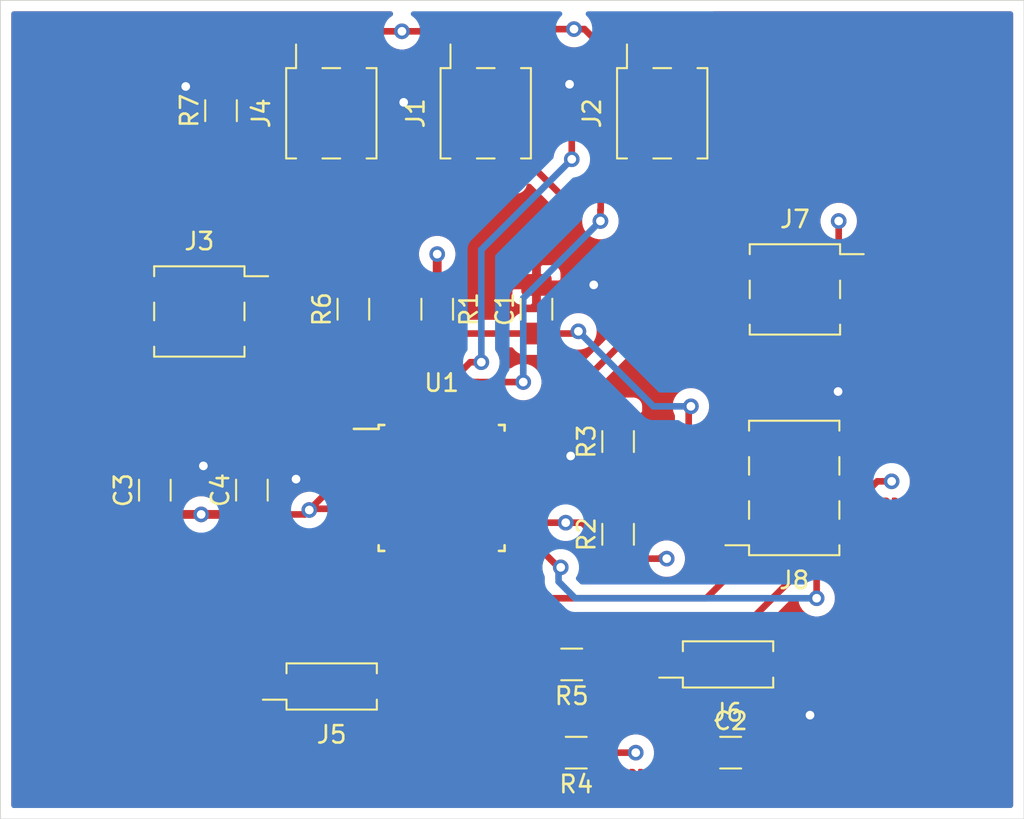
<source format=kicad_pcb>
(kicad_pcb (version 20171130) (host pcbnew "(5.1.2)-2")

  (general
    (thickness 1.6)
    (drawings 27)
    (tracks 256)
    (zones 0)
    (modules 20)
    (nets 32)
  )

  (page A4)
  (layers
    (0 F.Cu signal)
    (1 GND power)
    (2 VDD power)
    (31 B.Cu signal)
    (32 B.Adhes user)
    (33 F.Adhes user)
    (34 B.Paste user)
    (35 F.Paste user)
    (36 B.SilkS user)
    (37 F.SilkS user)
    (38 B.Mask user)
    (39 F.Mask user)
    (40 Dwgs.User user)
    (41 Cmts.User user)
    (42 Eco1.User user)
    (43 Eco2.User user)
    (44 Edge.Cuts user)
    (45 Margin user)
    (46 B.CrtYd user)
    (47 F.CrtYd user)
    (48 B.Fab user)
    (49 F.Fab user)
  )

  (setup
    (last_trace_width 0.25)
    (user_trace_width 0.381)
    (user_trace_width 0.508)
    (trace_clearance 0.2)
    (zone_clearance 0.6)
    (zone_45_only no)
    (trace_min 0.2)
    (via_size 0.8)
    (via_drill 0.4)
    (via_min_size 0.4)
    (via_min_drill 0.3)
    (user_via 0.9 0.5)
    (blind_buried_vias_allowed yes)
    (uvia_size 0.3)
    (uvia_drill 0.1)
    (uvias_allowed no)
    (uvia_min_size 0.2)
    (uvia_min_drill 0.1)
    (edge_width 0.05)
    (segment_width 0.2)
    (pcb_text_width 0.3)
    (pcb_text_size 1.5 1.5)
    (mod_edge_width 0.12)
    (mod_text_size 1 1)
    (mod_text_width 0.15)
    (pad_size 1.524 1.524)
    (pad_drill 0.762)
    (pad_to_mask_clearance 0.051)
    (solder_mask_min_width 0.25)
    (aux_axis_origin 0 0)
    (visible_elements 7FFFFFFF)
    (pcbplotparams
      (layerselection 0x000c0_7ffffff8)
      (usegerberextensions false)
      (usegerberattributes false)
      (usegerberadvancedattributes false)
      (creategerberjobfile false)
      (excludeedgelayer true)
      (linewidth 0.100000)
      (plotframeref false)
      (viasonmask false)
      (mode 1)
      (useauxorigin false)
      (hpglpennumber 1)
      (hpglpenspeed 20)
      (hpglpendiameter 15.000000)
      (psnegative false)
      (psa4output false)
      (plotreference true)
      (plotvalue true)
      (plotinvisibletext false)
      (padsonsilk false)
      (subtractmaskfromsilk false)
      (outputformat 1)
      (mirror false)
      (drillshape 0)
      (scaleselection 1)
      (outputdirectory "gerber/"))
  )

  (net 0 "")
  (net 1 GND)
  (net 2 /RST)
  (net 3 "Net-(C2-Pad1)")
  (net 4 VDD)
  (net 5 /SCK)
  (net 6 /RGB1)
  (net 7 /RGB2)
  (net 8 /RGB3)
  (net 9 /RGB4)
  (net 10 /SRX)
  (net 11 /STX)
  (net 12 /PWM)
  (net 13 /SW_DB)
  (net 14 /AIP)
  (net 15 "Net-(J7-Pad4)")
  (net 16 /MISO)
  (net 17 /MOSI)
  (net 18 "Net-(R2-Pad2)")
  (net 19 "Net-(R6-Pad1)")
  (net 20 "Net-(U1-Pad7)")
  (net 21 "Net-(U1-Pad8)")
  (net 22 "Net-(U1-Pad12)")
  (net 23 "Net-(U1-Pad13)")
  (net 24 "Net-(U1-Pad14)")
  (net 25 "Net-(U1-Pad19)")
  (net 26 "Net-(U1-Pad22)")
  (net 27 "Net-(U1-Pad24)")
  (net 28 "Net-(U1-Pad25)")
  (net 29 "Net-(U1-Pad26)")
  (net 30 /SDA)
  (net 31 /SCL)

  (net_class Default "This is the default net class."
    (clearance 0.2)
    (trace_width 0.25)
    (via_dia 0.8)
    (via_drill 0.4)
    (uvia_dia 0.3)
    (uvia_drill 0.1)
    (add_net /AIP)
    (add_net /MISO)
    (add_net /MOSI)
    (add_net /PWM)
    (add_net /RGB1)
    (add_net /RGB2)
    (add_net /RGB3)
    (add_net /RGB4)
    (add_net /RST)
    (add_net /SCK)
    (add_net /SCL)
    (add_net /SDA)
    (add_net /SRX)
    (add_net /STX)
    (add_net /SW_DB)
    (add_net GND)
    (add_net "Net-(C2-Pad1)")
    (add_net "Net-(J7-Pad4)")
    (add_net "Net-(R2-Pad2)")
    (add_net "Net-(R6-Pad1)")
    (add_net "Net-(U1-Pad12)")
    (add_net "Net-(U1-Pad13)")
    (add_net "Net-(U1-Pad14)")
    (add_net "Net-(U1-Pad19)")
    (add_net "Net-(U1-Pad22)")
    (add_net "Net-(U1-Pad24)")
    (add_net "Net-(U1-Pad25)")
    (add_net "Net-(U1-Pad26)")
    (add_net "Net-(U1-Pad7)")
    (add_net "Net-(U1-Pad8)")
    (add_net VDD)
  )

  (module Capacitor_SMD:C_1206_3216Metric (layer F.Cu) (tedit 5B301BBE) (tstamp 5D59ADA8)
    (at 130.046954 71.24503 90)
    (descr "Capacitor SMD 1206 (3216 Metric), square (rectangular) end terminal, IPC_7351 nominal, (Body size source: http://www.tortai-tech.com/upload/download/2011102023233369053.pdf), generated with kicad-footprint-generator")
    (tags capacitor)
    (path /5D5F82B7)
    (attr smd)
    (fp_text reference C4 (at 0 -1.82 90) (layer F.SilkS)
      (effects (font (size 1 1) (thickness 0.15)))
    )
    (fp_text value 10nF (at 0 1.82 90) (layer F.Fab)
      (effects (font (size 1 1) (thickness 0.15)))
    )
    (fp_text user %R (at 0 0 90) (layer F.Fab)
      (effects (font (size 0.8 0.8) (thickness 0.12)))
    )
    (fp_line (start 2.28 1.12) (end -2.28 1.12) (layer F.CrtYd) (width 0.05))
    (fp_line (start 2.28 -1.12) (end 2.28 1.12) (layer F.CrtYd) (width 0.05))
    (fp_line (start -2.28 -1.12) (end 2.28 -1.12) (layer F.CrtYd) (width 0.05))
    (fp_line (start -2.28 1.12) (end -2.28 -1.12) (layer F.CrtYd) (width 0.05))
    (fp_line (start -0.602064 0.91) (end 0.602064 0.91) (layer F.SilkS) (width 0.12))
    (fp_line (start -0.602064 -0.91) (end 0.602064 -0.91) (layer F.SilkS) (width 0.12))
    (fp_line (start 1.6 0.8) (end -1.6 0.8) (layer F.Fab) (width 0.1))
    (fp_line (start 1.6 -0.8) (end 1.6 0.8) (layer F.Fab) (width 0.1))
    (fp_line (start -1.6 -0.8) (end 1.6 -0.8) (layer F.Fab) (width 0.1))
    (fp_line (start -1.6 0.8) (end -1.6 -0.8) (layer F.Fab) (width 0.1))
    (pad 2 smd roundrect (at 1.4 0 90) (size 1.25 1.75) (layers F.Cu F.Paste F.Mask) (roundrect_rratio 0.2)
      (net 1 GND))
    (pad 1 smd roundrect (at -1.4 0 90) (size 1.25 1.75) (layers F.Cu F.Paste F.Mask) (roundrect_rratio 0.2)
      (net 4 VDD))
    (model ${KISYS3DMOD}/Capacitor_SMD.3dshapes/C_1206_3216Metric.wrl
      (at (xyz 0 0 0))
      (scale (xyz 1 1 1))
      (rotate (xyz 0 0 0))
    )
  )

  (module Capacitor_SMD:C_1206_3216Metric (layer F.Cu) (tedit 5B301BBE) (tstamp 5D59B3D8)
    (at 124.46 71.25 90)
    (descr "Capacitor SMD 1206 (3216 Metric), square (rectangular) end terminal, IPC_7351 nominal, (Body size source: http://www.tortai-tech.com/upload/download/2011102023233369053.pdf), generated with kicad-footprint-generator")
    (tags capacitor)
    (path /5D5F8CE8)
    (attr smd)
    (fp_text reference C3 (at 0 -1.82 90) (layer F.SilkS)
      (effects (font (size 1 1) (thickness 0.15)))
    )
    (fp_text value 100nF (at 0 1.82 90) (layer F.Fab)
      (effects (font (size 1 1) (thickness 0.15)))
    )
    (fp_text user %R (at 0 0 90) (layer F.Fab)
      (effects (font (size 0.8 0.8) (thickness 0.12)))
    )
    (fp_line (start 2.28 1.12) (end -2.28 1.12) (layer F.CrtYd) (width 0.05))
    (fp_line (start 2.28 -1.12) (end 2.28 1.12) (layer F.CrtYd) (width 0.05))
    (fp_line (start -2.28 -1.12) (end 2.28 -1.12) (layer F.CrtYd) (width 0.05))
    (fp_line (start -2.28 1.12) (end -2.28 -1.12) (layer F.CrtYd) (width 0.05))
    (fp_line (start -0.602064 0.91) (end 0.602064 0.91) (layer F.SilkS) (width 0.12))
    (fp_line (start -0.602064 -0.91) (end 0.602064 -0.91) (layer F.SilkS) (width 0.12))
    (fp_line (start 1.6 0.8) (end -1.6 0.8) (layer F.Fab) (width 0.1))
    (fp_line (start 1.6 -0.8) (end 1.6 0.8) (layer F.Fab) (width 0.1))
    (fp_line (start -1.6 -0.8) (end 1.6 -0.8) (layer F.Fab) (width 0.1))
    (fp_line (start -1.6 0.8) (end -1.6 -0.8) (layer F.Fab) (width 0.1))
    (pad 2 smd roundrect (at 1.4 0 90) (size 1.25 1.75) (layers F.Cu F.Paste F.Mask) (roundrect_rratio 0.2)
      (net 1 GND))
    (pad 1 smd roundrect (at -1.4 0 90) (size 1.25 1.75) (layers F.Cu F.Paste F.Mask) (roundrect_rratio 0.2)
      (net 4 VDD))
    (model ${KISYS3DMOD}/Capacitor_SMD.3dshapes/C_1206_3216Metric.wrl
      (at (xyz 0 0 0))
      (scale (xyz 1 1 1))
      (rotate (xyz 0 0 0))
    )
  )

  (module Capacitor_SMD:C_1206_3216Metric (layer F.Cu) (tedit 5B301BBE) (tstamp 5D59D620)
    (at 146.431 60.83 90)
    (descr "Capacitor SMD 1206 (3216 Metric), square (rectangular) end terminal, IPC_7351 nominal, (Body size source: http://www.tortai-tech.com/upload/download/2011102023233369053.pdf), generated with kicad-footprint-generator")
    (tags capacitor)
    (path /5D268449)
    (attr smd)
    (fp_text reference C1 (at 0 -1.82 90) (layer F.SilkS)
      (effects (font (size 1 1) (thickness 0.15)))
    )
    (fp_text value 1uF (at 0 1.82 90) (layer F.Fab)
      (effects (font (size 1 1) (thickness 0.15)))
    )
    (fp_text user %R (at 0 0 90) (layer F.Fab)
      (effects (font (size 0.8 0.8) (thickness 0.12)))
    )
    (fp_line (start 2.28 1.12) (end -2.28 1.12) (layer F.CrtYd) (width 0.05))
    (fp_line (start 2.28 -1.12) (end 2.28 1.12) (layer F.CrtYd) (width 0.05))
    (fp_line (start -2.28 -1.12) (end 2.28 -1.12) (layer F.CrtYd) (width 0.05))
    (fp_line (start -2.28 1.12) (end -2.28 -1.12) (layer F.CrtYd) (width 0.05))
    (fp_line (start -0.602064 0.91) (end 0.602064 0.91) (layer F.SilkS) (width 0.12))
    (fp_line (start -0.602064 -0.91) (end 0.602064 -0.91) (layer F.SilkS) (width 0.12))
    (fp_line (start 1.6 0.8) (end -1.6 0.8) (layer F.Fab) (width 0.1))
    (fp_line (start 1.6 -0.8) (end 1.6 0.8) (layer F.Fab) (width 0.1))
    (fp_line (start -1.6 -0.8) (end 1.6 -0.8) (layer F.Fab) (width 0.1))
    (fp_line (start -1.6 0.8) (end -1.6 -0.8) (layer F.Fab) (width 0.1))
    (pad 2 smd roundrect (at 1.4 0 90) (size 1.25 1.75) (layers F.Cu F.Paste F.Mask) (roundrect_rratio 0.2)
      (net 1 GND))
    (pad 1 smd roundrect (at -1.4 0 90) (size 1.25 1.75) (layers F.Cu F.Paste F.Mask) (roundrect_rratio 0.2)
      (net 2 /RST))
    (model ${KISYS3DMOD}/Capacitor_SMD.3dshapes/C_1206_3216Metric.wrl
      (at (xyz 0 0 0))
      (scale (xyz 1 1 1))
      (rotate (xyz 0 0 0))
    )
  )

  (module Capacitor_SMD:C_1206_3216Metric (layer F.Cu) (tedit 5B301BBE) (tstamp 5D59A397)
    (at 157.61 86.36)
    (descr "Capacitor SMD 1206 (3216 Metric), square (rectangular) end terminal, IPC_7351 nominal, (Body size source: http://www.tortai-tech.com/upload/download/2011102023233369053.pdf), generated with kicad-footprint-generator")
    (tags capacitor)
    (path /5D5E29CE)
    (attr smd)
    (fp_text reference C2 (at 0 -1.82) (layer F.SilkS)
      (effects (font (size 1 1) (thickness 0.15)))
    )
    (fp_text value 1uF (at 0 1.82) (layer F.Fab)
      (effects (font (size 1 1) (thickness 0.15)))
    )
    (fp_line (start -1.6 0.8) (end -1.6 -0.8) (layer F.Fab) (width 0.1))
    (fp_line (start -1.6 -0.8) (end 1.6 -0.8) (layer F.Fab) (width 0.1))
    (fp_line (start 1.6 -0.8) (end 1.6 0.8) (layer F.Fab) (width 0.1))
    (fp_line (start 1.6 0.8) (end -1.6 0.8) (layer F.Fab) (width 0.1))
    (fp_line (start -0.602064 -0.91) (end 0.602064 -0.91) (layer F.SilkS) (width 0.12))
    (fp_line (start -0.602064 0.91) (end 0.602064 0.91) (layer F.SilkS) (width 0.12))
    (fp_line (start -2.28 1.12) (end -2.28 -1.12) (layer F.CrtYd) (width 0.05))
    (fp_line (start -2.28 -1.12) (end 2.28 -1.12) (layer F.CrtYd) (width 0.05))
    (fp_line (start 2.28 -1.12) (end 2.28 1.12) (layer F.CrtYd) (width 0.05))
    (fp_line (start 2.28 1.12) (end -2.28 1.12) (layer F.CrtYd) (width 0.05))
    (fp_text user %R (at 0 0) (layer F.Fab)
      (effects (font (size 0.8 0.8) (thickness 0.12)))
    )
    (pad 1 smd roundrect (at -1.4 0) (size 1.25 1.75) (layers F.Cu F.Paste F.Mask) (roundrect_rratio 0.2)
      (net 3 "Net-(C2-Pad1)"))
    (pad 2 smd roundrect (at 1.4 0) (size 1.25 1.75) (layers F.Cu F.Paste F.Mask) (roundrect_rratio 0.2)
      (net 1 GND))
    (model ${KISYS3DMOD}/Capacitor_SMD.3dshapes/C_1206_3216Metric.wrl
      (at (xyz 0 0 0))
      (scale (xyz 1 1 1))
      (rotate (xyz 0 0 0))
    )
  )

  (module Connector_PinSocket_2.54mm:PinSocket_2x02_P2.54mm_Vertical_SMD (layer F.Cu) (tedit 5A19A426) (tstamp 5D59A3BE)
    (at 143.51 49.55 90)
    (descr "surface-mounted straight socket strip, 2x02, 2.54mm pitch, double cols (from Kicad 4.0.7), script generated")
    (tags "Surface mounted socket strip SMD 2x02 2.54mm double row")
    (path /5D3E1A72)
    (attr smd)
    (fp_text reference J1 (at 0 -4.04 90) (layer F.SilkS)
      (effects (font (size 1 1) (thickness 0.15)))
    )
    (fp_text value Conn_I2C_DISPLAY (at -1.25 3.937 90) (layer F.Fab)
      (effects (font (size 1 1) (thickness 0.15)))
    )
    (fp_line (start -2.6 -2.6) (end 2.6 -2.6) (layer F.SilkS) (width 0.12))
    (fp_line (start 2.6 -2.6) (end 2.6 -2.03) (layer F.SilkS) (width 0.12))
    (fp_line (start 2.6 -0.51) (end 2.6 0.51) (layer F.SilkS) (width 0.12))
    (fp_line (start 2.6 2.03) (end 2.6 2.6) (layer F.SilkS) (width 0.12))
    (fp_line (start -2.6 2.6) (end 2.6 2.6) (layer F.SilkS) (width 0.12))
    (fp_line (start -2.6 -2.6) (end -2.6 -2.03) (layer F.SilkS) (width 0.12))
    (fp_line (start -2.6 -0.51) (end -2.6 0.51) (layer F.SilkS) (width 0.12))
    (fp_line (start -2.6 2.03) (end -2.6 2.6) (layer F.SilkS) (width 0.12))
    (fp_line (start 2.6 -2.03) (end 3.96 -2.03) (layer F.SilkS) (width 0.12))
    (fp_line (start -2.54 -2.54) (end 1.54 -2.54) (layer F.Fab) (width 0.1))
    (fp_line (start 1.54 -2.54) (end 2.54 -1.54) (layer F.Fab) (width 0.1))
    (fp_line (start 2.54 -1.54) (end 2.54 2.54) (layer F.Fab) (width 0.1))
    (fp_line (start 2.54 2.54) (end -2.54 2.54) (layer F.Fab) (width 0.1))
    (fp_line (start -2.54 2.54) (end -2.54 -2.54) (layer F.Fab) (width 0.1))
    (fp_line (start -3.92 -1.59) (end -2.54 -1.59) (layer F.Fab) (width 0.1))
    (fp_line (start -2.54 -0.95) (end -3.92 -0.95) (layer F.Fab) (width 0.1))
    (fp_line (start -3.92 -0.95) (end -3.92 -1.59) (layer F.Fab) (width 0.1))
    (fp_line (start 2.54 -1.59) (end 3.92 -1.59) (layer F.Fab) (width 0.1))
    (fp_line (start 3.92 -1.59) (end 3.92 -0.95) (layer F.Fab) (width 0.1))
    (fp_line (start 3.92 -0.95) (end 2.54 -0.95) (layer F.Fab) (width 0.1))
    (fp_line (start -3.92 0.95) (end -2.54 0.95) (layer F.Fab) (width 0.1))
    (fp_line (start -2.54 1.59) (end -3.92 1.59) (layer F.Fab) (width 0.1))
    (fp_line (start -3.92 1.59) (end -3.92 0.95) (layer F.Fab) (width 0.1))
    (fp_line (start 2.54 0.95) (end 3.92 0.95) (layer F.Fab) (width 0.1))
    (fp_line (start 3.92 0.95) (end 3.92 1.59) (layer F.Fab) (width 0.1))
    (fp_line (start 3.92 1.59) (end 2.54 1.59) (layer F.Fab) (width 0.1))
    (fp_line (start -4.55 -3.05) (end 4.5 -3.05) (layer F.CrtYd) (width 0.05))
    (fp_line (start 4.5 -3.05) (end 4.5 3.05) (layer F.CrtYd) (width 0.05))
    (fp_line (start 4.5 3.05) (end -4.55 3.05) (layer F.CrtYd) (width 0.05))
    (fp_line (start -4.55 3.05) (end -4.55 -3.05) (layer F.CrtYd) (width 0.05))
    (fp_text user %R (at 0 0) (layer F.Fab)
      (effects (font (size 1 1) (thickness 0.15)))
    )
    (pad 1 smd rect (at 2.52 -1.27 90) (size 3 1) (layers F.Cu F.Paste F.Mask)
      (net 4 VDD))
    (pad 2 smd rect (at -2.52 -1.27 90) (size 3 1) (layers F.Cu F.Paste F.Mask)
      (net 31 /SCL))
    (pad 3 smd rect (at 2.52 1.27 90) (size 3 1) (layers F.Cu F.Paste F.Mask)
      (net 1 GND))
    (pad 4 smd rect (at -2.52 1.27 90) (size 3 1) (layers F.Cu F.Paste F.Mask)
      (net 30 /SDA))
    (model ${KISYS3DMOD}/Connector_PinSocket_2.54mm.3dshapes/PinSocket_2x02_P2.54mm_Vertical_SMD.wrl
      (at (xyz 0 0 0))
      (scale (xyz 1 1 1))
      (rotate (xyz 0 0 0))
    )
  )

  (module Connector_PinSocket_2.54mm:PinSocket_2x02_P2.54mm_Vertical_SMD (layer F.Cu) (tedit 5A19A426) (tstamp 5D59A3E5)
    (at 153.67 49.55 90)
    (descr "surface-mounted straight socket strip, 2x02, 2.54mm pitch, double cols (from Kicad 4.0.7), script generated")
    (tags "Surface mounted socket strip SMD 2x02 2.54mm double row")
    (path /5D3E2BB2)
    (attr smd)
    (fp_text reference J2 (at 0 -4.04 90) (layer F.SilkS)
      (effects (font (size 1 1) (thickness 0.15)))
    )
    (fp_text value Conn_I2C_RTC (at 0 4.04 90) (layer F.Fab)
      (effects (font (size 1 1) (thickness 0.15)))
    )
    (fp_text user %R (at 0 0) (layer F.Fab)
      (effects (font (size 1 1) (thickness 0.15)))
    )
    (fp_line (start -4.55 3.05) (end -4.55 -3.05) (layer F.CrtYd) (width 0.05))
    (fp_line (start 4.5 3.05) (end -4.55 3.05) (layer F.CrtYd) (width 0.05))
    (fp_line (start 4.5 -3.05) (end 4.5 3.05) (layer F.CrtYd) (width 0.05))
    (fp_line (start -4.55 -3.05) (end 4.5 -3.05) (layer F.CrtYd) (width 0.05))
    (fp_line (start 3.92 1.59) (end 2.54 1.59) (layer F.Fab) (width 0.1))
    (fp_line (start 3.92 0.95) (end 3.92 1.59) (layer F.Fab) (width 0.1))
    (fp_line (start 2.54 0.95) (end 3.92 0.95) (layer F.Fab) (width 0.1))
    (fp_line (start -3.92 1.59) (end -3.92 0.95) (layer F.Fab) (width 0.1))
    (fp_line (start -2.54 1.59) (end -3.92 1.59) (layer F.Fab) (width 0.1))
    (fp_line (start -3.92 0.95) (end -2.54 0.95) (layer F.Fab) (width 0.1))
    (fp_line (start 3.92 -0.95) (end 2.54 -0.95) (layer F.Fab) (width 0.1))
    (fp_line (start 3.92 -1.59) (end 3.92 -0.95) (layer F.Fab) (width 0.1))
    (fp_line (start 2.54 -1.59) (end 3.92 -1.59) (layer F.Fab) (width 0.1))
    (fp_line (start -3.92 -0.95) (end -3.92 -1.59) (layer F.Fab) (width 0.1))
    (fp_line (start -2.54 -0.95) (end -3.92 -0.95) (layer F.Fab) (width 0.1))
    (fp_line (start -3.92 -1.59) (end -2.54 -1.59) (layer F.Fab) (width 0.1))
    (fp_line (start -2.54 2.54) (end -2.54 -2.54) (layer F.Fab) (width 0.1))
    (fp_line (start 2.54 2.54) (end -2.54 2.54) (layer F.Fab) (width 0.1))
    (fp_line (start 2.54 -1.54) (end 2.54 2.54) (layer F.Fab) (width 0.1))
    (fp_line (start 1.54 -2.54) (end 2.54 -1.54) (layer F.Fab) (width 0.1))
    (fp_line (start -2.54 -2.54) (end 1.54 -2.54) (layer F.Fab) (width 0.1))
    (fp_line (start 2.6 -2.03) (end 3.96 -2.03) (layer F.SilkS) (width 0.12))
    (fp_line (start -2.6 2.03) (end -2.6 2.6) (layer F.SilkS) (width 0.12))
    (fp_line (start -2.6 -0.51) (end -2.6 0.51) (layer F.SilkS) (width 0.12))
    (fp_line (start -2.6 -2.6) (end -2.6 -2.03) (layer F.SilkS) (width 0.12))
    (fp_line (start -2.6 2.6) (end 2.6 2.6) (layer F.SilkS) (width 0.12))
    (fp_line (start 2.6 2.03) (end 2.6 2.6) (layer F.SilkS) (width 0.12))
    (fp_line (start 2.6 -0.51) (end 2.6 0.51) (layer F.SilkS) (width 0.12))
    (fp_line (start 2.6 -2.6) (end 2.6 -2.03) (layer F.SilkS) (width 0.12))
    (fp_line (start -2.6 -2.6) (end 2.6 -2.6) (layer F.SilkS) (width 0.12))
    (pad 4 smd rect (at -2.52 1.27 90) (size 3 1) (layers F.Cu F.Paste F.Mask)
      (net 30 /SDA))
    (pad 3 smd rect (at 2.52 1.27 90) (size 3 1) (layers F.Cu F.Paste F.Mask)
      (net 1 GND))
    (pad 2 smd rect (at -2.52 -1.27 90) (size 3 1) (layers F.Cu F.Paste F.Mask)
      (net 31 /SCL))
    (pad 1 smd rect (at 2.52 -1.27 90) (size 3 1) (layers F.Cu F.Paste F.Mask)
      (net 4 VDD))
    (model ${KISYS3DMOD}/Connector_PinSocket_2.54mm.3dshapes/PinSocket_2x02_P2.54mm_Vertical_SMD.wrl
      (at (xyz 0 0 0))
      (scale (xyz 1 1 1))
      (rotate (xyz 0 0 0))
    )
  )

  (module Connector_PinSocket_2.54mm:PinSocket_2x02_P2.54mm_Vertical_SMD (layer F.Cu) (tedit 5A19A426) (tstamp 5D59A40C)
    (at 127.02 60.96)
    (descr "surface-mounted straight socket strip, 2x02, 2.54mm pitch, double cols (from Kicad 4.0.7), script generated")
    (tags "Surface mounted socket strip SMD 2x02 2.54mm double row")
    (path /5D597C81)
    (attr smd)
    (fp_text reference J3 (at 0 -4.04) (layer F.SilkS)
      (effects (font (size 1 1) (thickness 0.15)))
    )
    (fp_text value Conn_RGB_Ctrl (at 0 4.04) (layer F.Fab)
      (effects (font (size 1 1) (thickness 0.15)))
    )
    (fp_line (start -2.6 -2.6) (end 2.6 -2.6) (layer F.SilkS) (width 0.12))
    (fp_line (start 2.6 -2.6) (end 2.6 -2.03) (layer F.SilkS) (width 0.12))
    (fp_line (start 2.6 -0.51) (end 2.6 0.51) (layer F.SilkS) (width 0.12))
    (fp_line (start 2.6 2.03) (end 2.6 2.6) (layer F.SilkS) (width 0.12))
    (fp_line (start -2.6 2.6) (end 2.6 2.6) (layer F.SilkS) (width 0.12))
    (fp_line (start -2.6 -2.6) (end -2.6 -2.03) (layer F.SilkS) (width 0.12))
    (fp_line (start -2.6 -0.51) (end -2.6 0.51) (layer F.SilkS) (width 0.12))
    (fp_line (start -2.6 2.03) (end -2.6 2.6) (layer F.SilkS) (width 0.12))
    (fp_line (start 2.6 -2.03) (end 3.96 -2.03) (layer F.SilkS) (width 0.12))
    (fp_line (start -2.54 -2.54) (end 1.54 -2.54) (layer F.Fab) (width 0.1))
    (fp_line (start 1.54 -2.54) (end 2.54 -1.54) (layer F.Fab) (width 0.1))
    (fp_line (start 2.54 -1.54) (end 2.54 2.54) (layer F.Fab) (width 0.1))
    (fp_line (start 2.54 2.54) (end -2.54 2.54) (layer F.Fab) (width 0.1))
    (fp_line (start -2.54 2.54) (end -2.54 -2.54) (layer F.Fab) (width 0.1))
    (fp_line (start -3.92 -1.59) (end -2.54 -1.59) (layer F.Fab) (width 0.1))
    (fp_line (start -2.54 -0.95) (end -3.92 -0.95) (layer F.Fab) (width 0.1))
    (fp_line (start -3.92 -0.95) (end -3.92 -1.59) (layer F.Fab) (width 0.1))
    (fp_line (start 2.54 -1.59) (end 3.92 -1.59) (layer F.Fab) (width 0.1))
    (fp_line (start 3.92 -1.59) (end 3.92 -0.95) (layer F.Fab) (width 0.1))
    (fp_line (start 3.92 -0.95) (end 2.54 -0.95) (layer F.Fab) (width 0.1))
    (fp_line (start -3.92 0.95) (end -2.54 0.95) (layer F.Fab) (width 0.1))
    (fp_line (start -2.54 1.59) (end -3.92 1.59) (layer F.Fab) (width 0.1))
    (fp_line (start -3.92 1.59) (end -3.92 0.95) (layer F.Fab) (width 0.1))
    (fp_line (start 2.54 0.95) (end 3.92 0.95) (layer F.Fab) (width 0.1))
    (fp_line (start 3.92 0.95) (end 3.92 1.59) (layer F.Fab) (width 0.1))
    (fp_line (start 3.92 1.59) (end 2.54 1.59) (layer F.Fab) (width 0.1))
    (fp_line (start -4.55 -3.05) (end 4.5 -3.05) (layer F.CrtYd) (width 0.05))
    (fp_line (start 4.5 -3.05) (end 4.5 3.05) (layer F.CrtYd) (width 0.05))
    (fp_line (start 4.5 3.05) (end -4.55 3.05) (layer F.CrtYd) (width 0.05))
    (fp_line (start -4.55 3.05) (end -4.55 -3.05) (layer F.CrtYd) (width 0.05))
    (fp_text user %R (at 0 0 90) (layer F.Fab)
      (effects (font (size 1 1) (thickness 0.15)))
    )
    (pad 1 smd rect (at 2.52 -1.27) (size 3 1) (layers F.Cu F.Paste F.Mask)
      (net 6 /RGB1))
    (pad 2 smd rect (at -2.52 -1.27) (size 3 1) (layers F.Cu F.Paste F.Mask)
      (net 8 /RGB3))
    (pad 3 smd rect (at 2.52 1.27) (size 3 1) (layers F.Cu F.Paste F.Mask)
      (net 7 /RGB2))
    (pad 4 smd rect (at -2.52 1.27) (size 3 1) (layers F.Cu F.Paste F.Mask)
      (net 9 /RGB4))
    (model ${KISYS3DMOD}/Connector_PinSocket_2.54mm.3dshapes/PinSocket_2x02_P2.54mm_Vertical_SMD.wrl
      (at (xyz 0 0 0))
      (scale (xyz 1 1 1))
      (rotate (xyz 0 0 0))
    )
  )

  (module Connector_PinSocket_2.54mm:PinSocket_2x02_P2.54mm_Vertical_SMD (layer F.Cu) (tedit 5A19A426) (tstamp 5D59A433)
    (at 134.62 49.55 90)
    (descr "surface-mounted straight socket strip, 2x02, 2.54mm pitch, double cols (from Kicad 4.0.7), script generated")
    (tags "Surface mounted socket strip SMD 2x02 2.54mm double row")
    (path /5D598992)
    (attr smd)
    (fp_text reference J4 (at 0 -4.04 90) (layer F.SilkS)
      (effects (font (size 1 1) (thickness 0.15)))
    )
    (fp_text value Conn_bluetooth (at 0 4.04 90) (layer F.Fab)
      (effects (font (size 1 1) (thickness 0.15)))
    )
    (fp_text user %R (at 0 0) (layer F.Fab)
      (effects (font (size 1 1) (thickness 0.15)))
    )
    (fp_line (start -4.55 3.05) (end -4.55 -3.05) (layer F.CrtYd) (width 0.05))
    (fp_line (start 4.5 3.05) (end -4.55 3.05) (layer F.CrtYd) (width 0.05))
    (fp_line (start 4.5 -3.05) (end 4.5 3.05) (layer F.CrtYd) (width 0.05))
    (fp_line (start -4.55 -3.05) (end 4.5 -3.05) (layer F.CrtYd) (width 0.05))
    (fp_line (start 3.92 1.59) (end 2.54 1.59) (layer F.Fab) (width 0.1))
    (fp_line (start 3.92 0.95) (end 3.92 1.59) (layer F.Fab) (width 0.1))
    (fp_line (start 2.54 0.95) (end 3.92 0.95) (layer F.Fab) (width 0.1))
    (fp_line (start -3.92 1.59) (end -3.92 0.95) (layer F.Fab) (width 0.1))
    (fp_line (start -2.54 1.59) (end -3.92 1.59) (layer F.Fab) (width 0.1))
    (fp_line (start -3.92 0.95) (end -2.54 0.95) (layer F.Fab) (width 0.1))
    (fp_line (start 3.92 -0.95) (end 2.54 -0.95) (layer F.Fab) (width 0.1))
    (fp_line (start 3.92 -1.59) (end 3.92 -0.95) (layer F.Fab) (width 0.1))
    (fp_line (start 2.54 -1.59) (end 3.92 -1.59) (layer F.Fab) (width 0.1))
    (fp_line (start -3.92 -0.95) (end -3.92 -1.59) (layer F.Fab) (width 0.1))
    (fp_line (start -2.54 -0.95) (end -3.92 -0.95) (layer F.Fab) (width 0.1))
    (fp_line (start -3.92 -1.59) (end -2.54 -1.59) (layer F.Fab) (width 0.1))
    (fp_line (start -2.54 2.54) (end -2.54 -2.54) (layer F.Fab) (width 0.1))
    (fp_line (start 2.54 2.54) (end -2.54 2.54) (layer F.Fab) (width 0.1))
    (fp_line (start 2.54 -1.54) (end 2.54 2.54) (layer F.Fab) (width 0.1))
    (fp_line (start 1.54 -2.54) (end 2.54 -1.54) (layer F.Fab) (width 0.1))
    (fp_line (start -2.54 -2.54) (end 1.54 -2.54) (layer F.Fab) (width 0.1))
    (fp_line (start 2.6 -2.03) (end 3.96 -2.03) (layer F.SilkS) (width 0.12))
    (fp_line (start -2.6 2.03) (end -2.6 2.6) (layer F.SilkS) (width 0.12))
    (fp_line (start -2.6 -0.51) (end -2.6 0.51) (layer F.SilkS) (width 0.12))
    (fp_line (start -2.6 -2.6) (end -2.6 -2.03) (layer F.SilkS) (width 0.12))
    (fp_line (start -2.6 2.6) (end 2.6 2.6) (layer F.SilkS) (width 0.12))
    (fp_line (start 2.6 2.03) (end 2.6 2.6) (layer F.SilkS) (width 0.12))
    (fp_line (start 2.6 -0.51) (end 2.6 0.51) (layer F.SilkS) (width 0.12))
    (fp_line (start 2.6 -2.6) (end 2.6 -2.03) (layer F.SilkS) (width 0.12))
    (fp_line (start -2.6 -2.6) (end 2.6 -2.6) (layer F.SilkS) (width 0.12))
    (pad 4 smd rect (at -2.52 1.27 90) (size 3 1) (layers F.Cu F.Paste F.Mask)
      (net 10 /SRX))
    (pad 3 smd rect (at 2.52 1.27 90) (size 3 1) (layers F.Cu F.Paste F.Mask)
      (net 1 GND))
    (pad 2 smd rect (at -2.52 -1.27 90) (size 3 1) (layers F.Cu F.Paste F.Mask)
      (net 11 /STX))
    (pad 1 smd rect (at 2.52 -1.27 90) (size 3 1) (layers F.Cu F.Paste F.Mask)
      (net 4 VDD))
    (model ${KISYS3DMOD}/Connector_PinSocket_2.54mm.3dshapes/PinSocket_2x02_P2.54mm_Vertical_SMD.wrl
      (at (xyz 0 0 0))
      (scale (xyz 1 1 1))
      (rotate (xyz 0 0 0))
    )
  )

  (module Connector_PinSocket_2.54mm:PinSocket_2x01_P2.54mm_Vertical_SMD (layer F.Cu) (tedit 5A19A41E) (tstamp 5D59A450)
    (at 134.64 82.55 180)
    (descr "surface-mounted straight socket strip, 2x01, 2.54mm pitch, double cols (from Kicad 4.0.7), script generated")
    (tags "Surface mounted socket strip SMD 2x01 2.54mm double row")
    (path /5D5996B5)
    (attr smd)
    (fp_text reference J5 (at 0 -2.77) (layer F.SilkS)
      (effects (font (size 1 1) (thickness 0.15)))
    )
    (fp_text value Conn_pwm_wled (at 0 2.77) (layer F.Fab)
      (effects (font (size 1 1) (thickness 0.15)))
    )
    (fp_text user %R (at 0 0) (layer F.Fab)
      (effects (font (size 1 1) (thickness 0.15)))
    )
    (fp_line (start -4.55 1.75) (end -4.55 -1.8) (layer F.CrtYd) (width 0.05))
    (fp_line (start 4.5 1.75) (end -4.55 1.75) (layer F.CrtYd) (width 0.05))
    (fp_line (start 4.5 -1.8) (end 4.5 1.75) (layer F.CrtYd) (width 0.05))
    (fp_line (start -4.55 -1.8) (end 4.5 -1.8) (layer F.CrtYd) (width 0.05))
    (fp_line (start 3.92 0.32) (end 2.54 0.32) (layer F.Fab) (width 0.1))
    (fp_line (start 3.92 -0.32) (end 3.92 0.32) (layer F.Fab) (width 0.1))
    (fp_line (start 2.54 -0.32) (end 3.92 -0.32) (layer F.Fab) (width 0.1))
    (fp_line (start -3.92 0.32) (end -3.92 -0.32) (layer F.Fab) (width 0.1))
    (fp_line (start -2.54 0.32) (end -3.92 0.32) (layer F.Fab) (width 0.1))
    (fp_line (start -3.92 -0.32) (end -2.54 -0.32) (layer F.Fab) (width 0.1))
    (fp_line (start -2.54 1.27) (end -2.54 -1.27) (layer F.Fab) (width 0.1))
    (fp_line (start 2.54 1.27) (end -2.54 1.27) (layer F.Fab) (width 0.1))
    (fp_line (start 2.54 -0.635) (end 2.54 1.27) (layer F.Fab) (width 0.1))
    (fp_line (start 1.905 -1.27) (end 2.54 -0.635) (layer F.Fab) (width 0.1))
    (fp_line (start -2.54 -1.27) (end 1.905 -1.27) (layer F.Fab) (width 0.1))
    (fp_line (start 2.6 -0.76) (end 3.96 -0.76) (layer F.SilkS) (width 0.12))
    (fp_line (start -2.6 0.76) (end -2.6 1.33) (layer F.SilkS) (width 0.12))
    (fp_line (start -2.6 -1.33) (end -2.6 -0.76) (layer F.SilkS) (width 0.12))
    (fp_line (start -2.6 1.33) (end 2.6 1.33) (layer F.SilkS) (width 0.12))
    (fp_line (start 2.6 0.76) (end 2.6 1.33) (layer F.SilkS) (width 0.12))
    (fp_line (start 2.6 -1.33) (end 2.6 -0.76) (layer F.SilkS) (width 0.12))
    (fp_line (start -2.6 -1.33) (end 2.6 -1.33) (layer F.SilkS) (width 0.12))
    (pad 2 smd rect (at -2.52 0 180) (size 3 1) (layers F.Cu F.Paste F.Mask)
      (net 12 /PWM))
    (pad 1 smd rect (at 2.52 0 180) (size 3 1) (layers F.Cu F.Paste F.Mask)
      (net 12 /PWM))
    (model ${KISYS3DMOD}/Connector_PinSocket_2.54mm.3dshapes/PinSocket_2x01_P2.54mm_Vertical_SMD.wrl
      (at (xyz 0 0 0))
      (scale (xyz 1 1 1))
      (rotate (xyz 0 0 0))
    )
  )

  (module Connector_PinSocket_2.54mm:PinSocket_2x01_P2.54mm_Vertical_SMD (layer F.Cu) (tedit 5A19A41E) (tstamp 5D59A46D)
    (at 157.46 81.28 180)
    (descr "surface-mounted straight socket strip, 2x01, 2.54mm pitch, double cols (from Kicad 4.0.7), script generated")
    (tags "Surface mounted socket strip SMD 2x01 2.54mm double row")
    (path /5D599FEA)
    (attr smd)
    (fp_text reference J6 (at 0 -2.77) (layer F.SilkS)
      (effects (font (size 1 1) (thickness 0.15)))
    )
    (fp_text value Conn_fpanel_swtch (at 0 2.77) (layer F.Fab)
      (effects (font (size 1 1) (thickness 0.15)))
    )
    (fp_line (start -2.6 -1.33) (end 2.6 -1.33) (layer F.SilkS) (width 0.12))
    (fp_line (start 2.6 -1.33) (end 2.6 -0.76) (layer F.SilkS) (width 0.12))
    (fp_line (start 2.6 0.76) (end 2.6 1.33) (layer F.SilkS) (width 0.12))
    (fp_line (start -2.6 1.33) (end 2.6 1.33) (layer F.SilkS) (width 0.12))
    (fp_line (start -2.6 -1.33) (end -2.6 -0.76) (layer F.SilkS) (width 0.12))
    (fp_line (start -2.6 0.76) (end -2.6 1.33) (layer F.SilkS) (width 0.12))
    (fp_line (start 2.6 -0.76) (end 3.96 -0.76) (layer F.SilkS) (width 0.12))
    (fp_line (start -2.54 -1.27) (end 1.905 -1.27) (layer F.Fab) (width 0.1))
    (fp_line (start 1.905 -1.27) (end 2.54 -0.635) (layer F.Fab) (width 0.1))
    (fp_line (start 2.54 -0.635) (end 2.54 1.27) (layer F.Fab) (width 0.1))
    (fp_line (start 2.54 1.27) (end -2.54 1.27) (layer F.Fab) (width 0.1))
    (fp_line (start -2.54 1.27) (end -2.54 -1.27) (layer F.Fab) (width 0.1))
    (fp_line (start -3.92 -0.32) (end -2.54 -0.32) (layer F.Fab) (width 0.1))
    (fp_line (start -2.54 0.32) (end -3.92 0.32) (layer F.Fab) (width 0.1))
    (fp_line (start -3.92 0.32) (end -3.92 -0.32) (layer F.Fab) (width 0.1))
    (fp_line (start 2.54 -0.32) (end 3.92 -0.32) (layer F.Fab) (width 0.1))
    (fp_line (start 3.92 -0.32) (end 3.92 0.32) (layer F.Fab) (width 0.1))
    (fp_line (start 3.92 0.32) (end 2.54 0.32) (layer F.Fab) (width 0.1))
    (fp_line (start -4.55 -1.8) (end 4.5 -1.8) (layer F.CrtYd) (width 0.05))
    (fp_line (start 4.5 -1.8) (end 4.5 1.75) (layer F.CrtYd) (width 0.05))
    (fp_line (start 4.5 1.75) (end -4.55 1.75) (layer F.CrtYd) (width 0.05))
    (fp_line (start -4.55 1.75) (end -4.55 -1.8) (layer F.CrtYd) (width 0.05))
    (fp_text user %R (at 0 0) (layer F.Fab)
      (effects (font (size 1 1) (thickness 0.15)))
    )
    (pad 1 smd rect (at 2.52 0 180) (size 3 1) (layers F.Cu F.Paste F.Mask)
      (net 13 /SW_DB))
    (pad 2 smd rect (at -2.52 0 180) (size 3 1) (layers F.Cu F.Paste F.Mask)
      (net 1 GND))
    (model ${KISYS3DMOD}/Connector_PinSocket_2.54mm.3dshapes/PinSocket_2x01_P2.54mm_Vertical_SMD.wrl
      (at (xyz 0 0 0))
      (scale (xyz 1 1 1))
      (rotate (xyz 0 0 0))
    )
  )

  (module Connector_PinSocket_2.54mm:PinSocket_2x02_P2.54mm_Vertical_SMD (layer F.Cu) (tedit 5A19A426) (tstamp 5D59A494)
    (at 161.31 59.69)
    (descr "surface-mounted straight socket strip, 2x02, 2.54mm pitch, double cols (from Kicad 4.0.7), script generated")
    (tags "Surface mounted socket strip SMD 2x02 2.54mm double row")
    (path /5D59A91E)
    (attr smd)
    (fp_text reference J7 (at 0 -4.04) (layer F.SilkS)
      (effects (font (size 1 1) (thickness 0.15)))
    )
    (fp_text value Conn_light_sensor (at 0 4.04) (layer F.Fab)
      (effects (font (size 1 1) (thickness 0.15)))
    )
    (fp_line (start -2.6 -2.6) (end 2.6 -2.6) (layer F.SilkS) (width 0.12))
    (fp_line (start 2.6 -2.6) (end 2.6 -2.03) (layer F.SilkS) (width 0.12))
    (fp_line (start 2.6 -0.51) (end 2.6 0.51) (layer F.SilkS) (width 0.12))
    (fp_line (start 2.6 2.03) (end 2.6 2.6) (layer F.SilkS) (width 0.12))
    (fp_line (start -2.6 2.6) (end 2.6 2.6) (layer F.SilkS) (width 0.12))
    (fp_line (start -2.6 -2.6) (end -2.6 -2.03) (layer F.SilkS) (width 0.12))
    (fp_line (start -2.6 -0.51) (end -2.6 0.51) (layer F.SilkS) (width 0.12))
    (fp_line (start -2.6 2.03) (end -2.6 2.6) (layer F.SilkS) (width 0.12))
    (fp_line (start 2.6 -2.03) (end 3.96 -2.03) (layer F.SilkS) (width 0.12))
    (fp_line (start -2.54 -2.54) (end 1.54 -2.54) (layer F.Fab) (width 0.1))
    (fp_line (start 1.54 -2.54) (end 2.54 -1.54) (layer F.Fab) (width 0.1))
    (fp_line (start 2.54 -1.54) (end 2.54 2.54) (layer F.Fab) (width 0.1))
    (fp_line (start 2.54 2.54) (end -2.54 2.54) (layer F.Fab) (width 0.1))
    (fp_line (start -2.54 2.54) (end -2.54 -2.54) (layer F.Fab) (width 0.1))
    (fp_line (start -3.92 -1.59) (end -2.54 -1.59) (layer F.Fab) (width 0.1))
    (fp_line (start -2.54 -0.95) (end -3.92 -0.95) (layer F.Fab) (width 0.1))
    (fp_line (start -3.92 -0.95) (end -3.92 -1.59) (layer F.Fab) (width 0.1))
    (fp_line (start 2.54 -1.59) (end 3.92 -1.59) (layer F.Fab) (width 0.1))
    (fp_line (start 3.92 -1.59) (end 3.92 -0.95) (layer F.Fab) (width 0.1))
    (fp_line (start 3.92 -0.95) (end 2.54 -0.95) (layer F.Fab) (width 0.1))
    (fp_line (start -3.92 0.95) (end -2.54 0.95) (layer F.Fab) (width 0.1))
    (fp_line (start -2.54 1.59) (end -3.92 1.59) (layer F.Fab) (width 0.1))
    (fp_line (start -3.92 1.59) (end -3.92 0.95) (layer F.Fab) (width 0.1))
    (fp_line (start 2.54 0.95) (end 3.92 0.95) (layer F.Fab) (width 0.1))
    (fp_line (start 3.92 0.95) (end 3.92 1.59) (layer F.Fab) (width 0.1))
    (fp_line (start 3.92 1.59) (end 2.54 1.59) (layer F.Fab) (width 0.1))
    (fp_line (start -4.55 -3.05) (end 4.5 -3.05) (layer F.CrtYd) (width 0.05))
    (fp_line (start 4.5 -3.05) (end 4.5 3.05) (layer F.CrtYd) (width 0.05))
    (fp_line (start 4.5 3.05) (end -4.55 3.05) (layer F.CrtYd) (width 0.05))
    (fp_line (start -4.55 3.05) (end -4.55 -3.05) (layer F.CrtYd) (width 0.05))
    (fp_text user %R (at 0 0 90) (layer F.Fab)
      (effects (font (size 1 1) (thickness 0.15)))
    )
    (pad 1 smd rect (at 2.52 -1.27) (size 3 1) (layers F.Cu F.Paste F.Mask)
      (net 4 VDD))
    (pad 2 smd rect (at -2.52 -1.27) (size 3 1) (layers F.Cu F.Paste F.Mask)
      (net 14 /AIP))
    (pad 3 smd rect (at 2.52 1.27) (size 3 1) (layers F.Cu F.Paste F.Mask)
      (net 1 GND))
    (pad 4 smd rect (at -2.52 1.27) (size 3 1) (layers F.Cu F.Paste F.Mask)
      (net 15 "Net-(J7-Pad4)"))
    (model ${KISYS3DMOD}/Connector_PinSocket_2.54mm.3dshapes/PinSocket_2x02_P2.54mm_Vertical_SMD.wrl
      (at (xyz 0 0 0))
      (scale (xyz 1 1 1))
      (rotate (xyz 0 0 0))
    )
  )

  (module Connector_PinSocket_2.54mm:PinSocket_2x03_P2.54mm_Vertical_SMD (layer F.Cu) (tedit 5A19A41D) (tstamp 5D59A4C5)
    (at 161.27 71.12 180)
    (descr "surface-mounted straight socket strip, 2x03, 2.54mm pitch, double cols (from Kicad 4.0.7), script generated")
    (tags "Surface mounted socket strip SMD 2x03 2.54mm double row")
    (path /5D5A73F2)
    (attr smd)
    (fp_text reference J8 (at 0 -5.31) (layer F.SilkS)
      (effects (font (size 1 1) (thickness 0.15)))
    )
    (fp_text value Conn_ISP (at 0 5.31) (layer F.Fab)
      (effects (font (size 1 1) (thickness 0.15)))
    )
    (fp_line (start -2.6 -3.87) (end 2.6 -3.87) (layer F.SilkS) (width 0.12))
    (fp_line (start 2.6 -3.87) (end 2.6 -3.3) (layer F.SilkS) (width 0.12))
    (fp_line (start 2.6 -1.78) (end 2.6 -0.76) (layer F.SilkS) (width 0.12))
    (fp_line (start 2.6 0.76) (end 2.6 1.78) (layer F.SilkS) (width 0.12))
    (fp_line (start 2.6 3.3) (end 2.6 3.87) (layer F.SilkS) (width 0.12))
    (fp_line (start -2.6 3.87) (end 2.6 3.87) (layer F.SilkS) (width 0.12))
    (fp_line (start -2.6 -3.87) (end -2.6 -3.3) (layer F.SilkS) (width 0.12))
    (fp_line (start -2.6 -1.78) (end -2.6 -0.76) (layer F.SilkS) (width 0.12))
    (fp_line (start -2.6 0.76) (end -2.6 1.78) (layer F.SilkS) (width 0.12))
    (fp_line (start -2.6 3.3) (end -2.6 3.87) (layer F.SilkS) (width 0.12))
    (fp_line (start 2.6 -3.3) (end 3.96 -3.3) (layer F.SilkS) (width 0.12))
    (fp_line (start -2.54 -3.81) (end 1.54 -3.81) (layer F.Fab) (width 0.1))
    (fp_line (start 1.54 -3.81) (end 2.54 -2.81) (layer F.Fab) (width 0.1))
    (fp_line (start 2.54 -2.81) (end 2.54 3.81) (layer F.Fab) (width 0.1))
    (fp_line (start 2.54 3.81) (end -2.54 3.81) (layer F.Fab) (width 0.1))
    (fp_line (start -2.54 3.81) (end -2.54 -3.81) (layer F.Fab) (width 0.1))
    (fp_line (start -3.92 -2.86) (end -2.54 -2.86) (layer F.Fab) (width 0.1))
    (fp_line (start -2.54 -2.22) (end -3.92 -2.22) (layer F.Fab) (width 0.1))
    (fp_line (start -3.92 -2.22) (end -3.92 -2.86) (layer F.Fab) (width 0.1))
    (fp_line (start 2.54 -2.86) (end 3.92 -2.86) (layer F.Fab) (width 0.1))
    (fp_line (start 3.92 -2.86) (end 3.92 -2.22) (layer F.Fab) (width 0.1))
    (fp_line (start 3.92 -2.22) (end 2.54 -2.22) (layer F.Fab) (width 0.1))
    (fp_line (start -3.92 -0.32) (end -2.54 -0.32) (layer F.Fab) (width 0.1))
    (fp_line (start -2.54 0.32) (end -3.92 0.32) (layer F.Fab) (width 0.1))
    (fp_line (start -3.92 0.32) (end -3.92 -0.32) (layer F.Fab) (width 0.1))
    (fp_line (start 2.54 -0.32) (end 3.92 -0.32) (layer F.Fab) (width 0.1))
    (fp_line (start 3.92 -0.32) (end 3.92 0.32) (layer F.Fab) (width 0.1))
    (fp_line (start 3.92 0.32) (end 2.54 0.32) (layer F.Fab) (width 0.1))
    (fp_line (start -3.92 2.22) (end -2.54 2.22) (layer F.Fab) (width 0.1))
    (fp_line (start -2.54 2.86) (end -3.92 2.86) (layer F.Fab) (width 0.1))
    (fp_line (start -3.92 2.86) (end -3.92 2.22) (layer F.Fab) (width 0.1))
    (fp_line (start 2.54 2.22) (end 3.92 2.22) (layer F.Fab) (width 0.1))
    (fp_line (start 3.92 2.22) (end 3.92 2.86) (layer F.Fab) (width 0.1))
    (fp_line (start 3.92 2.86) (end 2.54 2.86) (layer F.Fab) (width 0.1))
    (fp_line (start -4.55 -4.35) (end 4.5 -4.35) (layer F.CrtYd) (width 0.05))
    (fp_line (start 4.5 -4.35) (end 4.5 4.3) (layer F.CrtYd) (width 0.05))
    (fp_line (start 4.5 4.3) (end -4.55 4.3) (layer F.CrtYd) (width 0.05))
    (fp_line (start -4.55 4.3) (end -4.55 -4.35) (layer F.CrtYd) (width 0.05))
    (fp_text user %R (at 0 0 90) (layer F.Fab)
      (effects (font (size 1 1) (thickness 0.15)))
    )
    (pad 1 smd rect (at 2.52 -2.54 180) (size 3 1) (layers F.Cu F.Paste F.Mask)
      (net 16 /MISO))
    (pad 2 smd rect (at -2.52 -2.54 180) (size 3 1) (layers F.Cu F.Paste F.Mask)
      (net 5 /SCK))
    (pad 3 smd rect (at 2.52 0 180) (size 3 1) (layers F.Cu F.Paste F.Mask)
      (net 2 /RST))
    (pad 4 smd rect (at -2.52 0 180) (size 3 1) (layers F.Cu F.Paste F.Mask)
      (net 4 VDD))
    (pad 5 smd rect (at 2.52 2.54 180) (size 3 1) (layers F.Cu F.Paste F.Mask)
      (net 17 /MOSI))
    (pad 6 smd rect (at -2.52 2.54 180) (size 3 1) (layers F.Cu F.Paste F.Mask)
      (net 1 GND))
    (model ${KISYS3DMOD}/Connector_PinSocket_2.54mm.3dshapes/PinSocket_2x03_P2.54mm_Vertical_SMD.wrl
      (at (xyz 0 0 0))
      (scale (xyz 1 1 1))
      (rotate (xyz 0 0 0))
    )
  )

  (module Resistor_SMD:R_1206_3216Metric (layer F.Cu) (tedit 5B301BBD) (tstamp 5D59A4D6)
    (at 140.716 60.83 270)
    (descr "Resistor SMD 1206 (3216 Metric), square (rectangular) end terminal, IPC_7351 nominal, (Body size source: http://www.tortai-tech.com/upload/download/2011102023233369053.pdf), generated with kicad-footprint-generator")
    (tags resistor)
    (path /5D26991C)
    (attr smd)
    (fp_text reference R1 (at 0 -1.82 90) (layer F.SilkS)
      (effects (font (size 1 1) (thickness 0.15)))
    )
    (fp_text value 10K (at 0 1.82 90) (layer F.Fab)
      (effects (font (size 1 1) (thickness 0.15)))
    )
    (fp_text user %R (at 0 0 90) (layer F.Fab)
      (effects (font (size 0.8 0.8) (thickness 0.12)))
    )
    (fp_line (start 2.28 1.12) (end -2.28 1.12) (layer F.CrtYd) (width 0.05))
    (fp_line (start 2.28 -1.12) (end 2.28 1.12) (layer F.CrtYd) (width 0.05))
    (fp_line (start -2.28 -1.12) (end 2.28 -1.12) (layer F.CrtYd) (width 0.05))
    (fp_line (start -2.28 1.12) (end -2.28 -1.12) (layer F.CrtYd) (width 0.05))
    (fp_line (start -0.602064 0.91) (end 0.602064 0.91) (layer F.SilkS) (width 0.12))
    (fp_line (start -0.602064 -0.91) (end 0.602064 -0.91) (layer F.SilkS) (width 0.12))
    (fp_line (start 1.6 0.8) (end -1.6 0.8) (layer F.Fab) (width 0.1))
    (fp_line (start 1.6 -0.8) (end 1.6 0.8) (layer F.Fab) (width 0.1))
    (fp_line (start -1.6 -0.8) (end 1.6 -0.8) (layer F.Fab) (width 0.1))
    (fp_line (start -1.6 0.8) (end -1.6 -0.8) (layer F.Fab) (width 0.1))
    (pad 2 smd roundrect (at 1.4 0 270) (size 1.25 1.75) (layers F.Cu F.Paste F.Mask) (roundrect_rratio 0.2)
      (net 2 /RST))
    (pad 1 smd roundrect (at -1.4 0 270) (size 1.25 1.75) (layers F.Cu F.Paste F.Mask) (roundrect_rratio 0.2)
      (net 4 VDD))
    (model ${KISYS3DMOD}/Resistor_SMD.3dshapes/R_1206_3216Metric.wrl
      (at (xyz 0 0 0))
      (scale (xyz 1 1 1))
      (rotate (xyz 0 0 0))
    )
  )

  (module Resistor_SMD:R_1206_3216Metric (layer F.Cu) (tedit 5B301BBD) (tstamp 5D59A4E7)
    (at 151.13 73.79 90)
    (descr "Resistor SMD 1206 (3216 Metric), square (rectangular) end terminal, IPC_7351 nominal, (Body size source: http://www.tortai-tech.com/upload/download/2011102023233369053.pdf), generated with kicad-footprint-generator")
    (tags resistor)
    (path /5D5A4207)
    (attr smd)
    (fp_text reference R2 (at 0 -1.82 90) (layer F.SilkS)
      (effects (font (size 1 1) (thickness 0.15)))
    )
    (fp_text value 10K (at 0 1.82 90) (layer F.Fab)
      (effects (font (size 1 1) (thickness 0.15)))
    )
    (fp_line (start -1.6 0.8) (end -1.6 -0.8) (layer F.Fab) (width 0.1))
    (fp_line (start -1.6 -0.8) (end 1.6 -0.8) (layer F.Fab) (width 0.1))
    (fp_line (start 1.6 -0.8) (end 1.6 0.8) (layer F.Fab) (width 0.1))
    (fp_line (start 1.6 0.8) (end -1.6 0.8) (layer F.Fab) (width 0.1))
    (fp_line (start -0.602064 -0.91) (end 0.602064 -0.91) (layer F.SilkS) (width 0.12))
    (fp_line (start -0.602064 0.91) (end 0.602064 0.91) (layer F.SilkS) (width 0.12))
    (fp_line (start -2.28 1.12) (end -2.28 -1.12) (layer F.CrtYd) (width 0.05))
    (fp_line (start -2.28 -1.12) (end 2.28 -1.12) (layer F.CrtYd) (width 0.05))
    (fp_line (start 2.28 -1.12) (end 2.28 1.12) (layer F.CrtYd) (width 0.05))
    (fp_line (start 2.28 1.12) (end -2.28 1.12) (layer F.CrtYd) (width 0.05))
    (fp_text user %R (at 0 0 90) (layer F.Fab)
      (effects (font (size 0.8 0.8) (thickness 0.12)))
    )
    (pad 1 smd roundrect (at -1.4 0 90) (size 1.25 1.75) (layers F.Cu F.Paste F.Mask) (roundrect_rratio 0.2)
      (net 4 VDD))
    (pad 2 smd roundrect (at 1.4 0 90) (size 1.25 1.75) (layers F.Cu F.Paste F.Mask) (roundrect_rratio 0.2)
      (net 18 "Net-(R2-Pad2)"))
    (model ${KISYS3DMOD}/Resistor_SMD.3dshapes/R_1206_3216Metric.wrl
      (at (xyz 0 0 0))
      (scale (xyz 1 1 1))
      (rotate (xyz 0 0 0))
    )
  )

  (module Resistor_SMD:R_1206_3216Metric (layer F.Cu) (tedit 5B301BBD) (tstamp 5D59A4F8)
    (at 151.13 68.45 90)
    (descr "Resistor SMD 1206 (3216 Metric), square (rectangular) end terminal, IPC_7351 nominal, (Body size source: http://www.tortai-tech.com/upload/download/2011102023233369053.pdf), generated with kicad-footprint-generator")
    (tags resistor)
    (path /5D5A494E)
    (attr smd)
    (fp_text reference R3 (at 0 -1.82 90) (layer F.SilkS)
      (effects (font (size 1 1) (thickness 0.15)))
    )
    (fp_text value 10K (at 0 1.82 90) (layer F.Fab)
      (effects (font (size 1 1) (thickness 0.15)))
    )
    (fp_text user %R (at 0 0 90) (layer F.Fab)
      (effects (font (size 0.8 0.8) (thickness 0.12)))
    )
    (fp_line (start 2.28 1.12) (end -2.28 1.12) (layer F.CrtYd) (width 0.05))
    (fp_line (start 2.28 -1.12) (end 2.28 1.12) (layer F.CrtYd) (width 0.05))
    (fp_line (start -2.28 -1.12) (end 2.28 -1.12) (layer F.CrtYd) (width 0.05))
    (fp_line (start -2.28 1.12) (end -2.28 -1.12) (layer F.CrtYd) (width 0.05))
    (fp_line (start -0.602064 0.91) (end 0.602064 0.91) (layer F.SilkS) (width 0.12))
    (fp_line (start -0.602064 -0.91) (end 0.602064 -0.91) (layer F.SilkS) (width 0.12))
    (fp_line (start 1.6 0.8) (end -1.6 0.8) (layer F.Fab) (width 0.1))
    (fp_line (start 1.6 -0.8) (end 1.6 0.8) (layer F.Fab) (width 0.1))
    (fp_line (start -1.6 -0.8) (end 1.6 -0.8) (layer F.Fab) (width 0.1))
    (fp_line (start -1.6 0.8) (end -1.6 -0.8) (layer F.Fab) (width 0.1))
    (pad 2 smd roundrect (at 1.4 0 90) (size 1.25 1.75) (layers F.Cu F.Paste F.Mask) (roundrect_rratio 0.2)
      (net 1 GND))
    (pad 1 smd roundrect (at -1.4 0 90) (size 1.25 1.75) (layers F.Cu F.Paste F.Mask) (roundrect_rratio 0.2)
      (net 18 "Net-(R2-Pad2)"))
    (model ${KISYS3DMOD}/Resistor_SMD.3dshapes/R_1206_3216Metric.wrl
      (at (xyz 0 0 0))
      (scale (xyz 1 1 1))
      (rotate (xyz 0 0 0))
    )
  )

  (module Resistor_SMD:R_1206_3216Metric (layer F.Cu) (tedit 5B301BBD) (tstamp 5D59A509)
    (at 148.72 86.36 180)
    (descr "Resistor SMD 1206 (3216 Metric), square (rectangular) end terminal, IPC_7351 nominal, (Body size source: http://www.tortai-tech.com/upload/download/2011102023233369053.pdf), generated with kicad-footprint-generator")
    (tags resistor)
    (path /5D5E21BF)
    (attr smd)
    (fp_text reference R4 (at 0 -1.82) (layer F.SilkS)
      (effects (font (size 1 1) (thickness 0.15)))
    )
    (fp_text value 20K (at 0 1.82) (layer F.Fab)
      (effects (font (size 1 1) (thickness 0.15)))
    )
    (fp_line (start -1.6 0.8) (end -1.6 -0.8) (layer F.Fab) (width 0.1))
    (fp_line (start -1.6 -0.8) (end 1.6 -0.8) (layer F.Fab) (width 0.1))
    (fp_line (start 1.6 -0.8) (end 1.6 0.8) (layer F.Fab) (width 0.1))
    (fp_line (start 1.6 0.8) (end -1.6 0.8) (layer F.Fab) (width 0.1))
    (fp_line (start -0.602064 -0.91) (end 0.602064 -0.91) (layer F.SilkS) (width 0.12))
    (fp_line (start -0.602064 0.91) (end 0.602064 0.91) (layer F.SilkS) (width 0.12))
    (fp_line (start -2.28 1.12) (end -2.28 -1.12) (layer F.CrtYd) (width 0.05))
    (fp_line (start -2.28 -1.12) (end 2.28 -1.12) (layer F.CrtYd) (width 0.05))
    (fp_line (start 2.28 -1.12) (end 2.28 1.12) (layer F.CrtYd) (width 0.05))
    (fp_line (start 2.28 1.12) (end -2.28 1.12) (layer F.CrtYd) (width 0.05))
    (fp_text user %R (at 0 0) (layer F.Fab)
      (effects (font (size 0.8 0.8) (thickness 0.12)))
    )
    (pad 1 smd roundrect (at -1.4 0 180) (size 1.25 1.75) (layers F.Cu F.Paste F.Mask) (roundrect_rratio 0.2)
      (net 4 VDD))
    (pad 2 smd roundrect (at 1.4 0 180) (size 1.25 1.75) (layers F.Cu F.Paste F.Mask) (roundrect_rratio 0.2)
      (net 3 "Net-(C2-Pad1)"))
    (model ${KISYS3DMOD}/Resistor_SMD.3dshapes/R_1206_3216Metric.wrl
      (at (xyz 0 0 0))
      (scale (xyz 1 1 1))
      (rotate (xyz 0 0 0))
    )
  )

  (module Resistor_SMD:R_1206_3216Metric (layer F.Cu) (tedit 5B301BBD) (tstamp 5D59A51A)
    (at 148.46 81.28 180)
    (descr "Resistor SMD 1206 (3216 Metric), square (rectangular) end terminal, IPC_7351 nominal, (Body size source: http://www.tortai-tech.com/upload/download/2011102023233369053.pdf), generated with kicad-footprint-generator")
    (tags resistor)
    (path /5D5E0269)
    (attr smd)
    (fp_text reference R5 (at 0 -1.82) (layer F.SilkS)
      (effects (font (size 1 1) (thickness 0.15)))
    )
    (fp_text value 10K (at 0 1.82) (layer F.Fab)
      (effects (font (size 1 1) (thickness 0.15)))
    )
    (fp_line (start -1.6 0.8) (end -1.6 -0.8) (layer F.Fab) (width 0.1))
    (fp_line (start -1.6 -0.8) (end 1.6 -0.8) (layer F.Fab) (width 0.1))
    (fp_line (start 1.6 -0.8) (end 1.6 0.8) (layer F.Fab) (width 0.1))
    (fp_line (start 1.6 0.8) (end -1.6 0.8) (layer F.Fab) (width 0.1))
    (fp_line (start -0.602064 -0.91) (end 0.602064 -0.91) (layer F.SilkS) (width 0.12))
    (fp_line (start -0.602064 0.91) (end 0.602064 0.91) (layer F.SilkS) (width 0.12))
    (fp_line (start -2.28 1.12) (end -2.28 -1.12) (layer F.CrtYd) (width 0.05))
    (fp_line (start -2.28 -1.12) (end 2.28 -1.12) (layer F.CrtYd) (width 0.05))
    (fp_line (start 2.28 -1.12) (end 2.28 1.12) (layer F.CrtYd) (width 0.05))
    (fp_line (start 2.28 1.12) (end -2.28 1.12) (layer F.CrtYd) (width 0.05))
    (fp_text user %R (at 0 0) (layer F.Fab)
      (effects (font (size 0.8 0.8) (thickness 0.12)))
    )
    (pad 1 smd roundrect (at -1.4 0 180) (size 1.25 1.75) (layers F.Cu F.Paste F.Mask) (roundrect_rratio 0.2)
      (net 13 /SW_DB))
    (pad 2 smd roundrect (at 1.4 0 180) (size 1.25 1.75) (layers F.Cu F.Paste F.Mask) (roundrect_rratio 0.2)
      (net 3 "Net-(C2-Pad1)"))
    (model ${KISYS3DMOD}/Resistor_SMD.3dshapes/R_1206_3216Metric.wrl
      (at (xyz 0 0 0))
      (scale (xyz 1 1 1))
      (rotate (xyz 0 0 0))
    )
  )

  (module Resistor_SMD:R_1206_3216Metric (layer F.Cu) (tedit 5B301BBD) (tstamp 5D59A52B)
    (at 135.89 60.83 90)
    (descr "Resistor SMD 1206 (3216 Metric), square (rectangular) end terminal, IPC_7351 nominal, (Body size source: http://www.tortai-tech.com/upload/download/2011102023233369053.pdf), generated with kicad-footprint-generator")
    (tags resistor)
    (path /5D5BFE9D)
    (attr smd)
    (fp_text reference R6 (at 0 -1.82 90) (layer F.SilkS)
      (effects (font (size 1 1) (thickness 0.15)))
    )
    (fp_text value 1K (at 0 1.82 90) (layer F.Fab)
      (effects (font (size 1 1) (thickness 0.15)))
    )
    (fp_line (start -1.6 0.8) (end -1.6 -0.8) (layer F.Fab) (width 0.1))
    (fp_line (start -1.6 -0.8) (end 1.6 -0.8) (layer F.Fab) (width 0.1))
    (fp_line (start 1.6 -0.8) (end 1.6 0.8) (layer F.Fab) (width 0.1))
    (fp_line (start 1.6 0.8) (end -1.6 0.8) (layer F.Fab) (width 0.1))
    (fp_line (start -0.602064 -0.91) (end 0.602064 -0.91) (layer F.SilkS) (width 0.12))
    (fp_line (start -0.602064 0.91) (end 0.602064 0.91) (layer F.SilkS) (width 0.12))
    (fp_line (start -2.28 1.12) (end -2.28 -1.12) (layer F.CrtYd) (width 0.05))
    (fp_line (start -2.28 -1.12) (end 2.28 -1.12) (layer F.CrtYd) (width 0.05))
    (fp_line (start 2.28 -1.12) (end 2.28 1.12) (layer F.CrtYd) (width 0.05))
    (fp_line (start 2.28 1.12) (end -2.28 1.12) (layer F.CrtYd) (width 0.05))
    (fp_text user %R (at 0 0 90) (layer F.Fab)
      (effects (font (size 0.8 0.8) (thickness 0.12)))
    )
    (pad 1 smd roundrect (at -1.4 0 90) (size 1.25 1.75) (layers F.Cu F.Paste F.Mask) (roundrect_rratio 0.2)
      (net 19 "Net-(R6-Pad1)"))
    (pad 2 smd roundrect (at 1.4 0 90) (size 1.25 1.75) (layers F.Cu F.Paste F.Mask) (roundrect_rratio 0.2)
      (net 11 /STX))
    (model ${KISYS3DMOD}/Resistor_SMD.3dshapes/R_1206_3216Metric.wrl
      (at (xyz 0 0 0))
      (scale (xyz 1 1 1))
      (rotate (xyz 0 0 0))
    )
  )

  (module Resistor_SMD:R_1206_3216Metric (layer F.Cu) (tedit 5B301BBD) (tstamp 5D59A53C)
    (at 128.27 49.4 90)
    (descr "Resistor SMD 1206 (3216 Metric), square (rectangular) end terminal, IPC_7351 nominal, (Body size source: http://www.tortai-tech.com/upload/download/2011102023233369053.pdf), generated with kicad-footprint-generator")
    (tags resistor)
    (path /5D5C0692)
    (attr smd)
    (fp_text reference R7 (at 0 -1.82 90) (layer F.SilkS)
      (effects (font (size 1 1) (thickness 0.15)))
    )
    (fp_text value 2K (at 0 1.82 90) (layer F.Fab)
      (effects (font (size 1 1) (thickness 0.15)))
    )
    (fp_text user %R (at 0 0 90) (layer F.Fab)
      (effects (font (size 0.8 0.8) (thickness 0.12)))
    )
    (fp_line (start 2.28 1.12) (end -2.28 1.12) (layer F.CrtYd) (width 0.05))
    (fp_line (start 2.28 -1.12) (end 2.28 1.12) (layer F.CrtYd) (width 0.05))
    (fp_line (start -2.28 -1.12) (end 2.28 -1.12) (layer F.CrtYd) (width 0.05))
    (fp_line (start -2.28 1.12) (end -2.28 -1.12) (layer F.CrtYd) (width 0.05))
    (fp_line (start -0.602064 0.91) (end 0.602064 0.91) (layer F.SilkS) (width 0.12))
    (fp_line (start -0.602064 -0.91) (end 0.602064 -0.91) (layer F.SilkS) (width 0.12))
    (fp_line (start 1.6 0.8) (end -1.6 0.8) (layer F.Fab) (width 0.1))
    (fp_line (start 1.6 -0.8) (end 1.6 0.8) (layer F.Fab) (width 0.1))
    (fp_line (start -1.6 -0.8) (end 1.6 -0.8) (layer F.Fab) (width 0.1))
    (fp_line (start -1.6 0.8) (end -1.6 -0.8) (layer F.Fab) (width 0.1))
    (pad 2 smd roundrect (at 1.4 0 90) (size 1.25 1.75) (layers F.Cu F.Paste F.Mask) (roundrect_rratio 0.2)
      (net 1 GND))
    (pad 1 smd roundrect (at -1.4 0 90) (size 1.25 1.75) (layers F.Cu F.Paste F.Mask) (roundrect_rratio 0.2)
      (net 11 /STX))
    (model ${KISYS3DMOD}/Resistor_SMD.3dshapes/R_1206_3216Metric.wrl
      (at (xyz 0 0 0))
      (scale (xyz 1 1 1))
      (rotate (xyz 0 0 0))
    )
  )

  (module Package_QFP:TQFP-32_7x7mm_P0.8mm (layer F.Cu) (tedit 5A02F146) (tstamp 5D59A573)
    (at 140.97 71.12)
    (descr "32-Lead Plastic Thin Quad Flatpack (PT) - 7x7x1.0 mm Body, 2.00 mm [TQFP] (see Microchip Packaging Specification 00000049BS.pdf)")
    (tags "QFP 0.8")
    (path /5D153119)
    (attr smd)
    (fp_text reference U1 (at 0 -6.05) (layer F.SilkS)
      (effects (font (size 1 1) (thickness 0.15)))
    )
    (fp_text value ATmega328P-AU (at 0 6.05) (layer F.Fab)
      (effects (font (size 1 1) (thickness 0.15)))
    )
    (fp_text user %R (at 0 0) (layer F.Fab)
      (effects (font (size 1 1) (thickness 0.15)))
    )
    (fp_line (start -2.5 -3.5) (end 3.5 -3.5) (layer F.Fab) (width 0.15))
    (fp_line (start 3.5 -3.5) (end 3.5 3.5) (layer F.Fab) (width 0.15))
    (fp_line (start 3.5 3.5) (end -3.5 3.5) (layer F.Fab) (width 0.15))
    (fp_line (start -3.5 3.5) (end -3.5 -2.5) (layer F.Fab) (width 0.15))
    (fp_line (start -3.5 -2.5) (end -2.5 -3.5) (layer F.Fab) (width 0.15))
    (fp_line (start -5.3 -5.3) (end -5.3 5.3) (layer F.CrtYd) (width 0.05))
    (fp_line (start 5.3 -5.3) (end 5.3 5.3) (layer F.CrtYd) (width 0.05))
    (fp_line (start -5.3 -5.3) (end 5.3 -5.3) (layer F.CrtYd) (width 0.05))
    (fp_line (start -5.3 5.3) (end 5.3 5.3) (layer F.CrtYd) (width 0.05))
    (fp_line (start -3.625 -3.625) (end -3.625 -3.4) (layer F.SilkS) (width 0.15))
    (fp_line (start 3.625 -3.625) (end 3.625 -3.3) (layer F.SilkS) (width 0.15))
    (fp_line (start 3.625 3.625) (end 3.625 3.3) (layer F.SilkS) (width 0.15))
    (fp_line (start -3.625 3.625) (end -3.625 3.3) (layer F.SilkS) (width 0.15))
    (fp_line (start -3.625 -3.625) (end -3.3 -3.625) (layer F.SilkS) (width 0.15))
    (fp_line (start -3.625 3.625) (end -3.3 3.625) (layer F.SilkS) (width 0.15))
    (fp_line (start 3.625 3.625) (end 3.3 3.625) (layer F.SilkS) (width 0.15))
    (fp_line (start 3.625 -3.625) (end 3.3 -3.625) (layer F.SilkS) (width 0.15))
    (fp_line (start -3.625 -3.4) (end -5.05 -3.4) (layer F.SilkS) (width 0.15))
    (pad 1 smd rect (at -4.25 -2.8) (size 1.6 0.55) (layers F.Cu F.Paste F.Mask)
      (net 7 /RGB2))
    (pad 2 smd rect (at -4.25 -2) (size 1.6 0.55) (layers F.Cu F.Paste F.Mask)
      (net 8 /RGB3))
    (pad 3 smd rect (at -4.25 -1.2) (size 1.6 0.55) (layers F.Cu F.Paste F.Mask)
      (net 1 GND))
    (pad 4 smd rect (at -4.25 -0.4) (size 1.6 0.55) (layers F.Cu F.Paste F.Mask)
      (net 4 VDD))
    (pad 5 smd rect (at -4.25 0.4) (size 1.6 0.55) (layers F.Cu F.Paste F.Mask)
      (net 1 GND))
    (pad 6 smd rect (at -4.25 1.2) (size 1.6 0.55) (layers F.Cu F.Paste F.Mask)
      (net 4 VDD))
    (pad 7 smd rect (at -4.25 2) (size 1.6 0.55) (layers F.Cu F.Paste F.Mask)
      (net 20 "Net-(U1-Pad7)"))
    (pad 8 smd rect (at -4.25 2.8) (size 1.6 0.55) (layers F.Cu F.Paste F.Mask)
      (net 21 "Net-(U1-Pad8)"))
    (pad 9 smd rect (at -2.8 4.25 90) (size 1.6 0.55) (layers F.Cu F.Paste F.Mask)
      (net 9 /RGB4))
    (pad 10 smd rect (at -2 4.25 90) (size 1.6 0.55) (layers F.Cu F.Paste F.Mask)
      (net 12 /PWM))
    (pad 11 smd rect (at -1.2 4.25 90) (size 1.6 0.55) (layers F.Cu F.Paste F.Mask)
      (net 3 "Net-(C2-Pad1)"))
    (pad 12 smd rect (at -0.4 4.25 90) (size 1.6 0.55) (layers F.Cu F.Paste F.Mask)
      (net 22 "Net-(U1-Pad12)"))
    (pad 13 smd rect (at 0.4 4.25 90) (size 1.6 0.55) (layers F.Cu F.Paste F.Mask)
      (net 23 "Net-(U1-Pad13)"))
    (pad 14 smd rect (at 1.2 4.25 90) (size 1.6 0.55) (layers F.Cu F.Paste F.Mask)
      (net 24 "Net-(U1-Pad14)"))
    (pad 15 smd rect (at 2 4.25 90) (size 1.6 0.55) (layers F.Cu F.Paste F.Mask)
      (net 17 /MOSI))
    (pad 16 smd rect (at 2.8 4.25 90) (size 1.6 0.55) (layers F.Cu F.Paste F.Mask)
      (net 16 /MISO))
    (pad 17 smd rect (at 4.25 2.8) (size 1.6 0.55) (layers F.Cu F.Paste F.Mask)
      (net 5 /SCK))
    (pad 18 smd rect (at 4.25 2) (size 1.6 0.55) (layers F.Cu F.Paste F.Mask)
      (net 4 VDD))
    (pad 19 smd rect (at 4.25 1.2) (size 1.6 0.55) (layers F.Cu F.Paste F.Mask)
      (net 25 "Net-(U1-Pad19)"))
    (pad 20 smd rect (at 4.25 0.4) (size 1.6 0.55) (layers F.Cu F.Paste F.Mask)
      (net 18 "Net-(R2-Pad2)"))
    (pad 21 smd rect (at 4.25 -0.4) (size 1.6 0.55) (layers F.Cu F.Paste F.Mask)
      (net 1 GND))
    (pad 22 smd rect (at 4.25 -1.2) (size 1.6 0.55) (layers F.Cu F.Paste F.Mask)
      (net 26 "Net-(U1-Pad22)"))
    (pad 23 smd rect (at 4.25 -2) (size 1.6 0.55) (layers F.Cu F.Paste F.Mask)
      (net 14 /AIP))
    (pad 24 smd rect (at 4.25 -2.8) (size 1.6 0.55) (layers F.Cu F.Paste F.Mask)
      (net 27 "Net-(U1-Pad24)"))
    (pad 25 smd rect (at 2.8 -4.25 90) (size 1.6 0.55) (layers F.Cu F.Paste F.Mask)
      (net 28 "Net-(U1-Pad25)"))
    (pad 26 smd rect (at 2 -4.25 90) (size 1.6 0.55) (layers F.Cu F.Paste F.Mask)
      (net 29 "Net-(U1-Pad26)"))
    (pad 27 smd rect (at 1.2 -4.25 90) (size 1.6 0.55) (layers F.Cu F.Paste F.Mask)
      (net 30 /SDA))
    (pad 28 smd rect (at 0.4 -4.25 90) (size 1.6 0.55) (layers F.Cu F.Paste F.Mask)
      (net 31 /SCL))
    (pad 29 smd rect (at -0.4 -4.25 90) (size 1.6 0.55) (layers F.Cu F.Paste F.Mask)
      (net 2 /RST))
    (pad 30 smd rect (at -1.2 -4.25 90) (size 1.6 0.55) (layers F.Cu F.Paste F.Mask)
      (net 10 /SRX))
    (pad 31 smd rect (at -2 -4.25 90) (size 1.6 0.55) (layers F.Cu F.Paste F.Mask)
      (net 19 "Net-(R6-Pad1)"))
    (pad 32 smd rect (at -2.8 -4.25 90) (size 1.6 0.55) (layers F.Cu F.Paste F.Mask)
      (net 6 /RGB1))
    (model ${KISYS3DMOD}/Package_QFP.3dshapes/TQFP-32_7x7mm_P0.8mm.wrl
      (at (xyz 0 0 0))
      (scale (xyz 1 1 1))
      (rotate (xyz 0 0 0))
    )
  )

  (gr_text 4 (at 121.412 62.23) (layer F.Cu) (tstamp 5D5C0DE5)
    (effects (font (size 0.5 0.5) (thickness 0.125)))
  )
  (gr_text 3 (at 121.412 59.69) (layer F.Cu) (tstamp 5D5C0DE5)
    (effects (font (size 0.5 0.5) (thickness 0.125)))
  )
  (gr_text RGB1 (at 129.667 57.277) (layer F.Cu) (tstamp 5D5C0DE5)
    (effects (font (size 0.5 0.5) (thickness 0.125)))
  )
  (gr_text "PWM\n" (at 128.905 82.677) (layer F.Cu) (tstamp 5D5C0DE5)
    (effects (font (size 0.5 0.5) (thickness 0.125)))
  )
  (gr_text SCL (at 150.241 50.673 90) (layer F.Cu) (tstamp 5D5C0DE5)
    (effects (font (size 0.5 0.5) (thickness 0.125)))
  )
  (gr_text RX (at 137.033 54.737) (layer F.Cu) (tstamp 5D5C0DB3)
    (effects (font (size 0.5 0.5) (thickness 0.125)))
  )
  (gr_text TX (at 130.556 53.213) (layer F.Cu) (tstamp 5D5C0D8A)
    (effects (font (size 0.5 0.5) (thickness 0.125)))
  )
  (gr_text SCK (at 166.624 73.787) (layer F.Cu)
    (effects (font (size 0.5 0.5) (thickness 0.125)))
  )
  (gr_text GND (at 127.381 68.707) (layer F.Cu) (tstamp 5D5C0D8A)
    (effects (font (size 0.5 0.5) (thickness 0.125)))
  )
  (gr_text GND (at 151.384 59.055) (layer F.Cu) (tstamp 5D5C0D8A)
    (effects (font (size 0.5 0.5) (thickness 0.125)))
  )
  (gr_text GND (at 124.714 48.133) (layer F.Cu) (tstamp 5D5C0D8A)
    (effects (font (size 0.5 0.5) (thickness 0.125)))
  )
  (gr_text GND (at 155.067 44.45) (layer F.Cu) (tstamp 5D5C0D8A)
    (effects (font (size 0.5 0.5) (thickness 0.125)))
  )
  (gr_text GND (at 166.624 61.087) (layer F.Cu) (tstamp 5D5C0D8A)
    (effects (font (size 0.5 0.5) (thickness 0.125)))
  )
  (gr_text GND (at 166.624 68.707) (layer F.Cu) (tstamp 5D5C0D8A)
    (effects (font (size 0.5 0.5) (thickness 0.125)))
  )
  (gr_text GND (at 163.068 81.407) (layer F.Cu)
    (effects (font (size 0.5 0.5) (thickness 0.125)))
  )
  (gr_text VDD (at 152.273 44.45) (layer F.Cu) (tstamp 5D5C0D81)
    (effects (font (size 0.5 0.5) (thickness 0.125)))
  )
  (gr_text VDD (at 131.191 46.228 90) (layer F.Cu) (tstamp 5D5C0D81)
    (effects (font (size 0.5 0.5) (thickness 0.125)))
  )
  (gr_text VDD (at 152.019 87.63) (layer F.Cu) (tstamp 5D5C0D81)
    (effects (font (size 0.5 0.5) (thickness 0.125)))
  )
  (gr_text VDD (at 166.624 72.009) (layer F.Cu) (tstamp 5D5C0D81)
    (effects (font (size 0.5 0.5) (thickness 0.125)))
  )
  (gr_text VDD (at 166.624 58.42) (layer F.Cu)
    (effects (font (size 0.5 0.5) (thickness 0.125)))
  )
  (gr_text SDA (at 155.067 55.245 90) (layer F.Cu)
    (effects (font (size 0.5 0.5) (thickness 0.125)))
  )
  (gr_text SCL (at 139.954 52.324 90) (layer F.Cu)
    (effects (font (size 0.5 0.5) (thickness 0.125)))
  )
  (gr_poly (pts (xy 134.239 65.405) (xy 134.874 65.405) (xy 134.874 65.913) (xy 134.239 65.913)) (layer F.Cu) (width 0.1))
  (gr_line (start 115.57 90.17) (end 115.57 43.053) (layer Edge.Cuts) (width 0.05) (tstamp 5D5BED43))
  (gr_line (start 174.498 90.17) (end 115.57 90.17) (layer Edge.Cuts) (width 0.05))
  (gr_line (start 174.498 43.053) (end 174.498 90.17) (layer Edge.Cuts) (width 0.05))
  (gr_line (start 115.57 43.053) (end 174.498 43.053) (layer Edge.Cuts) (width 0.05))

  (segment (start 130.041984 69.85) (end 130.046954 69.84503) (width 0.508) (layer F.Cu) (net 1))
  (segment (start 124.46 69.85) (end 127.254 69.85) (width 0.508) (layer F.Cu) (net 1))
  (segment (start 144.242098 70.72) (end 145.22 70.72) (width 0.381) (layer F.Cu) (net 1))
  (segment (start 143.442098 69.92) (end 144.242098 70.72) (width 0.381) (layer F.Cu) (net 1))
  (segment (start 136.72 69.92) (end 141.04 69.92) (width 0.381) (layer F.Cu) (net 1))
  (segment (start 141.04 69.92) (end 143.442098 69.92) (width 0.381) (layer F.Cu) (net 1))
  (segment (start 140.086478 69.92) (end 141.04 69.92) (width 0.381) (layer F.Cu) (net 1))
  (segment (start 136.72 71.52) (end 138.486478 71.52) (width 0.381) (layer F.Cu) (net 1))
  (segment (start 138.486478 71.52) (end 140.086478 69.92) (width 0.381) (layer F.Cu) (net 1))
  (segment (start 159.735 86.36) (end 160.782 85.313) (width 0.381) (layer F.Cu) (net 1))
  (segment (start 159.01 86.36) (end 159.735 86.36) (width 0.381) (layer F.Cu) (net 1))
  (segment (start 159.98 82.764) (end 159.98 81.28) (width 0.381) (layer F.Cu) (net 1))
  (segment (start 160.782 83.566) (end 159.98 82.764) (width 0.381) (layer F.Cu) (net 1))
  (segment (start 160.782 84.201) (end 162.179 84.201) (width 0.381) (layer F.Cu) (net 1))
  (segment (start 160.782 84.201) (end 160.782 83.566) (width 0.381) (layer F.Cu) (net 1))
  (segment (start 160.782 85.313) (end 160.782 84.201) (width 0.381) (layer F.Cu) (net 1))
  (segment (start 133.35497 69.84503) (end 133.35497 69.84503) (width 0.381) (layer F.Cu) (net 1) (tstamp 5D5BF3E2))
  (segment (start 136.771 47.03) (end 135.89 47.03) (width 0.381) (layer F.Cu) (net 1))
  (segment (start 138.661501 48.920501) (end 136.771 47.03) (width 0.381) (layer F.Cu) (net 1))
  (segment (start 163.83 68.54) (end 163.79 68.58) (width 0.381) (layer F.Cu) (net 1))
  (segment (start 127.295 48) (end 127.289 48.006) (width 0.381) (layer F.Cu) (net 1))
  (segment (start 128.27 48) (end 127.295 48) (width 0.381) (layer F.Cu) (net 1))
  (segment (start 127.289 48.006) (end 126.238 48.006) (width 0.381) (layer F.Cu) (net 1))
  (segment (start 126.238 48.006) (end 126.238 48.006) (width 0.381) (layer F.Cu) (net 1) (tstamp 5D5C03C3))
  (via (at 126.238 48.006) (size 0.9) (drill 0.5) (layers F.Cu B.Cu) (net 1))
  (segment (start 138.785499 48.920501) (end 138.661501 48.920501) (width 0.381) (layer F.Cu) (net 1) (tstamp 5D5C03CD))
  (via (at 138.785499 48.920501) (size 0.9) (drill 0.5) (layers F.Cu B.Cu) (net 1))
  (segment (start 139.013998 49.149) (end 138.785499 48.920501) (width 0.381) (layer F.Cu) (net 1))
  (segment (start 143.256 49.149) (end 139.013998 49.149) (width 0.381) (layer F.Cu) (net 1))
  (segment (start 144.78 47.03) (end 144.78 47.625) (width 0.381) (layer F.Cu) (net 1))
  (segment (start 144.78 47.625) (end 143.256 49.149) (width 0.381) (layer F.Cu) (net 1))
  (segment (start 147.487 47.03) (end 144.78 47.03) (width 0.381) (layer F.Cu) (net 1))
  (segment (start 148.336 47.879) (end 147.487 47.03) (width 0.381) (layer F.Cu) (net 1) (tstamp 5D5C0747))
  (via (at 148.336 47.879) (size 0.9) (drill 0.5) (layers F.Cu B.Cu) (net 1))
  (segment (start 148.717 47.879) (end 148.336 47.879) (width 0.381) (layer F.Cu) (net 1))
  (segment (start 150.114 49.276) (end 148.717 47.879) (width 0.381) (layer F.Cu) (net 1))
  (segment (start 154.686 49.276) (end 150.114 49.276) (width 0.381) (layer F.Cu) (net 1))
  (segment (start 154.94 47.03) (end 154.94 49.022) (width 0.381) (layer F.Cu) (net 1))
  (segment (start 154.94 49.022) (end 154.686 49.276) (width 0.381) (layer F.Cu) (net 1))
  (segment (start 162.179 60.96) (end 163.83 60.96) (width 0.381) (layer F.Cu) (net 1))
  (segment (start 163.79 67.699) (end 163.793994 67.695006) (width 0.381) (layer F.Cu) (net 1))
  (segment (start 163.79 68.58) (end 163.79 67.699) (width 0.381) (layer F.Cu) (net 1))
  (segment (start 163.793994 67.695006) (end 163.793994 65.568006) (width 0.381) (layer F.Cu) (net 1))
  (segment (start 163.793994 65.568006) (end 163.793994 65.568006) (width 0.381) (layer F.Cu) (net 1) (tstamp 5D5C0919))
  (via (at 163.793994 65.568006) (size 0.9) (drill 0.5) (layers F.Cu B.Cu) (net 1))
  (segment (start 162.179 84.201) (end 162.179 84.201) (width 0.381) (layer F.Cu) (net 1) (tstamp 5D5C091B))
  (via (at 162.179 84.201) (size 0.9) (drill 0.5) (layers F.Cu B.Cu) (net 1))
  (segment (start 127.254 69.85) (end 130.041984 69.85) (width 0.508) (layer F.Cu) (net 1) (tstamp 5D5C0921))
  (via (at 127.254 69.85) (size 0.9) (drill 0.5) (layers F.Cu B.Cu) (net 1))
  (via (at 132.588 70.612) (size 0.9) (drill 0.5) (layers F.Cu B.Cu) (net 1))
  (segment (start 136.64503 69.84503) (end 136.72 69.92) (width 0.381) (layer F.Cu) (net 1))
  (segment (start 133.35497 69.84503) (end 136.64503 69.84503) (width 0.381) (layer F.Cu) (net 1))
  (segment (start 132.588 70.612) (end 133.35497 69.84503) (width 0.381) (layer F.Cu) (net 1))
  (segment (start 130.046954 69.84503) (end 130.813924 70.612) (width 0.381) (layer F.Cu) (net 1))
  (segment (start 130.813924 70.612) (end 132.588 70.612) (width 0.381) (layer F.Cu) (net 1))
  (segment (start 147.406 59.43) (end 147.412 59.436) (width 0.508) (layer F.Cu) (net 1))
  (segment (start 146.431 59.43) (end 147.406 59.43) (width 0.508) (layer F.Cu) (net 1))
  (segment (start 147.406 59.43) (end 149.727 59.43) (width 0.508) (layer F.Cu) (net 1))
  (segment (start 149.727 59.43) (end 149.727 59.43) (width 0.508) (layer F.Cu) (net 1) (tstamp 5D5C09A5))
  (via (at 149.727 59.43) (size 0.9) (drill 0.5) (layers F.Cu B.Cu) (net 1))
  (segment (start 150.628 67.05) (end 151.13 67.05) (width 0.381) (layer F.Cu) (net 1))
  (segment (start 145.22 70.72) (end 146.958 70.72) (width 0.381) (layer F.Cu) (net 1))
  (segment (start 146.958 70.72) (end 148.3995 69.2785) (width 0.381) (layer F.Cu) (net 1))
  (segment (start 148.3995 69.2785) (end 150.628 67.05) (width 0.381) (layer F.Cu) (net 1) (tstamp 5D5C0A02))
  (via (at 148.3995 69.2785) (size 0.9) (drill 0.5) (layers F.Cu B.Cu) (net 1))
  (segment (start 163.793994 60.996006) (end 163.83 60.96) (width 0.381) (layer F.Cu) (net 1))
  (segment (start 163.793994 65.568006) (end 163.793994 60.996006) (width 0.381) (layer F.Cu) (net 1))
  (segment (start 128.96571 48.69571) (end 128.27 48) (width 0.381) (layer F.Cu) (net 1))
  (segment (start 129.8 49.53) (end 128.96571 48.69571) (width 0.381) (layer F.Cu) (net 1))
  (segment (start 134.39 49.53) (end 129.8 49.53) (width 0.381) (layer F.Cu) (net 1))
  (segment (start 135.89 47.03) (end 135.89 48.03) (width 0.381) (layer F.Cu) (net 1))
  (segment (start 135.89 48.03) (end 134.39 49.53) (width 0.381) (layer F.Cu) (net 1))
  (segment (start 156.869 71.12) (end 155.194 69.445) (width 0.381) (layer F.Cu) (net 2))
  (segment (start 158.75 71.12) (end 156.869 71.12) (width 0.381) (layer F.Cu) (net 2))
  (via (at 155.321 66.421) (size 0.9) (drill 0.5) (layers F.Cu B.Cu) (net 2))
  (segment (start 155.194 69.445) (end 155.194 66.548) (width 0.381) (layer F.Cu) (net 2))
  (segment (start 155.194 66.548) (end 155.321 66.421) (width 0.381) (layer F.Cu) (net 2))
  (segment (start 140.57 62.63) (end 140.57 66.87) (width 0.381) (layer F.Cu) (net 2))
  (segment (start 140.716 62.484) (end 140.57 62.63) (width 0.381) (layer F.Cu) (net 2))
  (segment (start 140.716 62.23) (end 146.431 62.23) (width 0.381) (layer F.Cu) (net 2))
  (via (at 148.844 62.103) (size 0.9) (drill 0.5) (layers F.Cu B.Cu) (net 2))
  (segment (start 146.431 62.23) (end 148.717 62.23) (width 0.381) (layer F.Cu) (net 2))
  (segment (start 148.717 62.23) (end 148.844 62.103) (width 0.381) (layer F.Cu) (net 2))
  (segment (start 153.162 66.421) (end 155.321 66.421) (width 0.381) (layer B.Cu) (net 2))
  (segment (start 148.844 62.103) (end 153.162 66.421) (width 0.381) (layer B.Cu) (net 2))
  (segment (start 146.335 81.28) (end 147.06 81.28) (width 0.381) (layer F.Cu) (net 3))
  (segment (start 144.499 81.28) (end 146.335 81.28) (width 0.381) (layer F.Cu) (net 3))
  (segment (start 139.77 76.551) (end 144.499 81.28) (width 0.381) (layer F.Cu) (net 3))
  (segment (start 139.77 75.37) (end 139.77 76.551) (width 0.381) (layer F.Cu) (net 3))
  (segment (start 147.32 81.54) (end 147.06 81.28) (width 0.381) (layer F.Cu) (net 3))
  (segment (start 153.67 83.82) (end 147.32 83.82) (width 0.381) (layer F.Cu) (net 3))
  (segment (start 156.21 86.36) (end 153.67 83.82) (width 0.381) (layer F.Cu) (net 3))
  (segment (start 147.32 86.36) (end 147.32 83.82) (width 0.381) (layer F.Cu) (net 3))
  (segment (start 147.32 83.82) (end 147.32 81.54) (width 0.381) (layer F.Cu) (net 3))
  (segment (start 144.242098 73.12) (end 145.22 73.12) (width 0.381) (layer F.Cu) (net 4))
  (segment (start 143.442098 72.32) (end 144.242098 73.12) (width 0.381) (layer F.Cu) (net 4))
  (segment (start 136.72 72.32) (end 143.442098 72.32) (width 0.381) (layer F.Cu) (net 4))
  (segment (start 136.72 72.32) (end 133.42 72.32) (width 0.381) (layer F.Cu) (net 4))
  (segment (start 133.09497 72.64503) (end 130.046954 72.64503) (width 0.381) (layer F.Cu) (net 4))
  (segment (start 133.42 72.32) (end 133.35 72.39) (width 0.381) (layer F.Cu) (net 4))
  (segment (start 124.46497 72.64503) (end 124.46 72.65) (width 0.381) (layer F.Cu) (net 4))
  (segment (start 130.046954 72.64503) (end 127.12597 72.64503) (width 0.508) (layer F.Cu) (net 4))
  (segment (start 133.35 72.39) (end 133.09497 72.64503) (width 0.381) (layer F.Cu) (net 4) (tstamp 5D59DF8A))
  (segment (start 135.02 70.72) (end 133.35 72.39) (width 0.381) (layer F.Cu) (net 4))
  (segment (start 136.72 70.72) (end 135.02 70.72) (width 0.381) (layer F.Cu) (net 4))
  (segment (start 149.06 73.12) (end 151.13 75.19) (width 0.381) (layer F.Cu) (net 4))
  (segment (start 145.22 73.12) (end 148.114 73.12) (width 0.381) (layer F.Cu) (net 4))
  (segment (start 151.13 75.19) (end 153.537 75.19) (width 0.381) (layer F.Cu) (net 4))
  (segment (start 153.537 75.19) (end 153.67 75.057) (width 0.381) (layer F.Cu) (net 4))
  (segment (start 150.12 86.36) (end 152.146 86.36) (width 0.381) (layer F.Cu) (net 4))
  (segment (start 163.83 57.539) (end 163.83 58.42) (width 0.381) (layer F.Cu) (net 4))
  (segment (start 152.4 47.03) (end 152.4 46.03) (width 0.381) (layer F.Cu) (net 4))
  (segment (start 164.83 58.42) (end 163.83 58.42) (width 0.381) (layer F.Cu) (net 4))
  (segment (start 165.671 71.12) (end 165.720501 71.070499) (width 0.381) (layer F.Cu) (net 4))
  (segment (start 163.79 71.12) (end 165.671 71.12) (width 0.381) (layer F.Cu) (net 4))
  (segment (start 153.93 75.19) (end 153.93 75.19) (width 0.381) (layer F.Cu) (net 4))
  (segment (start 153.93 75.19) (end 154.172 75.19) (width 0.381) (layer F.Cu) (net 4))
  (segment (start 151.519 47.03) (end 152.4 47.03) (width 0.381) (layer F.Cu) (net 4))
  (segment (start 149.193 44.704) (end 151.519 47.03) (width 0.381) (layer F.Cu) (net 4))
  (segment (start 142.621 44.704) (end 148.59 44.704) (width 0.381) (layer F.Cu) (net 4))
  (segment (start 142.24 47.03) (end 142.24 45.085) (width 0.381) (layer F.Cu) (net 4))
  (segment (start 142.24 45.085) (end 142.621 44.704) (width 0.381) (layer F.Cu) (net 4))
  (segment (start 133.35 45.466) (end 133.35 47.03) (width 0.381) (layer F.Cu) (net 4))
  (segment (start 133.985 44.831) (end 133.35 45.466) (width 0.381) (layer F.Cu) (net 4))
  (segment (start 141.605 44.831) (end 138.684 44.831) (width 0.381) (layer F.Cu) (net 4))
  (segment (start 142.24 47.03) (end 142.24 45.466) (width 0.381) (layer F.Cu) (net 4))
  (segment (start 142.24 45.466) (end 141.605 44.831) (width 0.381) (layer F.Cu) (net 4))
  (segment (start 138.684 44.831) (end 133.985 44.831) (width 0.381) (layer F.Cu) (net 4) (tstamp 5D5C06BB))
  (via (at 138.684 44.831) (size 0.9) (drill 0.5) (layers F.Cu B.Cu) (net 4))
  (segment (start 148.59 44.704) (end 149.193 44.704) (width 0.381) (layer F.Cu) (net 4) (tstamp 5D5C0749))
  (via (at 148.59 44.704) (size 0.9) (drill 0.5) (layers F.Cu B.Cu) (net 4))
  (segment (start 163.83 55.753) (end 163.83 57.539) (width 0.381) (layer F.Cu) (net 4) (tstamp 5D5C074D))
  (via (at 163.83 55.753) (size 0.9) (drill 0.5) (layers F.Cu B.Cu) (net 4))
  (segment (start 165.671 71.12) (end 166.052 70.739) (width 0.381) (layer F.Cu) (net 4))
  (segment (start 166.052 70.739) (end 166.878 70.739) (width 0.381) (layer F.Cu) (net 4))
  (segment (start 166.878 70.739) (end 166.878 70.739) (width 0.381) (layer F.Cu) (net 4) (tstamp 5D5C0917))
  (via (at 166.878 70.739) (size 0.9) (drill 0.5) (layers F.Cu B.Cu) (net 4))
  (segment (start 152.146 86.36) (end 152.146 86.36) (width 0.381) (layer F.Cu) (net 4) (tstamp 5D5C091D))
  (via (at 152.146 86.36) (size 0.9) (drill 0.5) (layers F.Cu B.Cu) (net 4))
  (segment (start 133.35 72.39) (end 133.35 72.39) (width 0.381) (layer F.Cu) (net 4) (tstamp 5D5C091F))
  (via (at 133.35 72.39) (size 0.9) (drill 0.5) (layers F.Cu B.Cu) (net 4))
  (segment (start 127.12597 72.64503) (end 124.46497 72.64503) (width 0.508) (layer F.Cu) (net 4) (tstamp 5D5C0923))
  (via (at 127.12597 72.64503) (size 0.9) (drill 0.5) (layers F.Cu B.Cu) (net 4))
  (segment (start 140.716 59.43) (end 140.716 57.658) (width 0.508) (layer F.Cu) (net 4))
  (segment (start 140.716 57.658) (end 140.716 57.658) (width 0.508) (layer F.Cu) (net 4) (tstamp 5D5C098D))
  (via (at 140.716 57.658) (size 0.9) (drill 0.5) (layers F.Cu B.Cu) (net 4))
  (segment (start 153.93 75.19) (end 153.537 75.19) (width 0.381) (layer F.Cu) (net 4) (tstamp 5D5C09A7))
  (via (at 153.93 75.19) (size 0.9) (drill 0.5) (layers F.Cu B.Cu) (net 4))
  (segment (start 148.114 73.12) (end 149.06 73.12) (width 0.381) (layer F.Cu) (net 4) (tstamp 5D5C0A5F))
  (via (at 148.114 73.12) (size 0.9) (drill 0.5) (layers F.Cu B.Cu) (net 4))
  (segment (start 145.158645 74.041) (end 146.05 74.041) (width 0.381) (layer F.Cu) (net 5))
  (via (at 162.56 77.47) (size 0.9) (drill 0.5) (layers F.Cu B.Cu) (net 5))
  (segment (start 149.661355 77.47) (end 162.56 77.47) (width 0.381) (layer B.Cu) (net 5))
  (segment (start 162.56 74.89) (end 163.79 73.66) (width 0.381) (layer F.Cu) (net 5))
  (segment (start 162.56 77.47) (end 162.56 74.89) (width 0.381) (layer F.Cu) (net 5))
  (via (at 147.828 75.692) (size 0.9) (drill 0.5) (layers F.Cu B.Cu) (net 5))
  (segment (start 146.111355 74.102355) (end 147.701 75.692) (width 0.381) (layer F.Cu) (net 5))
  (segment (start 148.659315 77.47) (end 149.661355 77.47) (width 0.381) (layer B.Cu) (net 5))
  (segment (start 147.701 76.511685) (end 148.659315 77.47) (width 0.381) (layer B.Cu) (net 5))
  (segment (start 147.701 75.819) (end 147.701 76.384685) (width 0.381) (layer B.Cu) (net 5))
  (segment (start 137.72 66.87) (end 138.17 66.87) (width 0.381) (layer F.Cu) (net 6))
  (segment (start 130.54 59.69) (end 137.72 66.87) (width 0.381) (layer F.Cu) (net 6))
  (segment (start 129.54 59.69) (end 130.54 59.69) (width 0.381) (layer F.Cu) (net 6))
  (segment (start 135.539 68.32) (end 136.72 68.32) (width 0.381) (layer F.Cu) (net 7))
  (segment (start 134.749 68.32) (end 135.539 68.32) (width 0.381) (layer F.Cu) (net 7))
  (segment (start 129.54 63.111) (end 134.749 68.32) (width 0.381) (layer F.Cu) (net 7))
  (segment (start 129.54 62.23) (end 129.54 63.111) (width 0.381) (layer F.Cu) (net 7))
  (segment (start 135.539 69.12) (end 136.72 69.12) (width 0.381) (layer F.Cu) (net 8))
  (segment (start 132.747 69.12) (end 135.539 69.12) (width 0.381) (layer F.Cu) (net 8))
  (segment (start 127.29 63.663) (end 132.747 69.12) (width 0.381) (layer F.Cu) (net 8))
  (segment (start 127.29 61.48) (end 127.29 63.663) (width 0.381) (layer F.Cu) (net 8))
  (segment (start 124.5 59.69) (end 125.5 59.69) (width 0.381) (layer F.Cu) (net 8))
  (segment (start 125.5 59.69) (end 127.29 61.48) (width 0.381) (layer F.Cu) (net 8))
  (segment (start 124.5 63.111) (end 124.5 62.23) (width 0.381) (layer F.Cu) (net 9))
  (segment (start 122.174 65.437) (end 124.5 63.111) (width 0.381) (layer F.Cu) (net 9))
  (segment (start 122.174 73.533) (end 122.174 65.437) (width 0.381) (layer F.Cu) (net 9))
  (segment (start 138.17 75.37) (end 124.011 75.37) (width 0.381) (layer F.Cu) (net 9))
  (segment (start 124.011 75.37) (end 122.174 73.533) (width 0.381) (layer F.Cu) (net 9))
  (segment (start 139.77 65.689) (end 139.77 66.87) (width 0.381) (layer F.Cu) (net 10))
  (segment (start 138.684 64.603) (end 139.77 65.689) (width 0.381) (layer F.Cu) (net 10))
  (segment (start 138.684 58.801) (end 138.684 64.603) (width 0.381) (layer F.Cu) (net 10))
  (segment (start 135.89 52.07) (end 135.89 56.007) (width 0.381) (layer F.Cu) (net 10))
  (segment (start 135.89 56.007) (end 138.684 58.801) (width 0.381) (layer F.Cu) (net 10))
  (segment (start 132.469 52.07) (end 133.35 52.07) (width 0.381) (layer F.Cu) (net 11))
  (segment (start 128.815 52.07) (end 132.469 52.07) (width 0.381) (layer F.Cu) (net 11))
  (segment (start 128.27 51.525) (end 128.815 52.07) (width 0.381) (layer F.Cu) (net 11))
  (segment (start 128.27 50.8) (end 128.27 51.525) (width 0.381) (layer F.Cu) (net 11))
  (segment (start 133.35 56.89) (end 135.89 59.43) (width 0.381) (layer F.Cu) (net 11))
  (segment (start 133.35 52.07) (end 133.35 56.89) (width 0.381) (layer F.Cu) (net 11))
  (segment (start 138.97 78.2) (end 134.62 82.55) (width 0.381) (layer F.Cu) (net 12))
  (segment (start 138.97 75.37) (end 138.97 78.2) (width 0.381) (layer F.Cu) (net 12))
  (segment (start 132.12 82.55) (end 134.62 82.55) (width 0.381) (layer F.Cu) (net 12))
  (segment (start 134.62 82.55) (end 137.16 82.55) (width 0.381) (layer F.Cu) (net 12))
  (segment (start 149.86 81.28) (end 154.94 81.28) (width 0.381) (layer F.Cu) (net 13))
  (segment (start 155.702 58.42) (end 158.79 58.42) (width 0.381) (layer F.Cu) (net 14))
  (segment (start 147.574 66.548) (end 155.702 58.42) (width 0.381) (layer F.Cu) (net 14))
  (segment (start 147.574 67.691) (end 147.574 66.548) (width 0.381) (layer F.Cu) (net 14))
  (segment (start 145.22 69.12) (end 146.145 69.12) (width 0.381) (layer F.Cu) (net 14))
  (segment (start 146.145 69.12) (end 147.574 67.691) (width 0.381) (layer F.Cu) (net 14))
  (segment (start 158.75 74.93) (end 158.75 73.66) (width 0.381) (layer F.Cu) (net 16))
  (segment (start 156.21 77.47) (end 158.75 74.93) (width 0.381) (layer F.Cu) (net 16))
  (segment (start 143.98899 77.47) (end 156.21 77.47) (width 0.381) (layer F.Cu) (net 16))
  (segment (start 143.77 75.37) (end 143.77 77.25101) (width 0.381) (layer F.Cu) (net 16))
  (segment (start 143.77 77.25101) (end 143.98899 77.47) (width 0.381) (layer F.Cu) (net 16))
  (segment (start 159.75 68.58) (end 158.75 68.58) (width 0.381) (layer F.Cu) (net 17))
  (segment (start 142.97 78.2) (end 143.51 78.74) (width 0.381) (layer F.Cu) (net 17))
  (segment (start 142.97 75.37) (end 142.97 78.2) (width 0.381) (layer F.Cu) (net 17))
  (segment (start 143.51 78.74) (end 158.75 78.74) (width 0.381) (layer F.Cu) (net 17))
  (segment (start 158.75 78.74) (end 161.29 76.2) (width 0.381) (layer F.Cu) (net 17))
  (segment (start 161.29 76.2) (end 161.29 70.12) (width 0.381) (layer F.Cu) (net 17))
  (segment (start 161.29 70.12) (end 159.75 68.58) (width 0.381) (layer F.Cu) (net 17))
  (segment (start 151.13 69.85) (end 151.13 71.12) (width 0.381) (layer F.Cu) (net 18))
  (segment (start 151.13 71.12) (end 151.13 72.39) (width 0.381) (layer F.Cu) (net 18))
  (segment (start 149.86 71.12) (end 151.13 71.12) (width 0.381) (layer F.Cu) (net 18))
  (segment (start 145.22 71.52) (end 149.46 71.52) (width 0.381) (layer F.Cu) (net 18))
  (segment (start 149.46 71.52) (end 149.86 71.12) (width 0.381) (layer F.Cu) (net 18))
  (segment (start 135.89 62.955) (end 135.89 62.23) (width 0.381) (layer F.Cu) (net 19))
  (segment (start 138.97 66.87) (end 138.97 66.035) (width 0.381) (layer F.Cu) (net 19))
  (segment (start 138.97 66.035) (end 135.89 62.955) (width 0.381) (layer F.Cu) (net 19))
  (segment (start 142.17 66.87) (end 142.17 65.710672) (width 0.381) (layer F.Cu) (net 30))
  (via (at 145.669 65.024) (size 0.9) (drill 0.5) (layers F.Cu B.Cu) (net 30))
  (segment (start 143.038098 65.024) (end 145.669 65.024) (width 0.381) (layer F.Cu) (net 30))
  (segment (start 142.17 65.710672) (end 142.856672 65.024) (width 0.381) (layer F.Cu) (net 30))
  (segment (start 142.856672 65.024) (end 143.038098 65.024) (width 0.381) (layer F.Cu) (net 30))
  (via (at 150.114 55.753) (size 0.9) (drill 0.5) (layers F.Cu B.Cu) (net 30))
  (segment (start 145.669 65.024) (end 145.669 60.198) (width 0.381) (layer B.Cu) (net 30))
  (segment (start 145.669 60.198) (end 150.114 55.753) (width 0.381) (layer B.Cu) (net 30))
  (segment (start 154.94 53.594) (end 154.94 52.07) (width 0.381) (layer F.Cu) (net 30))
  (segment (start 144.78 52.07) (end 145.661 52.07) (width 0.381) (layer F.Cu) (net 30))
  (segment (start 148.074 54.483) (end 149.987 54.483) (width 0.381) (layer F.Cu) (net 30))
  (segment (start 149.987 54.483) (end 150.128499 54.341501) (width 0.381) (layer F.Cu) (net 30))
  (segment (start 154.051 54.483) (end 154.94 53.594) (width 0.381) (layer F.Cu) (net 30))
  (segment (start 150.128499 54.341501) (end 150.269998 54.483) (width 0.381) (layer F.Cu) (net 30))
  (segment (start 145.661 52.07) (end 148.074 54.483) (width 0.381) (layer F.Cu) (net 30))
  (segment (start 150.269998 54.483) (end 154.051 54.483) (width 0.381) (layer F.Cu) (net 30))
  (segment (start 150.128499 55.102105) (end 150.128499 54.497499) (width 0.381) (layer F.Cu) (net 30))
  (segment (start 150.114 55.753) (end 150.114 55.116604) (width 0.381) (layer F.Cu) (net 30))
  (segment (start 150.114 55.116604) (end 150.128499 55.102105) (width 0.381) (layer F.Cu) (net 30))
  (segment (start 141.37 65.132) (end 141.37 66.87) (width 0.381) (layer F.Cu) (net 31))
  (via (at 143.256 63.881) (size 0.9) (drill 0.5) (layers F.Cu B.Cu) (net 31))
  (segment (start 141.37 65.132) (end 142.621 63.881) (width 0.381) (layer F.Cu) (net 31))
  (segment (start 142.621 63.881) (end 143.256 63.881) (width 0.381) (layer F.Cu) (net 31))
  (via (at 148.463 52.197) (size 0.9) (drill 0.5) (layers F.Cu B.Cu) (net 31))
  (segment (start 143.256 63.881) (end 143.256 57.404) (width 0.381) (layer B.Cu) (net 31))
  (segment (start 143.256 57.404) (end 148.463 52.197) (width 0.381) (layer B.Cu) (net 31))
  (segment (start 147.418002 49.911) (end 147.672002 49.657) (width 0.381) (layer F.Cu) (net 31))
  (segment (start 142.748 49.911) (end 147.418002 49.911) (width 0.381) (layer F.Cu) (net 31))
  (segment (start 142.24 52.07) (end 142.24 50.419) (width 0.381) (layer F.Cu) (net 31))
  (segment (start 142.24 50.419) (end 142.748 49.911) (width 0.381) (layer F.Cu) (net 31))
  (segment (start 148.463 50.447998) (end 148.463 52.197) (width 0.381) (layer F.Cu) (net 31))
  (segment (start 148.194501 50.179499) (end 148.463 50.447998) (width 0.381) (layer F.Cu) (net 31))
  (segment (start 147.842499 50.179499) (end 148.194501 50.179499) (width 0.381) (layer F.Cu) (net 31))
  (segment (start 147.672002 49.657) (end 147.672002 50.009002) (width 0.381) (layer F.Cu) (net 31))
  (segment (start 147.672002 50.009002) (end 147.842499 50.179499) (width 0.381) (layer F.Cu) (net 31))
  (segment (start 150.085002 52.07) (end 152.4 52.07) (width 0.381) (layer F.Cu) (net 31))
  (segment (start 147.672002 49.657) (end 150.085002 52.07) (width 0.381) (layer F.Cu) (net 31))

  (zone (net 1) (net_name GND) (layer GND) (tstamp 5D5CF5E0) (hatch edge 0.508)
    (connect_pads (clearance 0.6))
    (min_thickness 0.3)
    (fill yes (arc_segments 32) (thermal_gap 0.508) (thermal_bridge_width 0.508) (smoothing fillet) (radius 2))
    (polygon
      (pts
        (xy 115.57 43.053) (xy 174.498 43.053) (xy 174.498 90.17) (xy 115.57 90.17)
      )
    )
    (filled_polygon
      (pts
        (xy 137.919045 43.898899) (xy 137.751899 44.066045) (xy 137.620574 44.262587) (xy 137.530116 44.480973) (xy 137.484 44.71281)
        (xy 137.484 44.94919) (xy 137.530116 45.181027) (xy 137.620574 45.399413) (xy 137.751899 45.595955) (xy 137.919045 45.763101)
        (xy 138.115587 45.894426) (xy 138.333973 45.984884) (xy 138.56581 46.031) (xy 138.80219 46.031) (xy 139.034027 45.984884)
        (xy 139.252413 45.894426) (xy 139.448955 45.763101) (xy 139.616101 45.595955) (xy 139.747426 45.399413) (xy 139.837884 45.181027)
        (xy 139.884 44.94919) (xy 139.884 44.71281) (xy 139.837884 44.480973) (xy 139.747426 44.262587) (xy 139.616101 44.066045)
        (xy 139.448955 43.898899) (xy 139.342847 43.828) (xy 147.768944 43.828) (xy 147.657899 43.939045) (xy 147.526574 44.135587)
        (xy 147.436116 44.353973) (xy 147.39 44.58581) (xy 147.39 44.82219) (xy 147.436116 45.054027) (xy 147.526574 45.272413)
        (xy 147.657899 45.468955) (xy 147.825045 45.636101) (xy 148.021587 45.767426) (xy 148.239973 45.857884) (xy 148.47181 45.904)
        (xy 148.70819 45.904) (xy 148.940027 45.857884) (xy 149.158413 45.767426) (xy 149.354955 45.636101) (xy 149.522101 45.468955)
        (xy 149.653426 45.272413) (xy 149.743884 45.054027) (xy 149.79 44.82219) (xy 149.79 44.58581) (xy 149.743884 44.353973)
        (xy 149.653426 44.135587) (xy 149.522101 43.939045) (xy 149.411056 43.828) (xy 173.723 43.828) (xy 173.723001 89.395)
        (xy 116.345 89.395) (xy 116.345 86.24181) (xy 150.946 86.24181) (xy 150.946 86.47819) (xy 150.992116 86.710027)
        (xy 151.082574 86.928413) (xy 151.213899 87.124955) (xy 151.381045 87.292101) (xy 151.577587 87.423426) (xy 151.795973 87.513884)
        (xy 152.02781 87.56) (xy 152.26419 87.56) (xy 152.496027 87.513884) (xy 152.714413 87.423426) (xy 152.910955 87.292101)
        (xy 153.078101 87.124955) (xy 153.209426 86.928413) (xy 153.299884 86.710027) (xy 153.346 86.47819) (xy 153.346 86.24181)
        (xy 153.299884 86.009973) (xy 153.209426 85.791587) (xy 153.078101 85.595045) (xy 152.910955 85.427899) (xy 152.714413 85.296574)
        (xy 152.496027 85.206116) (xy 152.26419 85.16) (xy 152.02781 85.16) (xy 151.795973 85.206116) (xy 151.577587 85.296574)
        (xy 151.381045 85.427899) (xy 151.213899 85.595045) (xy 151.082574 85.791587) (xy 150.992116 86.009973) (xy 150.946 86.24181)
        (xy 116.345 86.24181) (xy 116.345 77.35181) (xy 161.36 77.35181) (xy 161.36 77.58819) (xy 161.406116 77.820027)
        (xy 161.496574 78.038413) (xy 161.627899 78.234955) (xy 161.795045 78.402101) (xy 161.991587 78.533426) (xy 162.209973 78.623884)
        (xy 162.44181 78.67) (xy 162.67819 78.67) (xy 162.910027 78.623884) (xy 163.128413 78.533426) (xy 163.324955 78.402101)
        (xy 163.492101 78.234955) (xy 163.623426 78.038413) (xy 163.713884 77.820027) (xy 163.76 77.58819) (xy 163.76 77.35181)
        (xy 163.713884 77.119973) (xy 163.623426 76.901587) (xy 163.492101 76.705045) (xy 163.324955 76.537899) (xy 163.128413 76.406574)
        (xy 162.910027 76.316116) (xy 162.67819 76.27) (xy 162.44181 76.27) (xy 162.209973 76.316116) (xy 161.991587 76.406574)
        (xy 161.795045 76.537899) (xy 161.627899 76.705045) (xy 161.496574 76.901587) (xy 161.406116 77.119973) (xy 161.36 77.35181)
        (xy 116.345 77.35181) (xy 116.345 75.57381) (xy 146.628 75.57381) (xy 146.628 75.81019) (xy 146.674116 76.042027)
        (xy 146.764574 76.260413) (xy 146.895899 76.456955) (xy 147.063045 76.624101) (xy 147.259587 76.755426) (xy 147.477973 76.845884)
        (xy 147.70981 76.892) (xy 147.94619 76.892) (xy 148.178027 76.845884) (xy 148.396413 76.755426) (xy 148.592955 76.624101)
        (xy 148.760101 76.456955) (xy 148.891426 76.260413) (xy 148.981884 76.042027) (xy 149.028 75.81019) (xy 149.028 75.57381)
        (xy 148.981884 75.341973) (xy 148.891426 75.123587) (xy 148.85683 75.07181) (xy 152.73 75.07181) (xy 152.73 75.30819)
        (xy 152.776116 75.540027) (xy 152.866574 75.758413) (xy 152.997899 75.954955) (xy 153.165045 76.122101) (xy 153.361587 76.253426)
        (xy 153.579973 76.343884) (xy 153.81181 76.39) (xy 154.04819 76.39) (xy 154.280027 76.343884) (xy 154.498413 76.253426)
        (xy 154.694955 76.122101) (xy 154.862101 75.954955) (xy 154.993426 75.758413) (xy 155.083884 75.540027) (xy 155.13 75.30819)
        (xy 155.13 75.07181) (xy 155.083884 74.839973) (xy 154.993426 74.621587) (xy 154.862101 74.425045) (xy 154.694955 74.257899)
        (xy 154.498413 74.126574) (xy 154.280027 74.036116) (xy 154.04819 73.99) (xy 153.81181 73.99) (xy 153.579973 74.036116)
        (xy 153.361587 74.126574) (xy 153.165045 74.257899) (xy 152.997899 74.425045) (xy 152.866574 74.621587) (xy 152.776116 74.839973)
        (xy 152.73 75.07181) (xy 148.85683 75.07181) (xy 148.760101 74.927045) (xy 148.592955 74.759899) (xy 148.396413 74.628574)
        (xy 148.178027 74.538116) (xy 147.94619 74.492) (xy 147.70981 74.492) (xy 147.477973 74.538116) (xy 147.259587 74.628574)
        (xy 147.063045 74.759899) (xy 146.895899 74.927045) (xy 146.764574 75.123587) (xy 146.674116 75.341973) (xy 146.628 75.57381)
        (xy 116.345 75.57381) (xy 116.345 72.52684) (xy 125.92597 72.52684) (xy 125.92597 72.76322) (xy 125.972086 72.995057)
        (xy 126.062544 73.213443) (xy 126.193869 73.409985) (xy 126.361015 73.577131) (xy 126.557557 73.708456) (xy 126.775943 73.798914)
        (xy 127.00778 73.84503) (xy 127.24416 73.84503) (xy 127.475997 73.798914) (xy 127.694383 73.708456) (xy 127.890925 73.577131)
        (xy 128.058071 73.409985) (xy 128.189396 73.213443) (xy 128.279854 72.995057) (xy 128.32597 72.76322) (xy 128.32597 72.52684)
        (xy 128.279854 72.295003) (xy 128.270248 72.27181) (xy 132.15 72.27181) (xy 132.15 72.50819) (xy 132.196116 72.740027)
        (xy 132.286574 72.958413) (xy 132.417899 73.154955) (xy 132.585045 73.322101) (xy 132.781587 73.453426) (xy 132.999973 73.543884)
        (xy 133.23181 73.59) (xy 133.46819 73.59) (xy 133.700027 73.543884) (xy 133.918413 73.453426) (xy 134.114955 73.322101)
        (xy 134.282101 73.154955) (xy 134.384429 73.00181) (xy 146.914 73.00181) (xy 146.914 73.23819) (xy 146.960116 73.470027)
        (xy 147.050574 73.688413) (xy 147.181899 73.884955) (xy 147.349045 74.052101) (xy 147.545587 74.183426) (xy 147.763973 74.273884)
        (xy 147.99581 74.32) (xy 148.23219 74.32) (xy 148.464027 74.273884) (xy 148.682413 74.183426) (xy 148.878955 74.052101)
        (xy 149.046101 73.884955) (xy 149.177426 73.688413) (xy 149.267884 73.470027) (xy 149.314 73.23819) (xy 149.314 73.00181)
        (xy 149.267884 72.769973) (xy 149.177426 72.551587) (xy 149.046101 72.355045) (xy 148.878955 72.187899) (xy 148.682413 72.056574)
        (xy 148.464027 71.966116) (xy 148.23219 71.92) (xy 147.99581 71.92) (xy 147.763973 71.966116) (xy 147.545587 72.056574)
        (xy 147.349045 72.187899) (xy 147.181899 72.355045) (xy 147.050574 72.551587) (xy 146.960116 72.769973) (xy 146.914 73.00181)
        (xy 134.384429 73.00181) (xy 134.413426 72.958413) (xy 134.503884 72.740027) (xy 134.55 72.50819) (xy 134.55 72.27181)
        (xy 134.503884 72.039973) (xy 134.413426 71.821587) (xy 134.282101 71.625045) (xy 134.114955 71.457899) (xy 133.918413 71.326574)
        (xy 133.700027 71.236116) (xy 133.46819 71.19) (xy 133.23181 71.19) (xy 132.999973 71.236116) (xy 132.781587 71.326574)
        (xy 132.585045 71.457899) (xy 132.417899 71.625045) (xy 132.286574 71.821587) (xy 132.196116 72.039973) (xy 132.15 72.27181)
        (xy 128.270248 72.27181) (xy 128.189396 72.076617) (xy 128.058071 71.880075) (xy 127.890925 71.712929) (xy 127.694383 71.581604)
        (xy 127.475997 71.491146) (xy 127.24416 71.44503) (xy 127.00778 71.44503) (xy 126.775943 71.491146) (xy 126.557557 71.581604)
        (xy 126.361015 71.712929) (xy 126.193869 71.880075) (xy 126.062544 72.076617) (xy 125.972086 72.295003) (xy 125.92597 72.52684)
        (xy 116.345 72.52684) (xy 116.345 70.62081) (xy 165.678 70.62081) (xy 165.678 70.85719) (xy 165.724116 71.089027)
        (xy 165.814574 71.307413) (xy 165.945899 71.503955) (xy 166.113045 71.671101) (xy 166.309587 71.802426) (xy 166.527973 71.892884)
        (xy 166.75981 71.939) (xy 166.99619 71.939) (xy 167.228027 71.892884) (xy 167.446413 71.802426) (xy 167.642955 71.671101)
        (xy 167.810101 71.503955) (xy 167.941426 71.307413) (xy 168.031884 71.089027) (xy 168.078 70.85719) (xy 168.078 70.62081)
        (xy 168.031884 70.388973) (xy 167.941426 70.170587) (xy 167.810101 69.974045) (xy 167.642955 69.806899) (xy 167.446413 69.675574)
        (xy 167.228027 69.585116) (xy 166.99619 69.539) (xy 166.75981 69.539) (xy 166.527973 69.585116) (xy 166.309587 69.675574)
        (xy 166.113045 69.806899) (xy 165.945899 69.974045) (xy 165.814574 70.170587) (xy 165.724116 70.388973) (xy 165.678 70.62081)
        (xy 116.345 70.62081) (xy 116.345 66.30281) (xy 154.121 66.30281) (xy 154.121 66.53919) (xy 154.167116 66.771027)
        (xy 154.257574 66.989413) (xy 154.388899 67.185955) (xy 154.556045 67.353101) (xy 154.752587 67.484426) (xy 154.970973 67.574884)
        (xy 155.20281 67.621) (xy 155.43919 67.621) (xy 155.671027 67.574884) (xy 155.889413 67.484426) (xy 156.085955 67.353101)
        (xy 156.253101 67.185955) (xy 156.384426 66.989413) (xy 156.474884 66.771027) (xy 156.521 66.53919) (xy 156.521 66.30281)
        (xy 156.474884 66.070973) (xy 156.384426 65.852587) (xy 156.253101 65.656045) (xy 156.085955 65.488899) (xy 155.889413 65.357574)
        (xy 155.671027 65.267116) (xy 155.43919 65.221) (xy 155.20281 65.221) (xy 154.970973 65.267116) (xy 154.752587 65.357574)
        (xy 154.556045 65.488899) (xy 154.388899 65.656045) (xy 154.257574 65.852587) (xy 154.167116 66.070973) (xy 154.121 66.30281)
        (xy 116.345 66.30281) (xy 116.345 63.76281) (xy 142.056 63.76281) (xy 142.056 63.99919) (xy 142.102116 64.231027)
        (xy 142.192574 64.449413) (xy 142.323899 64.645955) (xy 142.491045 64.813101) (xy 142.687587 64.944426) (xy 142.905973 65.034884)
        (xy 143.13781 65.081) (xy 143.37419 65.081) (xy 143.606027 65.034884) (xy 143.824413 64.944426) (xy 143.882206 64.90581)
        (xy 144.469 64.90581) (xy 144.469 65.14219) (xy 144.515116 65.374027) (xy 144.605574 65.592413) (xy 144.736899 65.788955)
        (xy 144.904045 65.956101) (xy 145.100587 66.087426) (xy 145.318973 66.177884) (xy 145.55081 66.224) (xy 145.78719 66.224)
        (xy 146.019027 66.177884) (xy 146.237413 66.087426) (xy 146.433955 65.956101) (xy 146.601101 65.788955) (xy 146.732426 65.592413)
        (xy 146.822884 65.374027) (xy 146.869 65.14219) (xy 146.869 64.90581) (xy 146.822884 64.673973) (xy 146.732426 64.455587)
        (xy 146.601101 64.259045) (xy 146.433955 64.091899) (xy 146.237413 63.960574) (xy 146.019027 63.870116) (xy 145.78719 63.824)
        (xy 145.55081 63.824) (xy 145.318973 63.870116) (xy 145.100587 63.960574) (xy 144.904045 64.091899) (xy 144.736899 64.259045)
        (xy 144.605574 64.455587) (xy 144.515116 64.673973) (xy 144.469 64.90581) (xy 143.882206 64.90581) (xy 144.020955 64.813101)
        (xy 144.188101 64.645955) (xy 144.319426 64.449413) (xy 144.409884 64.231027) (xy 144.456 63.99919) (xy 144.456 63.76281)
        (xy 144.409884 63.530973) (xy 144.319426 63.312587) (xy 144.188101 63.116045) (xy 144.020955 62.948899) (xy 143.824413 62.817574)
        (xy 143.606027 62.727116) (xy 143.37419 62.681) (xy 143.13781 62.681) (xy 142.905973 62.727116) (xy 142.687587 62.817574)
        (xy 142.491045 62.948899) (xy 142.323899 63.116045) (xy 142.192574 63.312587) (xy 142.102116 63.530973) (xy 142.056 63.76281)
        (xy 116.345 63.76281) (xy 116.345 61.98481) (xy 147.644 61.98481) (xy 147.644 62.22119) (xy 147.690116 62.453027)
        (xy 147.780574 62.671413) (xy 147.911899 62.867955) (xy 148.079045 63.035101) (xy 148.275587 63.166426) (xy 148.493973 63.256884)
        (xy 148.72581 63.303) (xy 148.96219 63.303) (xy 149.194027 63.256884) (xy 149.412413 63.166426) (xy 149.608955 63.035101)
        (xy 149.776101 62.867955) (xy 149.907426 62.671413) (xy 149.997884 62.453027) (xy 150.044 62.22119) (xy 150.044 61.98481)
        (xy 149.997884 61.752973) (xy 149.907426 61.534587) (xy 149.776101 61.338045) (xy 149.608955 61.170899) (xy 149.412413 61.039574)
        (xy 149.194027 60.949116) (xy 148.96219 60.903) (xy 148.72581 60.903) (xy 148.493973 60.949116) (xy 148.275587 61.039574)
        (xy 148.079045 61.170899) (xy 147.911899 61.338045) (xy 147.780574 61.534587) (xy 147.690116 61.752973) (xy 147.644 61.98481)
        (xy 116.345 61.98481) (xy 116.345 57.53981) (xy 139.516 57.53981) (xy 139.516 57.77619) (xy 139.562116 58.008027)
        (xy 139.652574 58.226413) (xy 139.783899 58.422955) (xy 139.951045 58.590101) (xy 140.147587 58.721426) (xy 140.365973 58.811884)
        (xy 140.59781 58.858) (xy 140.83419 58.858) (xy 141.066027 58.811884) (xy 141.284413 58.721426) (xy 141.480955 58.590101)
        (xy 141.648101 58.422955) (xy 141.779426 58.226413) (xy 141.869884 58.008027) (xy 141.916 57.77619) (xy 141.916 57.53981)
        (xy 141.869884 57.307973) (xy 141.779426 57.089587) (xy 141.648101 56.893045) (xy 141.480955 56.725899) (xy 141.284413 56.594574)
        (xy 141.066027 56.504116) (xy 140.83419 56.458) (xy 140.59781 56.458) (xy 140.365973 56.504116) (xy 140.147587 56.594574)
        (xy 139.951045 56.725899) (xy 139.783899 56.893045) (xy 139.652574 57.089587) (xy 139.562116 57.307973) (xy 139.516 57.53981)
        (xy 116.345 57.53981) (xy 116.345 55.63481) (xy 148.914 55.63481) (xy 148.914 55.87119) (xy 148.960116 56.103027)
        (xy 149.050574 56.321413) (xy 149.181899 56.517955) (xy 149.349045 56.685101) (xy 149.545587 56.816426) (xy 149.763973 56.906884)
        (xy 149.99581 56.953) (xy 150.23219 56.953) (xy 150.464027 56.906884) (xy 150.682413 56.816426) (xy 150.878955 56.685101)
        (xy 151.046101 56.517955) (xy 151.177426 56.321413) (xy 151.267884 56.103027) (xy 151.314 55.87119) (xy 151.314 55.63481)
        (xy 162.63 55.63481) (xy 162.63 55.87119) (xy 162.676116 56.103027) (xy 162.766574 56.321413) (xy 162.897899 56.517955)
        (xy 163.065045 56.685101) (xy 163.261587 56.816426) (xy 163.479973 56.906884) (xy 163.71181 56.953) (xy 163.94819 56.953)
        (xy 164.180027 56.906884) (xy 164.398413 56.816426) (xy 164.594955 56.685101) (xy 164.762101 56.517955) (xy 164.893426 56.321413)
        (xy 164.983884 56.103027) (xy 165.03 55.87119) (xy 165.03 55.63481) (xy 164.983884 55.402973) (xy 164.893426 55.184587)
        (xy 164.762101 54.988045) (xy 164.594955 54.820899) (xy 164.398413 54.689574) (xy 164.180027 54.599116) (xy 163.94819 54.553)
        (xy 163.71181 54.553) (xy 163.479973 54.599116) (xy 163.261587 54.689574) (xy 163.065045 54.820899) (xy 162.897899 54.988045)
        (xy 162.766574 55.184587) (xy 162.676116 55.402973) (xy 162.63 55.63481) (xy 151.314 55.63481) (xy 151.267884 55.402973)
        (xy 151.177426 55.184587) (xy 151.046101 54.988045) (xy 150.878955 54.820899) (xy 150.682413 54.689574) (xy 150.464027 54.599116)
        (xy 150.23219 54.553) (xy 149.99581 54.553) (xy 149.763973 54.599116) (xy 149.545587 54.689574) (xy 149.349045 54.820899)
        (xy 149.181899 54.988045) (xy 149.050574 55.184587) (xy 148.960116 55.402973) (xy 148.914 55.63481) (xy 116.345 55.63481)
        (xy 116.345 52.07881) (xy 147.263 52.07881) (xy 147.263 52.31519) (xy 147.309116 52.547027) (xy 147.399574 52.765413)
        (xy 147.530899 52.961955) (xy 147.698045 53.129101) (xy 147.894587 53.260426) (xy 148.112973 53.350884) (xy 148.34481 53.397)
        (xy 148.58119 53.397) (xy 148.813027 53.350884) (xy 149.031413 53.260426) (xy 149.227955 53.129101) (xy 149.395101 52.961955)
        (xy 149.526426 52.765413) (xy 149.616884 52.547027) (xy 149.663 52.31519) (xy 149.663 52.07881) (xy 149.616884 51.846973)
        (xy 149.526426 51.628587) (xy 149.395101 51.432045) (xy 149.227955 51.264899) (xy 149.031413 51.133574) (xy 148.813027 51.043116)
        (xy 148.58119 50.997) (xy 148.34481 50.997) (xy 148.112973 51.043116) (xy 147.894587 51.133574) (xy 147.698045 51.264899)
        (xy 147.530899 51.432045) (xy 147.399574 51.628587) (xy 147.309116 51.846973) (xy 147.263 52.07881) (xy 116.345 52.07881)
        (xy 116.345 43.828) (xy 138.025153 43.828)
      )
    )
  )
  (zone (net 4) (net_name VDD) (layer VDD) (tstamp 5D5CF5DD) (hatch edge 0.508)
    (connect_pads (clearance 0.6))
    (min_thickness 0.3)
    (fill yes (arc_segments 32) (thermal_gap 0.508) (thermal_bridge_width 0.508) (smoothing fillet) (radius 2))
    (polygon
      (pts
        (xy 115.57 43.053) (xy 174.498 43.053) (xy 174.498 90.17) (xy 115.57 90.17)
      )
    )
    (filled_polygon
      (pts
        (xy 173.723001 89.395) (xy 116.345 89.395) (xy 116.345 84.08281) (xy 160.979 84.08281) (xy 160.979 84.31919)
        (xy 161.025116 84.551027) (xy 161.115574 84.769413) (xy 161.246899 84.965955) (xy 161.414045 85.133101) (xy 161.610587 85.264426)
        (xy 161.828973 85.354884) (xy 162.06081 85.401) (xy 162.29719 85.401) (xy 162.529027 85.354884) (xy 162.747413 85.264426)
        (xy 162.943955 85.133101) (xy 163.111101 84.965955) (xy 163.242426 84.769413) (xy 163.332884 84.551027) (xy 163.379 84.31919)
        (xy 163.379 84.08281) (xy 163.332884 83.850973) (xy 163.242426 83.632587) (xy 163.111101 83.436045) (xy 162.943955 83.268899)
        (xy 162.747413 83.137574) (xy 162.529027 83.047116) (xy 162.29719 83.001) (xy 162.06081 83.001) (xy 161.828973 83.047116)
        (xy 161.610587 83.137574) (xy 161.414045 83.268899) (xy 161.246899 83.436045) (xy 161.115574 83.632587) (xy 161.025116 83.850973)
        (xy 160.979 84.08281) (xy 116.345 84.08281) (xy 116.345 77.35181) (xy 161.36 77.35181) (xy 161.36 77.58819)
        (xy 161.406116 77.820027) (xy 161.496574 78.038413) (xy 161.627899 78.234955) (xy 161.795045 78.402101) (xy 161.991587 78.533426)
        (xy 162.209973 78.623884) (xy 162.44181 78.67) (xy 162.67819 78.67) (xy 162.910027 78.623884) (xy 163.128413 78.533426)
        (xy 163.324955 78.402101) (xy 163.492101 78.234955) (xy 163.623426 78.038413) (xy 163.713884 77.820027) (xy 163.76 77.58819)
        (xy 163.76 77.35181) (xy 163.713884 77.119973) (xy 163.623426 76.901587) (xy 163.492101 76.705045) (xy 163.324955 76.537899)
        (xy 163.128413 76.406574) (xy 162.910027 76.316116) (xy 162.67819 76.27) (xy 162.44181 76.27) (xy 162.209973 76.316116)
        (xy 161.991587 76.406574) (xy 161.795045 76.537899) (xy 161.627899 76.705045) (xy 161.496574 76.901587) (xy 161.406116 77.119973)
        (xy 161.36 77.35181) (xy 116.345 77.35181) (xy 116.345 75.57381) (xy 146.628 75.57381) (xy 146.628 75.81019)
        (xy 146.674116 76.042027) (xy 146.764574 76.260413) (xy 146.895899 76.456955) (xy 147.063045 76.624101) (xy 147.259587 76.755426)
        (xy 147.477973 76.845884) (xy 147.70981 76.892) (xy 147.94619 76.892) (xy 148.178027 76.845884) (xy 148.396413 76.755426)
        (xy 148.592955 76.624101) (xy 148.760101 76.456955) (xy 148.891426 76.260413) (xy 148.981884 76.042027) (xy 149.028 75.81019)
        (xy 149.028 75.57381) (xy 148.981884 75.341973) (xy 148.891426 75.123587) (xy 148.760101 74.927045) (xy 148.592955 74.759899)
        (xy 148.396413 74.628574) (xy 148.178027 74.538116) (xy 147.94619 74.492) (xy 147.70981 74.492) (xy 147.477973 74.538116)
        (xy 147.259587 74.628574) (xy 147.063045 74.759899) (xy 146.895899 74.927045) (xy 146.764574 75.123587) (xy 146.674116 75.341973)
        (xy 146.628 75.57381) (xy 116.345 75.57381) (xy 116.345 69.73181) (xy 126.054 69.73181) (xy 126.054 69.96819)
        (xy 126.100116 70.200027) (xy 126.190574 70.418413) (xy 126.321899 70.614955) (xy 126.489045 70.782101) (xy 126.685587 70.913426)
        (xy 126.903973 71.003884) (xy 127.13581 71.05) (xy 127.37219 71.05) (xy 127.604027 71.003884) (xy 127.822413 70.913426)
        (xy 128.018955 70.782101) (xy 128.186101 70.614955) (xy 128.267047 70.49381) (xy 131.388 70.49381) (xy 131.388 70.73019)
        (xy 131.434116 70.962027) (xy 131.524574 71.180413) (xy 131.655899 71.376955) (xy 131.823045 71.544101) (xy 132.019587 71.675426)
        (xy 132.237973 71.765884) (xy 132.46981 71.812) (xy 132.70619 71.812) (xy 132.938027 71.765884) (xy 133.156413 71.675426)
        (xy 133.352955 71.544101) (xy 133.520101 71.376955) (xy 133.651426 71.180413) (xy 133.741884 70.962027) (xy 133.788 70.73019)
        (xy 133.788 70.49381) (xy 133.741884 70.261973) (xy 133.651426 70.043587) (xy 133.520101 69.847045) (xy 133.352955 69.679899)
        (xy 133.156413 69.548574) (xy 132.938027 69.458116) (xy 132.70619 69.412) (xy 132.46981 69.412) (xy 132.237973 69.458116)
        (xy 132.019587 69.548574) (xy 131.823045 69.679899) (xy 131.655899 69.847045) (xy 131.524574 70.043587) (xy 131.434116 70.261973)
        (xy 131.388 70.49381) (xy 128.267047 70.49381) (xy 128.317426 70.418413) (xy 128.407884 70.200027) (xy 128.454 69.96819)
        (xy 128.454 69.73181) (xy 128.407884 69.499973) (xy 128.317426 69.281587) (xy 128.236392 69.16031) (xy 147.1995 69.16031)
        (xy 147.1995 69.39669) (xy 147.245616 69.628527) (xy 147.336074 69.846913) (xy 147.467399 70.043455) (xy 147.634545 70.210601)
        (xy 147.831087 70.341926) (xy 148.049473 70.432384) (xy 148.28131 70.4785) (xy 148.51769 70.4785) (xy 148.749527 70.432384)
        (xy 148.967913 70.341926) (xy 149.164455 70.210601) (xy 149.331601 70.043455) (xy 149.462926 69.846913) (xy 149.553384 69.628527)
        (xy 149.5995 69.39669) (xy 149.5995 69.16031) (xy 149.553384 68.928473) (xy 149.462926 68.710087) (xy 149.331601 68.513545)
        (xy 149.164455 68.346399) (xy 148.967913 68.215074) (xy 148.749527 68.124616) (xy 148.51769 68.0785) (xy 148.28131 68.0785)
        (xy 148.049473 68.124616) (xy 147.831087 68.215074) (xy 147.634545 68.346399) (xy 147.467399 68.513545) (xy 147.336074 68.710087)
        (xy 147.245616 68.928473) (xy 147.1995 69.16031) (xy 128.236392 69.16031) (xy 128.186101 69.085045) (xy 128.018955 68.917899)
        (xy 127.822413 68.786574) (xy 127.604027 68.696116) (xy 127.37219 68.65) (xy 127.13581 68.65) (xy 126.903973 68.696116)
        (xy 126.685587 68.786574) (xy 126.489045 68.917899) (xy 126.321899 69.085045) (xy 126.190574 69.281587) (xy 126.100116 69.499973)
        (xy 126.054 69.73181) (xy 116.345 69.73181) (xy 116.345 66.30281) (xy 154.121 66.30281) (xy 154.121 66.53919)
        (xy 154.167116 66.771027) (xy 154.257574 66.989413) (xy 154.388899 67.185955) (xy 154.556045 67.353101) (xy 154.752587 67.484426)
        (xy 154.970973 67.574884) (xy 155.20281 67.621) (xy 155.43919 67.621) (xy 155.671027 67.574884) (xy 155.889413 67.484426)
        (xy 156.085955 67.353101) (xy 156.253101 67.185955) (xy 156.384426 66.989413) (xy 156.474884 66.771027) (xy 156.521 66.53919)
        (xy 156.521 66.30281) (xy 156.474884 66.070973) (xy 156.384426 65.852587) (xy 156.253101 65.656045) (xy 156.085955 65.488899)
        (xy 156.027464 65.449816) (xy 162.593994 65.449816) (xy 162.593994 65.686196) (xy 162.64011 65.918033) (xy 162.730568 66.136419)
        (xy 162.861893 66.332961) (xy 163.029039 66.500107) (xy 163.225581 66.631432) (xy 163.443967 66.72189) (xy 163.675804 66.768006)
        (xy 163.912184 66.768006) (xy 164.144021 66.72189) (xy 164.362407 66.631432) (xy 164.558949 66.500107) (xy 164.726095 66.332961)
        (xy 164.85742 66.136419) (xy 164.947878 65.918033) (xy 164.993994 65.686196) (xy 164.993994 65.449816) (xy 164.947878 65.217979)
        (xy 164.85742 64.999593) (xy 164.726095 64.803051) (xy 164.558949 64.635905) (xy 164.362407 64.50458) (xy 164.144021 64.414122)
        (xy 163.912184 64.368006) (xy 163.675804 64.368006) (xy 163.443967 64.414122) (xy 163.225581 64.50458) (xy 163.029039 64.635905)
        (xy 162.861893 64.803051) (xy 162.730568 64.999593) (xy 162.64011 65.217979) (xy 162.593994 65.449816) (xy 156.027464 65.449816)
        (xy 155.889413 65.357574) (xy 155.671027 65.267116) (xy 155.43919 65.221) (xy 155.20281 65.221) (xy 154.970973 65.267116)
        (xy 154.752587 65.357574) (xy 154.556045 65.488899) (xy 154.388899 65.656045) (xy 154.257574 65.852587) (xy 154.167116 66.070973)
        (xy 154.121 66.30281) (xy 116.345 66.30281) (xy 116.345 63.76281) (xy 142.056 63.76281) (xy 142.056 63.99919)
        (xy 142.102116 64.231027) (xy 142.192574 64.449413) (xy 142.323899 64.645955) (xy 142.491045 64.813101) (xy 142.687587 64.944426)
        (xy 142.905973 65.034884) (xy 143.13781 65.081) (xy 143.37419 65.081) (xy 143.606027 65.034884) (xy 143.824413 64.944426)
        (xy 143.882206 64.90581) (xy 144.469 64.90581) (xy 144.469 65.14219) (xy 144.515116 65.374027) (xy 144.605574 65.592413)
        (xy 144.736899 65.788955) (xy 144.904045 65.956101) (xy 145.100587 66.087426) (xy 145.318973 66.177884) (xy 145.55081 66.224)
        (xy 145.78719 66.224) (xy 146.019027 66.177884) (xy 146.237413 66.087426) (xy 146.433955 65.956101) (xy 146.601101 65.788955)
        (xy 146.732426 65.592413) (xy 146.822884 65.374027) (xy 146.869 65.14219) (xy 146.869 64.90581) (xy 146.822884 64.673973)
        (xy 146.732426 64.455587) (xy 146.601101 64.259045) (xy 146.433955 64.091899) (xy 146.237413 63.960574) (xy 146.019027 63.870116)
        (xy 145.78719 63.824) (xy 145.55081 63.824) (xy 145.318973 63.870116) (xy 145.100587 63.960574) (xy 144.904045 64.091899)
        (xy 144.736899 64.259045) (xy 144.605574 64.455587) (xy 144.515116 64.673973) (xy 144.469 64.90581) (xy 143.882206 64.90581)
        (xy 144.020955 64.813101) (xy 144.188101 64.645955) (xy 144.319426 64.449413) (xy 144.409884 64.231027) (xy 144.456 63.99919)
        (xy 144.456 63.76281) (xy 144.409884 63.530973) (xy 144.319426 63.312587) (xy 144.188101 63.116045) (xy 144.020955 62.948899)
        (xy 143.824413 62.817574) (xy 143.606027 62.727116) (xy 143.37419 62.681) (xy 143.13781 62.681) (xy 142.905973 62.727116)
        (xy 142.687587 62.817574) (xy 142.491045 62.948899) (xy 142.323899 63.116045) (xy 142.192574 63.312587) (xy 142.102116 63.530973)
        (xy 142.056 63.76281) (xy 116.345 63.76281) (xy 116.345 61.98481) (xy 147.644 61.98481) (xy 147.644 62.22119)
        (xy 147.690116 62.453027) (xy 147.780574 62.671413) (xy 147.911899 62.867955) (xy 148.079045 63.035101) (xy 148.275587 63.166426)
        (xy 148.493973 63.256884) (xy 148.72581 63.303) (xy 148.96219 63.303) (xy 149.194027 63.256884) (xy 149.412413 63.166426)
        (xy 149.608955 63.035101) (xy 149.776101 62.867955) (xy 149.907426 62.671413) (xy 149.997884 62.453027) (xy 150.044 62.22119)
        (xy 150.044 61.98481) (xy 149.997884 61.752973) (xy 149.907426 61.534587) (xy 149.776101 61.338045) (xy 149.608955 61.170899)
        (xy 149.412413 61.039574) (xy 149.194027 60.949116) (xy 148.96219 60.903) (xy 148.72581 60.903) (xy 148.493973 60.949116)
        (xy 148.275587 61.039574) (xy 148.079045 61.170899) (xy 147.911899 61.338045) (xy 147.780574 61.534587) (xy 147.690116 61.752973)
        (xy 147.644 61.98481) (xy 116.345 61.98481) (xy 116.345 59.31181) (xy 148.527 59.31181) (xy 148.527 59.54819)
        (xy 148.573116 59.780027) (xy 148.663574 59.998413) (xy 148.794899 60.194955) (xy 148.962045 60.362101) (xy 149.158587 60.493426)
        (xy 149.376973 60.583884) (xy 149.60881 60.63) (xy 149.84519 60.63) (xy 150.077027 60.583884) (xy 150.295413 60.493426)
        (xy 150.491955 60.362101) (xy 150.659101 60.194955) (xy 150.790426 59.998413) (xy 150.880884 59.780027) (xy 150.927 59.54819)
        (xy 150.927 59.31181) (xy 150.880884 59.079973) (xy 150.790426 58.861587) (xy 150.659101 58.665045) (xy 150.491955 58.497899)
        (xy 150.295413 58.366574) (xy 150.077027 58.276116) (xy 149.84519 58.23) (xy 149.60881 58.23) (xy 149.376973 58.276116)
        (xy 149.158587 58.366574) (xy 148.962045 58.497899) (xy 148.794899 58.665045) (xy 148.663574 58.861587) (xy 148.573116 59.079973)
        (xy 148.527 59.31181) (xy 116.345 59.31181) (xy 116.345 55.63481) (xy 148.914 55.63481) (xy 148.914 55.87119)
        (xy 148.960116 56.103027) (xy 149.050574 56.321413) (xy 149.181899 56.517955) (xy 149.349045 56.685101) (xy 149.545587 56.816426)
        (xy 149.763973 56.906884) (xy 149.99581 56.953) (xy 150.23219 56.953) (xy 150.464027 56.906884) (xy 150.682413 56.816426)
        (xy 150.878955 56.685101) (xy 151.046101 56.517955) (xy 151.177426 56.321413) (xy 151.267884 56.103027) (xy 151.314 55.87119)
        (xy 151.314 55.63481) (xy 151.267884 55.402973) (xy 151.177426 55.184587) (xy 151.046101 54.988045) (xy 150.878955 54.820899)
        (xy 150.682413 54.689574) (xy 150.464027 54.599116) (xy 150.23219 54.553) (xy 149.99581 54.553) (xy 149.763973 54.599116)
        (xy 149.545587 54.689574) (xy 149.349045 54.820899) (xy 149.181899 54.988045) (xy 149.050574 55.184587) (xy 148.960116 55.402973)
        (xy 148.914 55.63481) (xy 116.345 55.63481) (xy 116.345 52.07881) (xy 147.263 52.07881) (xy 147.263 52.31519)
        (xy 147.309116 52.547027) (xy 147.399574 52.765413) (xy 147.530899 52.961955) (xy 147.698045 53.129101) (xy 147.894587 53.260426)
        (xy 148.112973 53.350884) (xy 148.34481 53.397) (xy 148.58119 53.397) (xy 148.813027 53.350884) (xy 149.031413 53.260426)
        (xy 149.227955 53.129101) (xy 149.395101 52.961955) (xy 149.526426 52.765413) (xy 149.616884 52.547027) (xy 149.663 52.31519)
        (xy 149.663 52.07881) (xy 149.616884 51.846973) (xy 149.526426 51.628587) (xy 149.395101 51.432045) (xy 149.227955 51.264899)
        (xy 149.031413 51.133574) (xy 148.813027 51.043116) (xy 148.58119 50.997) (xy 148.34481 50.997) (xy 148.112973 51.043116)
        (xy 147.894587 51.133574) (xy 147.698045 51.264899) (xy 147.530899 51.432045) (xy 147.399574 51.628587) (xy 147.309116 51.846973)
        (xy 147.263 52.07881) (xy 116.345 52.07881) (xy 116.345 47.88781) (xy 125.038 47.88781) (xy 125.038 48.12419)
        (xy 125.084116 48.356027) (xy 125.174574 48.574413) (xy 125.305899 48.770955) (xy 125.473045 48.938101) (xy 125.669587 49.069426)
        (xy 125.887973 49.159884) (xy 126.11981 49.206) (xy 126.35619 49.206) (xy 126.588027 49.159884) (xy 126.806413 49.069426)
        (xy 127.002955 48.938101) (xy 127.138745 48.802311) (xy 137.585499 48.802311) (xy 137.585499 49.038691) (xy 137.631615 49.270528)
        (xy 137.722073 49.488914) (xy 137.853398 49.685456) (xy 138.020544 49.852602) (xy 138.217086 49.983927) (xy 138.435472 50.074385)
        (xy 138.667309 50.120501) (xy 138.903689 50.120501) (xy 139.135526 50.074385) (xy 139.353912 49.983927) (xy 139.550454 49.852602)
        (xy 139.7176 49.685456) (xy 139.848925 49.488914) (xy 139.939383 49.270528) (xy 139.985499 49.038691) (xy 139.985499 48.802311)
        (xy 139.939383 48.570474) (xy 139.848925 48.352088) (xy 139.7176 48.155546) (xy 139.550454 47.9884) (xy 139.353912 47.857075)
        (xy 139.135526 47.766617) (xy 139.106333 47.76081) (xy 147.136 47.76081) (xy 147.136 47.99719) (xy 147.182116 48.229027)
        (xy 147.272574 48.447413) (xy 147.403899 48.643955) (xy 147.571045 48.811101) (xy 147.767587 48.942426) (xy 147.985973 49.032884)
        (xy 148.21781 49.079) (xy 148.45419 49.079) (xy 148.686027 49.032884) (xy 148.904413 48.942426) (xy 149.100955 48.811101)
        (xy 149.268101 48.643955) (xy 149.399426 48.447413) (xy 149.489884 48.229027) (xy 149.536 47.99719) (xy 149.536 47.76081)
        (xy 149.489884 47.528973) (xy 149.399426 47.310587) (xy 149.268101 47.114045) (xy 149.100955 46.946899) (xy 148.904413 46.815574)
        (xy 148.686027 46.725116) (xy 148.45419 46.679) (xy 148.21781 46.679) (xy 147.985973 46.725116) (xy 147.767587 46.815574)
        (xy 147.571045 46.946899) (xy 147.403899 47.114045) (xy 147.272574 47.310587) (xy 147.182116 47.528973) (xy 147.136 47.76081)
        (xy 139.106333 47.76081) (xy 138.903689 47.720501) (xy 138.667309 47.720501) (xy 138.435472 47.766617) (xy 138.217086 47.857075)
        (xy 138.020544 47.9884) (xy 137.853398 48.155546) (xy 137.722073 48.352088) (xy 137.631615 48.570474) (xy 137.585499 48.802311)
        (xy 127.138745 48.802311) (xy 127.170101 48.770955) (xy 127.301426 48.574413) (xy 127.391884 48.356027) (xy 127.438 48.12419)
        (xy 127.438 47.88781) (xy 127.391884 47.655973) (xy 127.301426 47.437587) (xy 127.170101 47.241045) (xy 127.002955 47.073899)
        (xy 126.806413 46.942574) (xy 126.588027 46.852116) (xy 126.35619 46.806) (xy 126.11981 46.806) (xy 125.887973 46.852116)
        (xy 125.669587 46.942574) (xy 125.473045 47.073899) (xy 125.305899 47.241045) (xy 125.174574 47.437587) (xy 125.084116 47.655973)
        (xy 125.038 47.88781) (xy 116.345 47.88781) (xy 116.345 43.828) (xy 173.723 43.828)
      )
    )
  )
  (zone (net 1) (net_name GND) (layer F.Cu) (tstamp 5D5CF5DA) (hatch edge 0.508)
    (connect_pads (clearance 0.6))
    (min_thickness 0.3)
    (fill yes (arc_segments 32) (thermal_gap 0.508) (thermal_bridge_width 0.508) (smoothing fillet) (radius 2))
    (polygon
      (pts
        (xy 115.57 43.053) (xy 174.498 43.053) (xy 174.498 90.17) (xy 115.57 90.17)
      )
    )
    (filled_polygon
      (pts
        (xy 137.931615 43.8905) (xy 134.031189 43.8905) (xy 133.985 43.885951) (xy 133.938811 43.8905) (xy 133.938803 43.8905)
        (xy 133.80063 43.904109) (xy 133.623345 43.957888) (xy 133.459958 44.04522) (xy 133.352632 44.1333) (xy 133.352629 44.133303)
        (xy 133.316749 44.162749) (xy 133.287302 44.19863) (xy 132.717634 44.768299) (xy 132.682633 44.797023) (xy 132.561599 44.833739)
        (xy 132.431307 44.903381) (xy 132.42475 44.908762) (xy 132.42475 44.701214) (xy 130.04975 44.701214) (xy 130.04975 47.754785)
        (xy 132.096372 47.754785) (xy 132.096372 48.53) (xy 132.110853 48.677026) (xy 132.153739 48.818401) (xy 132.223381 48.948693)
        (xy 132.317105 49.062895) (xy 132.431307 49.156619) (xy 132.561599 49.226261) (xy 132.702974 49.269147) (xy 132.85 49.283628)
        (xy 133.85 49.283628) (xy 133.997026 49.269147) (xy 134.138401 49.226261) (xy 134.268693 49.156619) (xy 134.382895 49.062895)
        (xy 134.476619 48.948693) (xy 134.546261 48.818401) (xy 134.589147 48.677026) (xy 134.603628 48.53) (xy 134.728816 48.53)
        (xy 134.74152 48.658991) (xy 134.779146 48.783024) (xy 134.840246 48.897334) (xy 134.922472 48.997528) (xy 135.022666 49.079754)
        (xy 135.136976 49.140854) (xy 135.261009 49.17848) (xy 135.39 49.191184) (xy 135.6215 49.188) (xy 135.786 49.0235)
        (xy 135.786 47.134) (xy 135.994 47.134) (xy 135.994 49.0235) (xy 136.1585 49.188) (xy 136.39 49.191184)
        (xy 136.518991 49.17848) (xy 136.643024 49.140854) (xy 136.757334 49.079754) (xy 136.857528 48.997528) (xy 136.939754 48.897334)
        (xy 137.000854 48.783024) (xy 137.03848 48.658991) (xy 137.051184 48.53) (xy 137.048 47.2985) (xy 136.8835 47.134)
        (xy 135.994 47.134) (xy 135.786 47.134) (xy 134.8965 47.134) (xy 134.732 47.2985) (xy 134.728816 48.53)
        (xy 134.603628 48.53) (xy 134.603628 45.7715) (xy 134.72944 45.7715) (xy 134.732 46.7615) (xy 134.8965 46.926)
        (xy 135.786 46.926) (xy 135.786 46.906) (xy 135.994 46.906) (xy 135.994 46.926) (xy 136.8835 46.926)
        (xy 137.048 46.7615) (xy 137.05056 45.7715) (xy 137.931615 45.7715) (xy 138.115587 45.894426) (xy 138.333973 45.984884)
        (xy 138.56581 46.031) (xy 138.80219 46.031) (xy 139.034027 45.984884) (xy 139.252413 45.894426) (xy 139.436385 45.7715)
        (xy 140.986372 45.7715) (xy 140.986372 48.53) (xy 141.000853 48.677026) (xy 141.043739 48.818401) (xy 141.113381 48.948693)
        (xy 141.207105 49.062895) (xy 141.321307 49.156619) (xy 141.451599 49.226261) (xy 141.592974 49.269147) (xy 141.74 49.283628)
        (xy 142.045305 49.283628) (xy 141.60763 49.721303) (xy 141.57175 49.750749) (xy 141.542304 49.786629) (xy 141.5423 49.786633)
        (xy 141.477183 49.865978) (xy 141.451599 49.873739) (xy 141.321307 49.943381) (xy 141.207105 50.037105) (xy 141.113381 50.151307)
        (xy 141.043739 50.281599) (xy 141.000853 50.422974) (xy 140.986372 50.57) (xy 140.986372 50.821024) (xy 138.81275 50.821024)
        (xy 138.81275 53.826976) (xy 141.034206 53.826976) (xy 141.043739 53.858401) (xy 141.113381 53.988693) (xy 141.207105 54.102895)
        (xy 141.321307 54.196619) (xy 141.451599 54.266261) (xy 141.592974 54.309147) (xy 141.74 54.323628) (xy 142.74 54.323628)
        (xy 142.887026 54.309147) (xy 143.028401 54.266261) (xy 143.158693 54.196619) (xy 143.272895 54.102895) (xy 143.366619 53.988693)
        (xy 143.436261 53.858401) (xy 143.479147 53.717026) (xy 143.493628 53.57) (xy 143.493628 50.8515) (xy 143.526372 50.8515)
        (xy 143.526372 53.57) (xy 143.540853 53.717026) (xy 143.583739 53.858401) (xy 143.653381 53.988693) (xy 143.747105 54.102895)
        (xy 143.861307 54.196619) (xy 143.991599 54.266261) (xy 144.132974 54.309147) (xy 144.28 54.323628) (xy 145.28 54.323628)
        (xy 145.427026 54.309147) (xy 145.568401 54.266261) (xy 145.698693 54.196619) (xy 145.812895 54.102895) (xy 145.906619 53.988693)
        (xy 145.976261 53.858401) (xy 146.009561 53.748628) (xy 147.376298 55.115365) (xy 147.405749 55.151251) (xy 147.548958 55.26878)
        (xy 147.712345 55.356112) (xy 147.88963 55.409891) (xy 148.027803 55.4235) (xy 148.027813 55.4235) (xy 148.073999 55.428049)
        (xy 148.120185 55.4235) (xy 148.956033 55.4235) (xy 148.914 55.63481) (xy 148.914 55.87119) (xy 148.960116 56.103027)
        (xy 149.050574 56.321413) (xy 149.181899 56.517955) (xy 149.349045 56.685101) (xy 149.545587 56.816426) (xy 149.763973 56.906884)
        (xy 149.99581 56.953) (xy 150.23219 56.953) (xy 150.464027 56.906884) (xy 150.682413 56.816426) (xy 150.878955 56.685101)
        (xy 151.046101 56.517955) (xy 151.177426 56.321413) (xy 151.267884 56.103027) (xy 151.314 55.87119) (xy 151.314 55.63481)
        (xy 151.271967 55.4235) (xy 153.92575 55.4235) (xy 153.92575 56.759881) (xy 156.30075 56.759881) (xy 156.30075 53.730119)
        (xy 156.175175 53.730119) (xy 156.179147 53.717026) (xy 156.193628 53.57) (xy 156.193628 50.57) (xy 156.179147 50.422974)
        (xy 156.136261 50.281599) (xy 156.066619 50.151307) (xy 155.972895 50.037105) (xy 155.858693 49.943381) (xy 155.728401 49.873739)
        (xy 155.587026 49.830853) (xy 155.44 49.816372) (xy 154.44 49.816372) (xy 154.292974 49.830853) (xy 154.151599 49.873739)
        (xy 154.021307 49.943381) (xy 153.907105 50.037105) (xy 153.813381 50.151307) (xy 153.743739 50.281599) (xy 153.700853 50.422974)
        (xy 153.686372 50.57) (xy 153.686372 53.517561) (xy 153.661433 53.5425) (xy 153.653628 53.5425) (xy 153.653628 50.57)
        (xy 153.639147 50.422974) (xy 153.596261 50.281599) (xy 153.526619 50.151307) (xy 153.432895 50.037105) (xy 153.318693 49.943381)
        (xy 153.188401 49.873739) (xy 153.047026 49.830853) (xy 152.9 49.816372) (xy 151.9 49.816372) (xy 151.752974 49.830853)
        (xy 151.611599 49.873739) (xy 151.481307 49.943381) (xy 151.47475 49.948762) (xy 151.47475 49.170024) (xy 149.09975 49.170024)
        (xy 149.09975 49.753895) (xy 149.095365 49.750296) (xy 148.892201 49.547132) (xy 148.862752 49.511248) (xy 148.826866 49.481797)
        (xy 148.369704 49.024635) (xy 148.340253 48.988749) (xy 148.197044 48.87122) (xy 148.033656 48.783888) (xy 147.856371 48.730109)
        (xy 147.672002 48.71195) (xy 147.487632 48.730109) (xy 147.310347 48.783888) (xy 147.14696 48.87122) (xy 147.025987 48.9705)
        (xy 145.769709 48.9705) (xy 145.829754 48.897334) (xy 145.890854 48.783024) (xy 145.92848 48.658991) (xy 145.941184 48.53)
        (xy 145.938 47.2985) (xy 145.7735 47.134) (xy 144.884 47.134) (xy 144.884 47.154) (xy 144.676 47.154)
        (xy 144.676 47.134) (xy 143.7865 47.134) (xy 143.622 47.2985) (xy 143.618816 48.53) (xy 143.63152 48.658991)
        (xy 143.669146 48.783024) (xy 143.730246 48.897334) (xy 143.790291 48.9705) (xy 143.348722 48.9705) (xy 143.366619 48.948693)
        (xy 143.436261 48.818401) (xy 143.479147 48.677026) (xy 143.493628 48.53) (xy 143.493628 45.6445) (xy 143.619112 45.6445)
        (xy 143.622 46.7615) (xy 143.7865 46.926) (xy 144.676 46.926) (xy 144.676 46.906) (xy 144.884 46.906)
        (xy 144.884 46.926) (xy 145.7735 46.926) (xy 145.938 46.7615) (xy 145.940888 45.6445) (xy 147.837615 45.6445)
        (xy 148.021587 45.767426) (xy 148.239973 45.857884) (xy 148.47181 45.904) (xy 148.70819 45.904) (xy 148.940027 45.857884)
        (xy 148.994326 45.835393) (xy 150.821303 47.662371) (xy 150.850749 47.698251) (xy 150.886629 47.727697) (xy 150.886632 47.7277)
        (xy 150.993958 47.81578) (xy 151.146372 47.897247) (xy 151.146372 48.53) (xy 151.160853 48.677026) (xy 151.203739 48.818401)
        (xy 151.273381 48.948693) (xy 151.367105 49.062895) (xy 151.481307 49.156619) (xy 151.611599 49.226261) (xy 151.752974 49.269147)
        (xy 151.9 49.283628) (xy 152.9 49.283628) (xy 153.047026 49.269147) (xy 153.188401 49.226261) (xy 153.318693 49.156619)
        (xy 153.432895 49.062895) (xy 153.526619 48.948693) (xy 153.596261 48.818401) (xy 153.639147 48.677026) (xy 153.653628 48.53)
        (xy 153.778816 48.53) (xy 153.79152 48.658991) (xy 153.829146 48.783024) (xy 153.890246 48.897334) (xy 153.972472 48.997528)
        (xy 154.072666 49.079754) (xy 154.186976 49.140854) (xy 154.311009 49.17848) (xy 154.44 49.191184) (xy 154.6715 49.188)
        (xy 154.836 49.0235) (xy 154.836 47.134) (xy 155.044 47.134) (xy 155.044 49.0235) (xy 155.2085 49.188)
        (xy 155.44 49.191184) (xy 155.568991 49.17848) (xy 155.693024 49.140854) (xy 155.807334 49.079754) (xy 155.907528 48.997528)
        (xy 155.989754 48.897334) (xy 156.050854 48.783024) (xy 156.08848 48.658991) (xy 156.101184 48.53) (xy 156.098 47.2985)
        (xy 155.9335 47.134) (xy 155.044 47.134) (xy 154.836 47.134) (xy 153.9465 47.134) (xy 153.782 47.2985)
        (xy 153.778816 48.53) (xy 153.653628 48.53) (xy 153.653628 45.68375) (xy 153.779214 45.68375) (xy 153.782 46.7615)
        (xy 153.9465 46.926) (xy 154.836 46.926) (xy 154.836 46.906) (xy 155.044 46.906) (xy 155.044 46.926)
        (xy 155.9335 46.926) (xy 156.098 46.7615) (xy 156.100786 45.68375) (xy 156.641405 45.68375) (xy 156.641405 43.828)
        (xy 173.723 43.828) (xy 173.723001 89.395) (xy 116.345 89.395) (xy 116.345 58.54875) (xy 120.361405 58.54875)
        (xy 120.361405 60.92375) (xy 122.462595 60.92375) (xy 122.462595 60.7174) (xy 122.467105 60.722895) (xy 122.581307 60.816619)
        (xy 122.711599 60.886261) (xy 122.852974 60.929147) (xy 123 60.943628) (xy 125.423561 60.943628) (xy 125.456305 60.976372)
        (xy 123 60.976372) (xy 122.852974 60.990853) (xy 122.711599 61.033739) (xy 122.581307 61.103381) (xy 122.467105 61.197105)
        (xy 122.462595 61.2026) (xy 122.462595 61.08875) (xy 120.361405 61.08875) (xy 120.361405 63.46375) (xy 122.462595 63.46375)
        (xy 122.462595 63.2574) (xy 122.467105 63.262895) (xy 122.581307 63.356619) (xy 122.711599 63.426261) (xy 122.821372 63.459561)
        (xy 121.54163 64.739303) (xy 121.50575 64.768749) (xy 121.476304 64.804629) (xy 121.4763 64.804633) (xy 121.38822 64.911959)
        (xy 121.300888 65.075346) (xy 121.247109 65.252631) (xy 121.228951 65.437) (xy 121.233501 65.483199) (xy 121.2335 73.486811)
        (xy 121.228951 73.533) (xy 121.2335 73.579189) (xy 121.2335 73.579196) (xy 121.247109 73.717369) (xy 121.300888 73.894654)
        (xy 121.38822 74.058042) (xy 121.505749 74.201251) (xy 121.541635 74.230702) (xy 123.313298 76.002365) (xy 123.342749 76.038251)
        (xy 123.485958 76.15578) (xy 123.649345 76.243112) (xy 123.82663 76.296891) (xy 123.964803 76.3105) (xy 123.964813 76.3105)
        (xy 124.010999 76.315049) (xy 124.057185 76.3105) (xy 137.15521 76.3105) (xy 137.155853 76.317026) (xy 137.198739 76.458401)
        (xy 137.268381 76.588693) (xy 137.362105 76.702895) (xy 137.476307 76.796619) (xy 137.606599 76.866261) (xy 137.747974 76.909147)
        (xy 137.895 76.923628) (xy 138.029501 76.923628) (xy 138.029501 77.810431) (xy 134.230433 81.6095) (xy 134.228722 81.6095)
        (xy 134.152895 81.517105) (xy 134.038693 81.423381) (xy 133.908401 81.353739) (xy 133.767026 81.310853) (xy 133.62 81.296372)
        (xy 130.62 81.296372) (xy 130.472974 81.310853) (xy 130.331599 81.353739) (xy 130.201307 81.423381) (xy 130.087105 81.517105)
        (xy 130.071803 81.53575) (xy 127.271072 81.53575) (xy 127.271072 83.91075) (xy 130.538929 83.91075) (xy 130.538929 83.795643)
        (xy 130.62 83.803628) (xy 133.62 83.803628) (xy 133.767026 83.789147) (xy 133.908401 83.746261) (xy 134.038693 83.676619)
        (xy 134.152895 83.582895) (xy 134.228722 83.4905) (xy 134.573811 83.4905) (xy 134.62 83.495049) (xy 134.666189 83.4905)
        (xy 135.051278 83.4905) (xy 135.127105 83.582895) (xy 135.241307 83.676619) (xy 135.371599 83.746261) (xy 135.512974 83.789147)
        (xy 135.66 83.803628) (xy 138.66 83.803628) (xy 138.807026 83.789147) (xy 138.948401 83.746261) (xy 139.078693 83.676619)
        (xy 139.192895 83.582895) (xy 139.286619 83.468693) (xy 139.356261 83.338401) (xy 139.399147 83.197026) (xy 139.413628 83.05)
        (xy 139.413628 82.05) (xy 139.399147 81.902974) (xy 139.356261 81.761599) (xy 139.286619 81.631307) (xy 139.192895 81.517105)
        (xy 139.078693 81.423381) (xy 138.948401 81.353739) (xy 138.807026 81.310853) (xy 138.66 81.296372) (xy 137.203695 81.296372)
        (xy 139.602371 78.897697) (xy 139.638251 78.868251) (xy 139.667701 78.832367) (xy 139.75578 78.725042) (xy 139.843112 78.561655)
        (xy 139.896891 78.38437) (xy 139.897484 78.378345) (xy 139.9105 78.246197) (xy 139.9105 78.246189) (xy 139.915049 78.2)
        (xy 139.9105 78.153811) (xy 139.9105 78.021567) (xy 143.801303 81.912371) (xy 143.830749 81.948251) (xy 143.866629 81.977697)
        (xy 143.866632 81.9777) (xy 143.934045 82.033024) (xy 143.973958 82.06578) (xy 144.137345 82.153112) (xy 144.31463 82.206891)
        (xy 144.452803 82.2205) (xy 144.452811 82.2205) (xy 144.499 82.225049) (xy 144.545189 82.2205) (xy 145.736968 82.2205)
        (xy 145.757769 82.289072) (xy 145.850514 82.462586) (xy 145.975328 82.614672) (xy 146.127414 82.739486) (xy 146.300928 82.832231)
        (xy 146.3795 82.856066) (xy 146.3795 83.773803) (xy 146.37495 83.82) (xy 146.379501 83.866206) (xy 146.379501 84.907008)
        (xy 146.235328 85.025328) (xy 146.110514 85.177414) (xy 146.017769 85.350928) (xy 145.960656 85.539202) (xy 145.941372 85.735)
        (xy 145.941372 86.985) (xy 145.960656 87.180798) (xy 146.017769 87.369072) (xy 146.110514 87.542586) (xy 146.235328 87.694672)
        (xy 146.387414 87.819486) (xy 146.560928 87.912231) (xy 146.749202 87.969344) (xy 146.945 87.988628) (xy 147.695 87.988628)
        (xy 147.890798 87.969344) (xy 148.079072 87.912231) (xy 148.252586 87.819486) (xy 148.404672 87.694672) (xy 148.529486 87.542586)
        (xy 148.622231 87.369072) (xy 148.679344 87.180798) (xy 148.698628 86.985) (xy 148.698628 85.735) (xy 148.679344 85.539202)
        (xy 148.622231 85.350928) (xy 148.529486 85.177414) (xy 148.404672 85.025328) (xy 148.2605 84.907009) (xy 148.2605 84.7605)
        (xy 149.516751 84.7605) (xy 149.360928 84.807769) (xy 149.187414 84.900514) (xy 149.035328 85.025328) (xy 148.910514 85.177414)
        (xy 148.817769 85.350928) (xy 148.760656 85.539202) (xy 148.741372 85.735) (xy 148.741372 86.985) (xy 148.760656 87.180798)
        (xy 148.817769 87.369072) (xy 148.910514 87.542586) (xy 149.035328 87.694672) (xy 149.187414 87.819486) (xy 149.360928 87.912231)
        (xy 149.549202 87.969344) (xy 149.745 87.988628) (xy 150.492215 87.988628) (xy 150.492215 88.86375) (xy 153.545786 88.86375)
        (xy 153.545786 86.48875) (xy 153.343899 86.48875) (xy 153.346 86.47819) (xy 153.346 86.24181) (xy 153.299884 86.009973)
        (xy 153.209426 85.791587) (xy 153.078101 85.595045) (xy 152.910955 85.427899) (xy 152.714413 85.296574) (xy 152.496027 85.206116)
        (xy 152.26419 85.16) (xy 152.02781 85.16) (xy 151.795973 85.206116) (xy 151.577587 85.296574) (xy 151.434704 85.392045)
        (xy 151.422231 85.350928) (xy 151.329486 85.177414) (xy 151.204672 85.025328) (xy 151.052586 84.900514) (xy 150.879072 84.807769)
        (xy 150.723249 84.7605) (xy 153.280433 84.7605) (xy 154.831372 86.31144) (xy 154.831372 86.985) (xy 154.850656 87.180798)
        (xy 154.907769 87.369072) (xy 155.000514 87.542586) (xy 155.125328 87.694672) (xy 155.277414 87.819486) (xy 155.450928 87.912231)
        (xy 155.639202 87.969344) (xy 155.835 87.988628) (xy 156.585 87.988628) (xy 156.780798 87.969344) (xy 156.969072 87.912231)
        (xy 157.142586 87.819486) (xy 157.294672 87.694672) (xy 157.419486 87.542586) (xy 157.512231 87.369072) (xy 157.552901 87.235)
        (xy 157.723816 87.235) (xy 157.73652 87.363991) (xy 157.774146 87.488024) (xy 157.835246 87.602334) (xy 157.917472 87.702528)
        (xy 158.017666 87.784754) (xy 158.131976 87.845854) (xy 158.256009 87.88348) (xy 158.385 87.896184) (xy 158.7415 87.893)
        (xy 158.906 87.7285) (xy 158.906 86.464) (xy 159.114 86.464) (xy 159.114 87.7285) (xy 159.2785 87.893)
        (xy 159.635 87.896184) (xy 159.763991 87.88348) (xy 159.888024 87.845854) (xy 160.002334 87.784754) (xy 160.102528 87.702528)
        (xy 160.184754 87.602334) (xy 160.245854 87.488024) (xy 160.28348 87.363991) (xy 160.296184 87.235) (xy 160.293 86.6285)
        (xy 160.1285 86.464) (xy 159.114 86.464) (xy 158.906 86.464) (xy 157.8915 86.464) (xy 157.727 86.6285)
        (xy 157.723816 87.235) (xy 157.552901 87.235) (xy 157.569344 87.180798) (xy 157.588628 86.985) (xy 157.588628 85.735)
        (xy 157.569344 85.539202) (xy 157.552902 85.485) (xy 157.723816 85.485) (xy 157.727 86.0915) (xy 157.8915 86.256)
        (xy 158.906 86.256) (xy 158.906 84.9915) (xy 159.114 84.9915) (xy 159.114 86.256) (xy 160.1285 86.256)
        (xy 160.293 86.0915) (xy 160.296184 85.485) (xy 160.28348 85.356009) (xy 160.245854 85.231976) (xy 160.184754 85.117666)
        (xy 160.102528 85.017472) (xy 160.002334 84.935246) (xy 159.888024 84.874146) (xy 159.763991 84.83652) (xy 159.635 84.823816)
        (xy 159.2785 84.827) (xy 159.114 84.9915) (xy 158.906 84.9915) (xy 158.7415 84.827) (xy 158.385 84.823816)
        (xy 158.256009 84.83652) (xy 158.131976 84.874146) (xy 158.017666 84.935246) (xy 157.917472 85.017472) (xy 157.835246 85.117666)
        (xy 157.774146 85.231976) (xy 157.73652 85.356009) (xy 157.723816 85.485) (xy 157.552902 85.485) (xy 157.512231 85.350928)
        (xy 157.419486 85.177414) (xy 157.294672 85.025328) (xy 157.142586 84.900514) (xy 156.969072 84.807769) (xy 156.780798 84.750656)
        (xy 156.585 84.731372) (xy 155.91144 84.731372) (xy 154.367702 83.187635) (xy 154.338251 83.151749) (xy 154.195042 83.03422)
        (xy 154.031655 82.946888) (xy 153.85437 82.893109) (xy 153.716197 82.8795) (xy 153.716189 82.8795) (xy 153.67 82.874951)
        (xy 153.623811 82.8795) (xy 150.463249 82.8795) (xy 150.619072 82.832231) (xy 150.792586 82.739486) (xy 150.944672 82.614672)
        (xy 151.069486 82.462586) (xy 151.162231 82.289072) (xy 151.183032 82.2205) (xy 152.831278 82.2205) (xy 152.907105 82.312895)
        (xy 153.021307 82.406619) (xy 153.151599 82.476261) (xy 153.292974 82.519147) (xy 153.44 82.533628) (xy 156.44 82.533628)
        (xy 156.587026 82.519147) (xy 156.728401 82.476261) (xy 156.858693 82.406619) (xy 156.972895 82.312895) (xy 157.066619 82.198693)
        (xy 157.136261 82.068401) (xy 157.179147 81.927026) (xy 157.193628 81.78) (xy 157.818816 81.78) (xy 157.83152 81.908991)
        (xy 157.869146 82.033024) (xy 157.930246 82.147334) (xy 158.012472 82.247528) (xy 158.112666 82.329754) (xy 158.226976 82.390854)
        (xy 158.351009 82.42848) (xy 158.48 82.441184) (xy 159.7115 82.438) (xy 159.876 82.2735) (xy 159.876 81.384)
        (xy 157.9865 81.384) (xy 157.822 81.5485) (xy 157.818816 81.78) (xy 157.193628 81.78) (xy 157.193628 80.78)
        (xy 157.818816 80.78) (xy 157.822 81.0115) (xy 157.9865 81.176) (xy 159.876 81.176) (xy 159.876 80.2865)
        (xy 160.084 80.2865) (xy 160.084 81.176) (xy 160.104 81.176) (xy 160.104 81.384) (xy 160.084 81.384)
        (xy 160.084 82.2735) (xy 160.2485 82.438) (xy 161.48 82.441184) (xy 161.493595 82.439845) (xy 161.493595 82.64075)
        (xy 164.642405 82.64075) (xy 164.642405 80.26575) (xy 161.890596 80.26575) (xy 161.847334 80.230246) (xy 161.733024 80.169146)
        (xy 161.608991 80.13152) (xy 161.48 80.118816) (xy 160.2485 80.122) (xy 160.084 80.2865) (xy 159.876 80.2865)
        (xy 159.7115 80.122) (xy 158.48 80.118816) (xy 158.351009 80.13152) (xy 158.226976 80.169146) (xy 158.112666 80.230246)
        (xy 158.012472 80.312472) (xy 157.930246 80.412666) (xy 157.869146 80.526976) (xy 157.83152 80.651009) (xy 157.818816 80.78)
        (xy 157.193628 80.78) (xy 157.179147 80.632974) (xy 157.136261 80.491599) (xy 157.066619 80.361307) (xy 156.972895 80.247105)
        (xy 156.858693 80.153381) (xy 156.728401 80.083739) (xy 156.587026 80.040853) (xy 156.44 80.026372) (xy 153.44 80.026372)
        (xy 153.292974 80.040853) (xy 153.151599 80.083739) (xy 153.021307 80.153381) (xy 152.907105 80.247105) (xy 152.831278 80.3395)
        (xy 151.183032 80.3395) (xy 151.162231 80.270928) (xy 151.069486 80.097414) (xy 150.944672 79.945328) (xy 150.792586 79.820514)
        (xy 150.619072 79.727769) (xy 150.463249 79.6805) (xy 158.703811 79.6805) (xy 158.75 79.685049) (xy 158.796189 79.6805)
        (xy 158.796197 79.6805) (xy 158.93437 79.666891) (xy 159.111655 79.613112) (xy 159.275042 79.52578) (xy 159.418251 79.408251)
        (xy 159.447702 79.372365) (xy 161.36 77.460068) (xy 161.36 77.58819) (xy 161.406116 77.820027) (xy 161.496574 78.038413)
        (xy 161.627899 78.234955) (xy 161.795045 78.402101) (xy 161.991587 78.533426) (xy 162.209973 78.623884) (xy 162.44181 78.67)
        (xy 162.67819 78.67) (xy 162.910027 78.623884) (xy 163.128413 78.533426) (xy 163.324955 78.402101) (xy 163.492101 78.234955)
        (xy 163.623426 78.038413) (xy 163.713884 77.820027) (xy 163.76 77.58819) (xy 163.76 77.35181) (xy 163.713884 77.119973)
        (xy 163.623426 76.901587) (xy 163.5005 76.717615) (xy 163.5005 75.279567) (xy 163.86644 74.913628) (xy 165.073405 74.913628)
        (xy 165.073405 75.02075) (xy 168.174595 75.02075) (xy 168.174595 72.64575) (xy 168.150786 72.64575) (xy 168.150786 70.86775)
        (xy 168.075899 70.86775) (xy 168.078 70.85719) (xy 168.078 70.62081) (xy 168.031884 70.388973) (xy 167.941426 70.170587)
        (xy 167.810101 69.974045) (xy 167.776806 69.94075) (xy 168.198405 69.94075) (xy 168.198405 67.56575) (xy 165.700596 67.56575)
        (xy 165.657334 67.530246) (xy 165.543024 67.469146) (xy 165.418991 67.43152) (xy 165.29 67.418816) (xy 164.0585 67.422)
        (xy 163.894 67.5865) (xy 163.894 68.476) (xy 163.914 68.476) (xy 163.914 68.684) (xy 163.894 68.684)
        (xy 163.894 69.5735) (xy 164.0585 69.738) (xy 165.049595 69.740562) (xy 165.049595 69.866372) (xy 162.29 69.866372)
        (xy 162.198612 69.875373) (xy 162.163112 69.758345) (xy 162.144467 69.723462) (xy 162.161009 69.72848) (xy 162.29 69.741184)
        (xy 163.5215 69.738) (xy 163.686 69.5735) (xy 163.686 68.684) (xy 161.7965 68.684) (xy 161.632 68.8485)
        (xy 161.628816 69.08) (xy 161.634142 69.134074) (xy 161.003628 68.503561) (xy 161.003628 68.08) (xy 161.628816 68.08)
        (xy 161.632 68.3115) (xy 161.7965 68.476) (xy 163.686 68.476) (xy 163.686 67.5865) (xy 163.5215 67.422)
        (xy 162.29 67.418816) (xy 162.161009 67.43152) (xy 162.036976 67.469146) (xy 161.922666 67.530246) (xy 161.822472 67.612472)
        (xy 161.740246 67.712666) (xy 161.679146 67.826976) (xy 161.64152 67.951009) (xy 161.628816 68.08) (xy 161.003628 68.08)
        (xy 160.989147 67.932974) (xy 160.946261 67.791599) (xy 160.876619 67.661307) (xy 160.782895 67.547105) (xy 160.668693 67.453381)
        (xy 160.538401 67.383739) (xy 160.397026 67.340853) (xy 160.25 67.326372) (xy 157.25 67.326372) (xy 157.102974 67.340853)
        (xy 156.961599 67.383739) (xy 156.831307 67.453381) (xy 156.717105 67.547105) (xy 156.623381 67.661307) (xy 156.553739 67.791599)
        (xy 156.510853 67.932974) (xy 156.496372 68.08) (xy 156.496372 69.08) (xy 156.510853 69.227026) (xy 156.553739 69.368401)
        (xy 156.623381 69.498693) (xy 156.717105 69.612895) (xy 156.831307 69.706619) (xy 156.961599 69.776261) (xy 157.102974 69.819147)
        (xy 157.25 69.833628) (xy 159.673561 69.833628) (xy 159.706305 69.866372) (xy 157.25 69.866372) (xy 157.102974 69.880853)
        (xy 156.993216 69.914148) (xy 156.1345 69.055433) (xy 156.1345 67.304556) (xy 156.253101 67.185955) (xy 156.384426 66.989413)
        (xy 156.474884 66.771027) (xy 156.521 66.53919) (xy 156.521 66.30281) (xy 156.474884 66.070973) (xy 156.384426 65.852587)
        (xy 156.253101 65.656045) (xy 156.085955 65.488899) (xy 155.889413 65.357574) (xy 155.671027 65.267116) (xy 155.43919 65.221)
        (xy 155.20281 65.221) (xy 154.970973 65.267116) (xy 154.752587 65.357574) (xy 154.556045 65.488899) (xy 154.388899 65.656045)
        (xy 154.257574 65.852587) (xy 154.167116 66.070973) (xy 154.121 66.30281) (xy 154.121 66.53919) (xy 154.167116 66.771027)
        (xy 154.253501 66.979579) (xy 154.2535 69.398811) (xy 154.248951 69.445) (xy 154.2535 69.491189) (xy 154.2535 69.491196)
        (xy 154.267109 69.629369) (xy 154.320888 69.806654) (xy 154.40822 69.970042) (xy 154.525749 70.113251) (xy 154.561635 70.142702)
        (xy 156.1713 71.752368) (xy 156.200749 71.788251) (xy 156.236629 71.817697) (xy 156.236632 71.8177) (xy 156.312636 71.880075)
        (xy 156.343958 71.90578) (xy 156.507345 71.993112) (xy 156.616758 72.026302) (xy 156.623381 72.038693) (xy 156.717105 72.152895)
        (xy 156.831307 72.246619) (xy 156.961599 72.316261) (xy 157.102974 72.359147) (xy 157.25 72.373628) (xy 160.25 72.373628)
        (xy 160.349501 72.363828) (xy 160.349501 72.416172) (xy 160.25 72.406372) (xy 157.25 72.406372) (xy 157.102974 72.420853)
        (xy 156.961599 72.463739) (xy 156.831307 72.533381) (xy 156.717105 72.627105) (xy 156.623381 72.741307) (xy 156.553739 72.871599)
        (xy 156.510853 73.012974) (xy 156.496372 73.16) (xy 156.496372 74.16) (xy 156.510853 74.307026) (xy 156.553739 74.448401)
        (xy 156.623381 74.578693) (xy 156.717105 74.692895) (xy 156.831307 74.786619) (xy 156.961599 74.856261) (xy 157.102974 74.899147)
        (xy 157.25 74.913628) (xy 157.436304 74.913628) (xy 155.820433 76.5295) (xy 152.016214 76.5295) (xy 152.139072 76.492231)
        (xy 152.312586 76.399486) (xy 152.464672 76.274672) (xy 152.582991 76.1305) (xy 153.177615 76.1305) (xy 153.361587 76.253426)
        (xy 153.579973 76.343884) (xy 153.81181 76.39) (xy 154.04819 76.39) (xy 154.280027 76.343884) (xy 154.498413 76.253426)
        (xy 154.694955 76.122101) (xy 154.862101 75.954955) (xy 154.993426 75.758413) (xy 155.083884 75.540027) (xy 155.13 75.30819)
        (xy 155.13 75.07181) (xy 155.083884 74.839973) (xy 154.993426 74.621587) (xy 154.862101 74.425045) (xy 154.694955 74.257899)
        (xy 154.498413 74.126574) (xy 154.280027 74.036116) (xy 154.04819 73.99) (xy 153.81181 73.99) (xy 153.579973 74.036116)
        (xy 153.361587 74.126574) (xy 153.177615 74.2495) (xy 152.582991 74.2495) (xy 152.464672 74.105328) (xy 152.312586 73.980514)
        (xy 152.139072 73.887769) (xy 151.950798 73.830656) (xy 151.755 73.811372) (xy 151.08144 73.811372) (xy 151.038696 73.768628)
        (xy 151.755 73.768628) (xy 151.950798 73.749344) (xy 152.139072 73.692231) (xy 152.312586 73.599486) (xy 152.464672 73.474672)
        (xy 152.589486 73.322586) (xy 152.682231 73.149072) (xy 152.739344 72.960798) (xy 152.758628 72.765) (xy 152.758628 72.015)
        (xy 152.739344 71.819202) (xy 152.682231 71.630928) (xy 152.589486 71.457414) (xy 152.464672 71.305328) (xy 152.312586 71.180514)
        (xy 152.199372 71.12) (xy 152.312586 71.059486) (xy 152.464672 70.934672) (xy 152.589486 70.782586) (xy 152.682231 70.609072)
        (xy 152.739344 70.420798) (xy 152.758628 70.225) (xy 152.758628 69.475) (xy 152.739344 69.279202) (xy 152.682231 69.090928)
        (xy 152.589486 68.917414) (xy 152.464672 68.765328) (xy 152.312586 68.640514) (xy 152.139072 68.547769) (xy 151.950798 68.490656)
        (xy 151.755 68.471372) (xy 150.505 68.471372) (xy 150.309202 68.490656) (xy 150.120928 68.547769) (xy 149.947414 68.640514)
        (xy 149.795328 68.765328) (xy 149.670514 68.917414) (xy 149.577769 69.090928) (xy 149.520656 69.279202) (xy 149.501372 69.475)
        (xy 149.501372 70.225) (xy 149.503377 70.245361) (xy 149.498345 70.246888) (xy 149.334958 70.33422) (xy 149.191749 70.451749)
        (xy 149.1623 70.487633) (xy 149.070433 70.5795) (xy 146.664895 70.5795) (xy 146.716261 70.483401) (xy 146.759147 70.342026)
        (xy 146.773628 70.195) (xy 146.773628 69.820769) (xy 146.813251 69.788251) (xy 146.842702 69.752365) (xy 148.20637 68.388698)
        (xy 148.242251 68.359251) (xy 148.274465 68.319999) (xy 148.35978 68.216042) (xy 148.379312 68.1795) (xy 148.447112 68.052655)
        (xy 148.500891 67.87537) (xy 148.5145 67.737197) (xy 148.5145 67.737187) (xy 148.519049 67.691001) (xy 148.517474 67.675)
        (xy 149.593816 67.675) (xy 149.60652 67.803991) (xy 149.644146 67.928024) (xy 149.705246 68.042334) (xy 149.787472 68.142528)
        (xy 149.887666 68.224754) (xy 150.001976 68.285854) (xy 150.126009 68.32348) (xy 150.255 68.336184) (xy 150.8615 68.333)
        (xy 151.026 68.1685) (xy 151.026 67.154) (xy 151.234 67.154) (xy 151.234 68.1685) (xy 151.3985 68.333)
        (xy 152.005 68.336184) (xy 152.133991 68.32348) (xy 152.258024 68.285854) (xy 152.372334 68.224754) (xy 152.472528 68.142528)
        (xy 152.554754 68.042334) (xy 152.615854 67.928024) (xy 152.65348 67.803991) (xy 152.666184 67.675) (xy 152.663 67.3185)
        (xy 152.4985 67.154) (xy 151.234 67.154) (xy 151.026 67.154) (xy 149.7615 67.154) (xy 149.597 67.3185)
        (xy 149.593816 67.675) (xy 148.517474 67.675) (xy 148.5145 67.644815) (xy 148.5145 66.937567) (xy 149.027067 66.425)
        (xy 149.593816 66.425) (xy 149.597 66.7815) (xy 149.7615 66.946) (xy 151.026 66.946) (xy 151.026 65.9315)
        (xy 151.234 65.9315) (xy 151.234 66.946) (xy 152.4985 66.946) (xy 152.663 66.7815) (xy 152.666184 66.425)
        (xy 152.65348 66.296009) (xy 152.615854 66.171976) (xy 152.554754 66.057666) (xy 152.472528 65.957472) (xy 152.372334 65.875246)
        (xy 152.258024 65.814146) (xy 152.133991 65.77652) (xy 152.005 65.763816) (xy 151.3985 65.767) (xy 151.234 65.9315)
        (xy 151.026 65.9315) (xy 150.8615 65.767) (xy 150.255 65.763816) (xy 150.126009 65.77652) (xy 150.001976 65.814146)
        (xy 149.887666 65.875246) (xy 149.787472 65.957472) (xy 149.705246 66.057666) (xy 149.644146 66.171976) (xy 149.60652 66.296009)
        (xy 149.593816 66.425) (xy 149.027067 66.425) (xy 154.992067 60.46) (xy 156.536372 60.46) (xy 156.536372 61.46)
        (xy 156.550853 61.607026) (xy 156.593739 61.748401) (xy 156.663381 61.878693) (xy 156.757105 61.992895) (xy 156.871307 62.086619)
        (xy 157.001599 62.156261) (xy 157.142974 62.199147) (xy 157.29 62.213628) (xy 160.29 62.213628) (xy 160.437026 62.199147)
        (xy 160.578401 62.156261) (xy 160.708693 62.086619) (xy 160.822895 61.992895) (xy 160.916619 61.878693) (xy 160.986261 61.748401)
        (xy 161.029147 61.607026) (xy 161.043628 61.46) (xy 161.668816 61.46) (xy 161.68152 61.588991) (xy 161.719146 61.713024)
        (xy 161.780246 61.827334) (xy 161.862472 61.927528) (xy 161.962666 62.009754) (xy 162.076976 62.070854) (xy 162.201009 62.10848)
        (xy 162.33 62.121184) (xy 163.5615 62.118) (xy 163.726 61.9535) (xy 163.726 61.064) (xy 161.8365 61.064)
        (xy 161.672 61.2285) (xy 161.668816 61.46) (xy 161.043628 61.46) (xy 161.043628 60.46) (xy 161.668816 60.46)
        (xy 161.672 60.6915) (xy 161.8365 60.856) (xy 163.726 60.856) (xy 163.726 59.9665) (xy 163.934 59.9665)
        (xy 163.934 60.856) (xy 163.954 60.856) (xy 163.954 61.064) (xy 163.934 61.064) (xy 163.934 61.9535)
        (xy 164.0985 62.118) (xy 165.049595 62.120459) (xy 165.049595 62.32075) (xy 168.198405 62.32075) (xy 168.198405 59.94575)
        (xy 165.740596 59.94575) (xy 165.697334 59.910246) (xy 165.583024 59.849146) (xy 165.458991 59.81152) (xy 165.33 59.798816)
        (xy 164.0985 59.802) (xy 163.934 59.9665) (xy 163.726 59.9665) (xy 163.5615 59.802) (xy 162.33 59.798816)
        (xy 162.201009 59.81152) (xy 162.076976 59.849146) (xy 161.962666 59.910246) (xy 161.862472 59.992472) (xy 161.780246 60.092666)
        (xy 161.719146 60.206976) (xy 161.68152 60.331009) (xy 161.668816 60.46) (xy 161.043628 60.46) (xy 161.029147 60.312974)
        (xy 160.986261 60.171599) (xy 160.916619 60.041307) (xy 160.822895 59.927105) (xy 160.708693 59.833381) (xy 160.578401 59.763739)
        (xy 160.437026 59.720853) (xy 160.29 59.706372) (xy 157.29 59.706372) (xy 157.142974 59.720853) (xy 157.001599 59.763739)
        (xy 156.871307 59.833381) (xy 156.757105 59.927105) (xy 156.663381 60.041307) (xy 156.593739 60.171599) (xy 156.550853 60.312974)
        (xy 156.536372 60.46) (xy 154.992067 60.46) (xy 156.091568 59.3605) (xy 156.681278 59.3605) (xy 156.757105 59.452895)
        (xy 156.871307 59.546619) (xy 157.001599 59.616261) (xy 157.142974 59.659147) (xy 157.29 59.673628) (xy 160.29 59.673628)
        (xy 160.437026 59.659147) (xy 160.578401 59.616261) (xy 160.708693 59.546619) (xy 160.822895 59.452895) (xy 160.916619 59.338693)
        (xy 160.986261 59.208401) (xy 161.029147 59.067026) (xy 161.043628 58.92) (xy 161.043628 57.92) (xy 161.576372 57.92)
        (xy 161.576372 58.92) (xy 161.590853 59.067026) (xy 161.633739 59.208401) (xy 161.703381 59.338693) (xy 161.797105 59.452895)
        (xy 161.911307 59.546619) (xy 162.041599 59.616261) (xy 162.182974 59.659147) (xy 162.33 59.673628) (xy 165.33 59.673628)
        (xy 165.477026 59.659147) (xy 165.494817 59.65375) (xy 168.150786 59.65375) (xy 168.150786 57.27875) (xy 165.72132 57.27875)
        (xy 165.618401 57.223739) (xy 165.477026 57.180853) (xy 165.33 57.166372) (xy 164.7705 57.166372) (xy 164.7705 56.505385)
        (xy 164.893426 56.321413) (xy 164.983884 56.103027) (xy 165.03 55.87119) (xy 165.03 55.63481) (xy 164.983884 55.402973)
        (xy 164.893426 55.184587) (xy 164.762101 54.988045) (xy 164.594955 54.820899) (xy 164.398413 54.689574) (xy 164.180027 54.599116)
        (xy 163.94819 54.553) (xy 163.71181 54.553) (xy 163.479973 54.599116) (xy 163.261587 54.689574) (xy 163.065045 54.820899)
        (xy 162.897899 54.988045) (xy 162.766574 55.184587) (xy 162.676116 55.402973) (xy 162.63 55.63481) (xy 162.63 55.87119)
        (xy 162.676116 56.103027) (xy 162.766574 56.321413) (xy 162.8895 56.505386) (xy 162.889501 57.166372) (xy 162.33 57.166372)
        (xy 162.182974 57.180853) (xy 162.041599 57.223739) (xy 161.911307 57.293381) (xy 161.797105 57.387105) (xy 161.703381 57.501307)
        (xy 161.633739 57.631599) (xy 161.590853 57.772974) (xy 161.576372 57.92) (xy 161.043628 57.92) (xy 161.029147 57.772974)
        (xy 160.986261 57.631599) (xy 160.916619 57.501307) (xy 160.822895 57.387105) (xy 160.708693 57.293381) (xy 160.578401 57.223739)
        (xy 160.437026 57.180853) (xy 160.29 57.166372) (xy 157.29 57.166372) (xy 157.142974 57.180853) (xy 157.001599 57.223739)
        (xy 156.871307 57.293381) (xy 156.757105 57.387105) (xy 156.681278 57.4795) (xy 155.748189 57.4795) (xy 155.702 57.474951)
        (xy 155.655811 57.4795) (xy 155.655803 57.4795) (xy 155.520737 57.492803) (xy 155.51763 57.493109) (xy 155.340345 57.546888)
        (xy 155.176958 57.63422) (xy 155.069632 57.7223) (xy 155.069629 57.722303) (xy 155.033749 57.751749) (xy 155.004303 57.787629)
        (xy 152.958405 59.833527) (xy 152.958405 57.91375) (xy 149.809595 57.91375) (xy 149.809595 60.28875) (xy 152.503182 60.28875)
        (xy 146.94163 65.850303) (xy 146.90575 65.879749) (xy 146.876304 65.915629) (xy 146.8763 65.915633) (xy 146.78822 66.022959)
        (xy 146.700888 66.186346) (xy 146.647109 66.363631) (xy 146.628951 66.548) (xy 146.633501 66.594198) (xy 146.6335 67.301432)
        (xy 146.481456 67.453476) (xy 146.438693 67.418381) (xy 146.308401 67.348739) (xy 146.167026 67.305853) (xy 146.02 67.291372)
        (xy 144.798628 67.291372) (xy 144.798628 66.07) (xy 144.788237 65.9645) (xy 144.916615 65.9645) (xy 145.100587 66.087426)
        (xy 145.318973 66.177884) (xy 145.55081 66.224) (xy 145.78719 66.224) (xy 146.019027 66.177884) (xy 146.237413 66.087426)
        (xy 146.433955 65.956101) (xy 146.601101 65.788955) (xy 146.732426 65.592413) (xy 146.822884 65.374027) (xy 146.869 65.14219)
        (xy 146.869 64.90581) (xy 146.822884 64.673973) (xy 146.732426 64.455587) (xy 146.601101 64.259045) (xy 146.433955 64.091899)
        (xy 146.237413 63.960574) (xy 146.019027 63.870116) (xy 145.78719 63.824) (xy 145.55081 63.824) (xy 145.318973 63.870116)
        (xy 145.100587 63.960574) (xy 144.916615 64.0835) (xy 144.439229 64.0835) (xy 144.456 63.99919) (xy 144.456 63.76281)
        (xy 144.409884 63.530973) (xy 144.319426 63.312587) (xy 144.224487 63.1705) (xy 144.978009 63.1705) (xy 145.096328 63.314672)
        (xy 145.248414 63.439486) (xy 145.421928 63.532231) (xy 145.610202 63.589344) (xy 145.806 63.608628) (xy 147.056 63.608628)
        (xy 147.251798 63.589344) (xy 147.440072 63.532231) (xy 147.613586 63.439486) (xy 147.765672 63.314672) (xy 147.883991 63.1705)
        (xy 148.285423 63.1705) (xy 148.493973 63.256884) (xy 148.72581 63.303) (xy 148.96219 63.303) (xy 149.194027 63.256884)
        (xy 149.412413 63.166426) (xy 149.608955 63.035101) (xy 149.776101 62.867955) (xy 149.907426 62.671413) (xy 149.997884 62.453027)
        (xy 150.044 62.22119) (xy 150.044 61.98481) (xy 149.997884 61.752973) (xy 149.907426 61.534587) (xy 149.776101 61.338045)
        (xy 149.608955 61.170899) (xy 149.412413 61.039574) (xy 149.194027 60.949116) (xy 148.96219 60.903) (xy 148.72581 60.903)
        (xy 148.493973 60.949116) (xy 148.275587 61.039574) (xy 148.079045 61.170899) (xy 147.960444 61.2895) (xy 147.883991 61.2895)
        (xy 147.765672 61.145328) (xy 147.613586 61.020514) (xy 147.440072 60.927769) (xy 147.251798 60.870656) (xy 147.056 60.851372)
        (xy 145.806 60.851372) (xy 145.610202 60.870656) (xy 145.421928 60.927769) (xy 145.248414 61.020514) (xy 145.096328 61.145328)
        (xy 144.978009 61.2895) (xy 142.168991 61.2895) (xy 142.050672 61.145328) (xy 141.898586 61.020514) (xy 141.725072 60.927769)
        (xy 141.536798 60.870656) (xy 141.341 60.851372) (xy 140.091 60.851372) (xy 139.895202 60.870656) (xy 139.706928 60.927769)
        (xy 139.6245 60.971828) (xy 139.6245 60.688172) (xy 139.706928 60.732231) (xy 139.895202 60.789344) (xy 140.091 60.808628)
        (xy 141.341 60.808628) (xy 141.536798 60.789344) (xy 141.725072 60.732231) (xy 141.898586 60.639486) (xy 142.050672 60.514672)
        (xy 142.175486 60.362586) (xy 142.268231 60.189072) (xy 142.308901 60.055) (xy 144.894816 60.055) (xy 144.90752 60.183991)
        (xy 144.945146 60.308024) (xy 145.006246 60.422334) (xy 145.088472 60.522528) (xy 145.188666 60.604754) (xy 145.302976 60.665854)
        (xy 145.427009 60.70348) (xy 145.556 60.716184) (xy 146.1625 60.713) (xy 146.327 60.5485) (xy 146.327 59.534)
        (xy 146.535 59.534) (xy 146.535 60.5485) (xy 146.6995 60.713) (xy 147.306 60.716184) (xy 147.434991 60.70348)
        (xy 147.559024 60.665854) (xy 147.673334 60.604754) (xy 147.773528 60.522528) (xy 147.855754 60.422334) (xy 147.916854 60.308024)
        (xy 147.95448 60.183991) (xy 147.967184 60.055) (xy 147.964 59.6985) (xy 147.7995 59.534) (xy 146.535 59.534)
        (xy 146.327 59.534) (xy 145.0625 59.534) (xy 144.898 59.6985) (xy 144.894816 60.055) (xy 142.308901 60.055)
        (xy 142.325344 60.000798) (xy 142.344628 59.805) (xy 142.344628 59.055) (xy 142.325344 58.859202) (xy 142.308902 58.805)
        (xy 144.894816 58.805) (xy 144.898 59.1615) (xy 145.0625 59.326) (xy 146.327 59.326) (xy 146.327 58.3115)
        (xy 146.535 58.3115) (xy 146.535 59.326) (xy 147.7995 59.326) (xy 147.964 59.1615) (xy 147.967184 58.805)
        (xy 147.95448 58.676009) (xy 147.916854 58.551976) (xy 147.855754 58.437666) (xy 147.773528 58.337472) (xy 147.673334 58.255246)
        (xy 147.559024 58.194146) (xy 147.434991 58.15652) (xy 147.306 58.143816) (xy 146.6995 58.147) (xy 146.535 58.3115)
        (xy 146.327 58.3115) (xy 146.1625 58.147) (xy 145.556 58.143816) (xy 145.427009 58.15652) (xy 145.302976 58.194146)
        (xy 145.188666 58.255246) (xy 145.088472 58.337472) (xy 145.006246 58.437666) (xy 144.945146 58.551976) (xy 144.90752 58.676009)
        (xy 144.894816 58.805) (xy 142.308902 58.805) (xy 142.268231 58.670928) (xy 142.175486 58.497414) (xy 142.050672 58.345328)
        (xy 141.898586 58.220514) (xy 141.803026 58.169436) (xy 141.869884 58.008027) (xy 141.916 57.77619) (xy 141.916 57.53981)
        (xy 141.869884 57.307973) (xy 141.779426 57.089587) (xy 141.648101 56.893045) (xy 141.480955 56.725899) (xy 141.284413 56.594574)
        (xy 141.066027 56.504116) (xy 140.83419 56.458) (xy 140.59781 56.458) (xy 140.365973 56.504116) (xy 140.147587 56.594574)
        (xy 139.951045 56.725899) (xy 139.783899 56.893045) (xy 139.652574 57.089587) (xy 139.562116 57.307973) (xy 139.516 57.53981)
        (xy 139.516 57.77619) (xy 139.562116 58.008027) (xy 139.628974 58.169436) (xy 139.533414 58.220514) (xy 139.468201 58.274033)
        (xy 139.452782 58.255246) (xy 139.3817 58.168632) (xy 139.381697 58.168629) (xy 139.352251 58.132749) (xy 139.316371 58.103303)
        (xy 137.183817 55.97075) (xy 138.333595 55.97075) (xy 138.333595 53.59575) (xy 137.141092 53.59575) (xy 137.143628 53.57)
        (xy 137.143628 50.57) (xy 137.129147 50.422974) (xy 137.086261 50.281599) (xy 137.016619 50.151307) (xy 136.922895 50.037105)
        (xy 136.808693 49.943381) (xy 136.678401 49.873739) (xy 136.537026 49.830853) (xy 136.39 49.816372) (xy 135.39 49.816372)
        (xy 135.242974 49.830853) (xy 135.101599 49.873739) (xy 134.971307 49.943381) (xy 134.857105 50.037105) (xy 134.763381 50.151307)
        (xy 134.693739 50.281599) (xy 134.650853 50.422974) (xy 134.636372 50.57) (xy 134.636372 53.57) (xy 134.650853 53.717026)
        (xy 134.693739 53.858401) (xy 134.763381 53.988693) (xy 134.857105 54.102895) (xy 134.949501 54.178723) (xy 134.949501 55.960801)
        (xy 134.944951 56.007) (xy 134.963109 56.191369) (xy 135.016888 56.368654) (xy 135.10422 56.532041) (xy 135.1923 56.639367)
        (xy 135.192304 56.639371) (xy 135.22175 56.675251) (xy 135.25763 56.704697) (xy 136.614061 58.061128) (xy 136.515 58.051372)
        (xy 135.84144 58.051372) (xy 134.2905 56.500433) (xy 134.2905 54.178722) (xy 134.382895 54.102895) (xy 134.476619 53.988693)
        (xy 134.546261 53.858401) (xy 134.589147 53.717026) (xy 134.603628 53.57) (xy 134.603628 50.57) (xy 134.589147 50.422974)
        (xy 134.546261 50.281599) (xy 134.476619 50.151307) (xy 134.382895 50.037105) (xy 134.268693 49.943381) (xy 134.138401 49.873739)
        (xy 133.997026 49.830853) (xy 133.85 49.816372) (xy 132.85 49.816372) (xy 132.702974 49.830853) (xy 132.561599 49.873739)
        (xy 132.431307 49.943381) (xy 132.317105 50.037105) (xy 132.223381 50.151307) (xy 132.153739 50.281599) (xy 132.110853 50.422974)
        (xy 132.096372 50.57) (xy 132.096372 51.1295) (xy 129.898628 51.1295) (xy 129.898628 50.425) (xy 129.879344 50.229202)
        (xy 129.822231 50.040928) (xy 129.729486 49.867414) (xy 129.604672 49.715328) (xy 129.452586 49.590514) (xy 129.279072 49.497769)
        (xy 129.090798 49.440656) (xy 128.895 49.421372) (xy 127.645 49.421372) (xy 127.449202 49.440656) (xy 127.260928 49.497769)
        (xy 127.087414 49.590514) (xy 126.935328 49.715328) (xy 126.810514 49.867414) (xy 126.717769 50.040928) (xy 126.660656 50.229202)
        (xy 126.641372 50.425) (xy 126.641372 51.175) (xy 126.660656 51.370798) (xy 126.717769 51.559072) (xy 126.810514 51.732586)
        (xy 126.935328 51.884672) (xy 127.087414 52.009486) (xy 127.260928 52.102231) (xy 127.449202 52.159344) (xy 127.584891 52.172708)
        (xy 127.60175 52.193251) (xy 127.637631 52.222698) (xy 128.117294 52.70236) (xy 128.146749 52.738251) (xy 128.289958 52.85578)
        (xy 128.453345 52.943112) (xy 128.63063 52.996891) (xy 128.768803 53.0105) (xy 128.768813 53.0105) (xy 128.814999 53.015049)
        (xy 128.861185 53.0105) (xy 129.314929 53.0105) (xy 129.314929 54.44675) (xy 131.797072 54.44675) (xy 131.797072 53.0105)
        (xy 132.096372 53.0105) (xy 132.096372 53.57) (xy 132.110853 53.717026) (xy 132.153739 53.858401) (xy 132.223381 53.988693)
        (xy 132.317105 54.102895) (xy 132.4095 54.178723) (xy 132.409501 56.843801) (xy 132.404951 56.89) (xy 132.423109 57.074369)
        (xy 132.476888 57.251654) (xy 132.56422 57.415041) (xy 132.6523 57.522367) (xy 132.652304 57.522371) (xy 132.68175 57.558251)
        (xy 132.71763 57.587697) (xy 134.261372 59.13144) (xy 134.261372 59.805) (xy 134.280656 60.000798) (xy 134.337769 60.189072)
        (xy 134.430514 60.362586) (xy 134.555328 60.514672) (xy 134.707414 60.639486) (xy 134.880928 60.732231) (xy 135.069202 60.789344)
        (xy 135.265 60.808628) (xy 136.515 60.808628) (xy 136.710798 60.789344) (xy 136.899072 60.732231) (xy 137.072586 60.639486)
        (xy 137.224672 60.514672) (xy 137.349486 60.362586) (xy 137.442231 60.189072) (xy 137.499344 60.000798) (xy 137.518628 59.805)
        (xy 137.518628 59.055) (xy 137.508872 58.955939) (xy 137.7435 59.190568) (xy 137.743501 63.478433) (xy 137.376714 63.111646)
        (xy 137.442231 62.989072) (xy 137.499344 62.800798) (xy 137.518628 62.605) (xy 137.518628 61.855) (xy 137.499344 61.659202)
        (xy 137.442231 61.470928) (xy 137.349486 61.297414) (xy 137.224672 61.145328) (xy 137.072586 61.020514) (xy 136.899072 60.927769)
        (xy 136.710798 60.870656) (xy 136.515 60.851372) (xy 135.265 60.851372) (xy 135.069202 60.870656) (xy 134.880928 60.927769)
        (xy 134.707414 61.020514) (xy 134.555328 61.145328) (xy 134.430514 61.297414) (xy 134.337769 61.470928) (xy 134.280656 61.659202)
        (xy 134.261372 61.855) (xy 134.261372 62.081305) (xy 131.793628 59.613561) (xy 131.793628 59.19) (xy 131.779147 59.042974)
        (xy 131.736261 58.901599) (xy 131.666619 58.771307) (xy 131.572895 58.657105) (xy 131.458693 58.563381) (xy 131.360227 58.51075)
        (xy 131.467595 58.51075) (xy 131.467595 56.13575) (xy 127.866405 56.13575) (xy 127.866405 58.458913) (xy 127.751599 58.493739)
        (xy 127.621307 58.563381) (xy 127.507105 58.657105) (xy 127.413381 58.771307) (xy 127.343739 58.901599) (xy 127.300853 59.042974)
        (xy 127.286372 59.19) (xy 127.286372 60.146305) (xy 126.753628 59.613561) (xy 126.753628 59.19) (xy 126.739147 59.042974)
        (xy 126.696261 58.901599) (xy 126.626619 58.771307) (xy 126.532895 58.657105) (xy 126.418693 58.563381) (xy 126.288401 58.493739)
        (xy 126.147026 58.450853) (xy 126 58.436372) (xy 123 58.436372) (xy 122.852974 58.450853) (xy 122.711599 58.493739)
        (xy 122.581307 58.563381) (xy 122.467105 58.657105) (xy 122.462595 58.6626) (xy 122.462595 58.54875) (xy 120.361405 58.54875)
        (xy 116.345 58.54875) (xy 116.345 46.99175) (xy 123.139595 46.99175) (xy 123.139595 49.36675) (xy 126.288405 49.36675)
        (xy 126.288405 48.625) (xy 126.733816 48.625) (xy 126.74652 48.753991) (xy 126.784146 48.878024) (xy 126.845246 48.992334)
        (xy 126.927472 49.092528) (xy 127.027666 49.174754) (xy 127.141976 49.235854) (xy 127.266009 49.27348) (xy 127.395 49.286184)
        (xy 128.0015 49.283) (xy 128.166 49.1185) (xy 128.166 48.104) (xy 128.374 48.104) (xy 128.374 49.1185)
        (xy 128.5385 49.283) (xy 129.145 49.286184) (xy 129.273991 49.27348) (xy 129.398024 49.235854) (xy 129.512334 49.174754)
        (xy 129.612528 49.092528) (xy 129.694754 48.992334) (xy 129.755854 48.878024) (xy 129.79348 48.753991) (xy 129.806184 48.625)
        (xy 129.803 48.2685) (xy 129.6385 48.104) (xy 128.374 48.104) (xy 128.166 48.104) (xy 126.9015 48.104)
        (xy 126.737 48.2685) (xy 126.733816 48.625) (xy 126.288405 48.625) (xy 126.288405 47.375) (xy 126.733816 47.375)
        (xy 126.737 47.7315) (xy 126.9015 47.896) (xy 128.166 47.896) (xy 128.166 46.8815) (xy 128.374 46.8815)
        (xy 128.374 47.896) (xy 129.6385 47.896) (xy 129.803 47.7315) (xy 129.806184 47.375) (xy 129.79348 47.246009)
        (xy 129.755854 47.121976) (xy 129.694754 47.007666) (xy 129.612528 46.907472) (xy 129.512334 46.825246) (xy 129.398024 46.764146)
        (xy 129.273991 46.72652) (xy 129.145 46.713816) (xy 128.5385 46.717) (xy 128.374 46.8815) (xy 128.166 46.8815)
        (xy 128.0015 46.717) (xy 127.395 46.713816) (xy 127.266009 46.72652) (xy 127.141976 46.764146) (xy 127.027666 46.825246)
        (xy 126.927472 46.907472) (xy 126.845246 47.007666) (xy 126.784146 47.121976) (xy 126.74652 47.246009) (xy 126.733816 47.375)
        (xy 126.288405 47.375) (xy 126.288405 46.99175) (xy 123.139595 46.99175) (xy 116.345 46.99175) (xy 116.345 43.828)
        (xy 138.025153 43.828)
      )
    )
    (filled_polygon
      (pts
        (xy 126.349501 63.616802) (xy 126.344951 63.663) (xy 126.363109 63.847369) (xy 126.416888 64.024654) (xy 126.50422 64.188041)
        (xy 126.5923 64.295367) (xy 126.592304 64.295371) (xy 126.62175 64.331251) (xy 126.65763 64.360697) (xy 130.856124 68.559192)
        (xy 130.315454 68.56203) (xy 130.150954 68.72653) (xy 130.150954 69.74103) (xy 131.415454 69.74103) (xy 131.579954 69.57653)
        (xy 131.582552 69.28562) (xy 132.049303 69.752371) (xy 132.078749 69.788251) (xy 132.114629 69.817697) (xy 132.114631 69.817699)
        (xy 132.134041 69.833628) (xy 132.221958 69.90578) (xy 132.385345 69.993112) (xy 132.56263 70.046891) (xy 132.700803 70.0605)
        (xy 132.700813 70.0605) (xy 132.746999 70.065049) (xy 132.793185 70.0605) (xy 134.344567 70.0605) (xy 134.322303 70.08763)
        (xy 133.216983 71.192949) (xy 132.999973 71.236116) (xy 132.781587 71.326574) (xy 132.585045 71.457899) (xy 132.417899 71.625045)
        (xy 132.364789 71.70453) (xy 131.499945 71.70453) (xy 131.381626 71.560358) (xy 131.22954 71.435544) (xy 131.056026 71.342799)
        (xy 130.867752 71.285686) (xy 130.671954 71.266402) (xy 129.421954 71.266402) (xy 129.226156 71.285686) (xy 129.037882 71.342799)
        (xy 128.864368 71.435544) (xy 128.712282 71.560358) (xy 128.646076 71.64103) (xy 127.78332 71.64103) (xy 127.694383 71.581604)
        (xy 127.475997 71.491146) (xy 127.24416 71.44503) (xy 127.00778 71.44503) (xy 126.775943 71.491146) (xy 126.557557 71.581604)
        (xy 126.46862 71.64103) (xy 125.856799 71.64103) (xy 125.794672 71.565328) (xy 125.642586 71.440514) (xy 125.469072 71.347769)
        (xy 125.280798 71.290656) (xy 125.085 71.271372) (xy 123.835 71.271372) (xy 123.639202 71.290656) (xy 123.450928 71.347769)
        (xy 123.277414 71.440514) (xy 123.125328 71.565328) (xy 123.1145 71.578522) (xy 123.1145 70.938907) (xy 123.117472 70.942528)
        (xy 123.217666 71.024754) (xy 123.331976 71.085854) (xy 123.456009 71.12348) (xy 123.585 71.136184) (xy 124.1915 71.133)
        (xy 124.356 70.9685) (xy 124.356 69.954) (xy 124.336 69.954) (xy 124.336 69.746) (xy 124.356 69.746)
        (xy 124.356 68.7315) (xy 124.564 68.7315) (xy 124.564 69.746) (xy 124.584 69.746) (xy 124.584 69.954)
        (xy 124.564 69.954) (xy 124.564 70.9685) (xy 124.7285 71.133) (xy 125.335 71.136184) (xy 125.463991 71.12348)
        (xy 125.588024 71.085854) (xy 125.702334 71.024754) (xy 125.802528 70.942528) (xy 125.884754 70.842334) (xy 125.945854 70.728024)
        (xy 125.98348 70.603991) (xy 125.996184 70.475) (xy 125.993 70.1185) (xy 125.828502 69.954002) (xy 125.993 69.954002)
        (xy 125.993 69.94075) (xy 128.513954 69.94075) (xy 128.513954 69.949032) (xy 128.678452 69.949032) (xy 128.513954 70.11353)
        (xy 128.51077 70.47003) (xy 128.523474 70.599021) (xy 128.5611 70.723054) (xy 128.6222 70.837364) (xy 128.704426 70.937558)
        (xy 128.80462 71.019784) (xy 128.91893 71.080884) (xy 129.042963 71.11851) (xy 129.171954 71.131214) (xy 129.778454 71.12803)
        (xy 129.942954 70.96353) (xy 129.942954 69.94903) (xy 130.150954 69.94903) (xy 130.150954 70.96353) (xy 130.315454 71.12803)
        (xy 130.921954 71.131214) (xy 131.050945 71.11851) (xy 131.174978 71.080884) (xy 131.289288 71.019784) (xy 131.389482 70.937558)
        (xy 131.471708 70.837364) (xy 131.532808 70.723054) (xy 131.570434 70.599021) (xy 131.583138 70.47003) (xy 131.579954 70.11353)
        (xy 131.415454 69.94903) (xy 130.150954 69.94903) (xy 129.942954 69.94903) (xy 129.922954 69.94903) (xy 129.922954 69.74103)
        (xy 129.942954 69.74103) (xy 129.942954 68.72653) (xy 129.778454 68.56203) (xy 129.171954 68.558846) (xy 129.042963 68.57155)
        (xy 128.955405 68.598111) (xy 128.955405 67.56575) (xy 125.806595 67.56575) (xy 125.806595 68.762428) (xy 125.802528 68.757472)
        (xy 125.702334 68.675246) (xy 125.588024 68.614146) (xy 125.463991 68.57652) (xy 125.335 68.563816) (xy 124.7285 68.567)
        (xy 124.564 68.7315) (xy 124.356 68.7315) (xy 124.1915 68.567) (xy 123.585 68.563816) (xy 123.456009 68.57652)
        (xy 123.331976 68.614146) (xy 123.217666 68.675246) (xy 123.117472 68.757472) (xy 123.1145 68.761093) (xy 123.1145 65.826567)
        (xy 125.132371 63.808697) (xy 125.168251 63.779251) (xy 125.197701 63.743367) (xy 125.28578 63.636042) (xy 125.367247 63.483628)
        (xy 126 63.483628) (xy 126.147026 63.469147) (xy 126.288401 63.426261) (xy 126.349501 63.393603)
      )
    )
    (filled_polygon
      (pts
        (xy 143.495 68.423628) (xy 143.666372 68.423628) (xy 143.666372 68.595) (xy 143.678684 68.72) (xy 143.666372 68.845)
        (xy 143.666372 69.395) (xy 143.678684 69.52) (xy 143.666372 69.645) (xy 143.666372 70.195) (xy 143.680853 70.342026)
        (xy 143.723739 70.483401) (xy 143.793381 70.613693) (xy 143.880626 70.72) (xy 143.793381 70.826307) (xy 143.723739 70.956599)
        (xy 143.680853 71.097974) (xy 143.666372 71.245) (xy 143.666372 71.405214) (xy 143.626468 71.393109) (xy 143.488295 71.3795)
        (xy 143.488287 71.3795) (xy 143.442098 71.374951) (xy 143.395909 71.3795) (xy 138.164895 71.3795) (xy 138.216261 71.283401)
        (xy 138.259147 71.142026) (xy 138.273628 70.995) (xy 138.273628 70.445) (xy 138.259147 70.297974) (xy 138.216261 70.156599)
        (xy 138.146619 70.026307) (xy 138.059374 69.92) (xy 138.146619 69.813693) (xy 138.216261 69.683401) (xy 138.259147 69.542026)
        (xy 138.273628 69.395) (xy 138.273628 68.845) (xy 138.261316 68.72) (xy 138.273628 68.595) (xy 138.273628 68.423628)
        (xy 138.445 68.423628) (xy 138.57 68.411316) (xy 138.695 68.423628) (xy 139.245 68.423628) (xy 139.37 68.411316)
        (xy 139.495 68.423628) (xy 140.045 68.423628) (xy 140.17 68.411316) (xy 140.295 68.423628) (xy 140.845 68.423628)
        (xy 140.97 68.411316) (xy 141.095 68.423628) (xy 141.645 68.423628) (xy 141.77 68.411316) (xy 141.895 68.423628)
        (xy 142.445 68.423628) (xy 142.57 68.411316) (xy 142.695 68.423628) (xy 143.245 68.423628) (xy 143.37 68.411316)
      )
    )
  )
  (zone (net 1) (net_name GND) (layer B.Cu) (tstamp 5D5CF5D7) (hatch edge 0.508)
    (connect_pads (clearance 0.6))
    (min_thickness 0.3)
    (fill yes (arc_segments 32) (thermal_gap 0.508) (thermal_bridge_width 0.508) (smoothing fillet) (radius 2))
    (polygon
      (pts
        (xy 115.57 43.053) (xy 174.498 43.053) (xy 174.498 90.17) (xy 115.57 90.17)
      )
    )
    (filled_polygon
      (pts
        (xy 137.919045 43.898899) (xy 137.751899 44.066045) (xy 137.620574 44.262587) (xy 137.530116 44.480973) (xy 137.484 44.71281)
        (xy 137.484 44.94919) (xy 137.530116 45.181027) (xy 137.620574 45.399413) (xy 137.751899 45.595955) (xy 137.919045 45.763101)
        (xy 138.115587 45.894426) (xy 138.333973 45.984884) (xy 138.56581 46.031) (xy 138.80219 46.031) (xy 139.034027 45.984884)
        (xy 139.252413 45.894426) (xy 139.448955 45.763101) (xy 139.616101 45.595955) (xy 139.747426 45.399413) (xy 139.837884 45.181027)
        (xy 139.884 44.94919) (xy 139.884 44.71281) (xy 139.837884 44.480973) (xy 139.747426 44.262587) (xy 139.616101 44.066045)
        (xy 139.448955 43.898899) (xy 139.342847 43.828) (xy 147.768944 43.828) (xy 147.657899 43.939045) (xy 147.526574 44.135587)
        (xy 147.436116 44.353973) (xy 147.39 44.58581) (xy 147.39 44.82219) (xy 147.436116 45.054027) (xy 147.526574 45.272413)
        (xy 147.657899 45.468955) (xy 147.825045 45.636101) (xy 148.021587 45.767426) (xy 148.239973 45.857884) (xy 148.47181 45.904)
        (xy 148.70819 45.904) (xy 148.940027 45.857884) (xy 149.158413 45.767426) (xy 149.354955 45.636101) (xy 149.522101 45.468955)
        (xy 149.653426 45.272413) (xy 149.743884 45.054027) (xy 149.79 44.82219) (xy 149.79 44.58581) (xy 149.743884 44.353973)
        (xy 149.653426 44.135587) (xy 149.522101 43.939045) (xy 149.411056 43.828) (xy 173.723 43.828) (xy 173.723001 89.395)
        (xy 116.345 89.395) (xy 116.345 86.24181) (xy 150.946 86.24181) (xy 150.946 86.47819) (xy 150.992116 86.710027)
        (xy 151.082574 86.928413) (xy 151.213899 87.124955) (xy 151.381045 87.292101) (xy 151.577587 87.423426) (xy 151.795973 87.513884)
        (xy 152.02781 87.56) (xy 152.26419 87.56) (xy 152.496027 87.513884) (xy 152.714413 87.423426) (xy 152.910955 87.292101)
        (xy 153.078101 87.124955) (xy 153.209426 86.928413) (xy 153.299884 86.710027) (xy 153.346 86.47819) (xy 153.346 86.24181)
        (xy 153.299884 86.009973) (xy 153.209426 85.791587) (xy 153.078101 85.595045) (xy 152.910955 85.427899) (xy 152.714413 85.296574)
        (xy 152.496027 85.206116) (xy 152.26419 85.16) (xy 152.02781 85.16) (xy 151.795973 85.206116) (xy 151.577587 85.296574)
        (xy 151.381045 85.427899) (xy 151.213899 85.595045) (xy 151.082574 85.791587) (xy 150.992116 86.009973) (xy 150.946 86.24181)
        (xy 116.345 86.24181) (xy 116.345 75.57381) (xy 146.628 75.57381) (xy 146.628 75.81019) (xy 146.674116 76.042027)
        (xy 146.7605 76.250577) (xy 146.7605 76.430882) (xy 146.762205 76.448189) (xy 146.755951 76.511685) (xy 146.774109 76.696054)
        (xy 146.827888 76.873339) (xy 146.91522 77.036726) (xy 147.0033 77.144052) (xy 147.961617 78.10237) (xy 147.991064 78.138251)
        (xy 148.026944 78.167697) (xy 148.026947 78.1677) (xy 148.108898 78.234955) (xy 148.134273 78.25578) (xy 148.29766 78.343112)
        (xy 148.474945 78.396891) (xy 148.613118 78.4105) (xy 148.613125 78.4105) (xy 148.659314 78.415049) (xy 148.705503 78.4105)
        (xy 161.807615 78.4105) (xy 161.991587 78.533426) (xy 162.209973 78.623884) (xy 162.44181 78.67) (xy 162.67819 78.67)
        (xy 162.910027 78.623884) (xy 163.128413 78.533426) (xy 163.324955 78.402101) (xy 163.492101 78.234955) (xy 163.623426 78.038413)
        (xy 163.713884 77.820027) (xy 163.76 77.58819) (xy 163.76 77.35181) (xy 163.713884 77.119973) (xy 163.623426 76.901587)
        (xy 163.492101 76.705045) (xy 163.324955 76.537899) (xy 163.128413 76.406574) (xy 162.910027 76.316116) (xy 162.67819 76.27)
        (xy 162.44181 76.27) (xy 162.209973 76.316116) (xy 161.991587 76.406574) (xy 161.807615 76.5295) (xy 149.048883 76.5295)
        (xy 148.846713 76.327331) (xy 148.891426 76.260413) (xy 148.981884 76.042027) (xy 149.028 75.81019) (xy 149.028 75.57381)
        (xy 148.981884 75.341973) (xy 148.891426 75.123587) (xy 148.85683 75.07181) (xy 152.73 75.07181) (xy 152.73 75.30819)
        (xy 152.776116 75.540027) (xy 152.866574 75.758413) (xy 152.997899 75.954955) (xy 153.165045 76.122101) (xy 153.361587 76.253426)
        (xy 153.579973 76.343884) (xy 153.81181 76.39) (xy 154.04819 76.39) (xy 154.280027 76.343884) (xy 154.498413 76.253426)
        (xy 154.694955 76.122101) (xy 154.862101 75.954955) (xy 154.993426 75.758413) (xy 155.083884 75.540027) (xy 155.13 75.30819)
        (xy 155.13 75.07181) (xy 155.083884 74.839973) (xy 154.993426 74.621587) (xy 154.862101 74.425045) (xy 154.694955 74.257899)
        (xy 154.498413 74.126574) (xy 154.280027 74.036116) (xy 154.04819 73.99) (xy 153.81181 73.99) (xy 153.579973 74.036116)
        (xy 153.361587 74.126574) (xy 153.165045 74.257899) (xy 152.997899 74.425045) (xy 152.866574 74.621587) (xy 152.776116 74.839973)
        (xy 152.73 75.07181) (xy 148.85683 75.07181) (xy 148.760101 74.927045) (xy 148.592955 74.759899) (xy 148.396413 74.628574)
        (xy 148.178027 74.538116) (xy 147.94619 74.492) (xy 147.70981 74.492) (xy 147.477973 74.538116) (xy 147.259587 74.628574)
        (xy 147.063045 74.759899) (xy 146.895899 74.927045) (xy 146.764574 75.123587) (xy 146.674116 75.341973) (xy 146.628 75.57381)
        (xy 116.345 75.57381) (xy 116.345 72.52684) (xy 125.92597 72.52684) (xy 125.92597 72.76322) (xy 125.972086 72.995057)
        (xy 126.062544 73.213443) (xy 126.193869 73.409985) (xy 126.361015 73.577131) (xy 126.557557 73.708456) (xy 126.775943 73.798914)
        (xy 127.00778 73.84503) (xy 127.24416 73.84503) (xy 127.475997 73.798914) (xy 127.694383 73.708456) (xy 127.890925 73.577131)
        (xy 128.058071 73.409985) (xy 128.189396 73.213443) (xy 128.279854 72.995057) (xy 128.32597 72.76322) (xy 128.32597 72.52684)
        (xy 128.279854 72.295003) (xy 128.270248 72.27181) (xy 132.15 72.27181) (xy 132.15 72.50819) (xy 132.196116 72.740027)
        (xy 132.286574 72.958413) (xy 132.417899 73.154955) (xy 132.585045 73.322101) (xy 132.781587 73.453426) (xy 132.999973 73.543884)
        (xy 133.23181 73.59) (xy 133.46819 73.59) (xy 133.700027 73.543884) (xy 133.918413 73.453426) (xy 134.114955 73.322101)
        (xy 134.282101 73.154955) (xy 134.384429 73.00181) (xy 146.914 73.00181) (xy 146.914 73.23819) (xy 146.960116 73.470027)
        (xy 147.050574 73.688413) (xy 147.181899 73.884955) (xy 147.349045 74.052101) (xy 147.545587 74.183426) (xy 147.763973 74.273884)
        (xy 147.99581 74.32) (xy 148.23219 74.32) (xy 148.464027 74.273884) (xy 148.682413 74.183426) (xy 148.878955 74.052101)
        (xy 149.046101 73.884955) (xy 149.177426 73.688413) (xy 149.267884 73.470027) (xy 149.314 73.23819) (xy 149.314 73.00181)
        (xy 149.267884 72.769973) (xy 149.177426 72.551587) (xy 149.046101 72.355045) (xy 148.878955 72.187899) (xy 148.682413 72.056574)
        (xy 148.464027 71.966116) (xy 148.23219 71.92) (xy 147.99581 71.92) (xy 147.763973 71.966116) (xy 147.545587 72.056574)
        (xy 147.349045 72.187899) (xy 147.181899 72.355045) (xy 147.050574 72.551587) (xy 146.960116 72.769973) (xy 146.914 73.00181)
        (xy 134.384429 73.00181) (xy 134.413426 72.958413) (xy 134.503884 72.740027) (xy 134.55 72.50819) (xy 134.55 72.27181)
        (xy 134.503884 72.039973) (xy 134.413426 71.821587) (xy 134.282101 71.625045) (xy 134.114955 71.457899) (xy 133.918413 71.326574)
        (xy 133.700027 71.236116) (xy 133.46819 71.19) (xy 133.23181 71.19) (xy 132.999973 71.236116) (xy 132.781587 71.326574)
        (xy 132.585045 71.457899) (xy 132.417899 71.625045) (xy 132.286574 71.821587) (xy 132.196116 72.039973) (xy 132.15 72.27181)
        (xy 128.270248 72.27181) (xy 128.189396 72.076617) (xy 128.058071 71.880075) (xy 127.890925 71.712929) (xy 127.694383 71.581604)
        (xy 127.475997 71.491146) (xy 127.24416 71.44503) (xy 127.00778 71.44503) (xy 126.775943 71.491146) (xy 126.557557 71.581604)
        (xy 126.361015 71.712929) (xy 126.193869 71.880075) (xy 126.062544 72.076617) (xy 125.972086 72.295003) (xy 125.92597 72.52684)
        (xy 116.345 72.52684) (xy 116.345 70.62081) (xy 165.678 70.62081) (xy 165.678 70.85719) (xy 165.724116 71.089027)
        (xy 165.814574 71.307413) (xy 165.945899 71.503955) (xy 166.113045 71.671101) (xy 166.309587 71.802426) (xy 166.527973 71.892884)
        (xy 166.75981 71.939) (xy 166.99619 71.939) (xy 167.228027 71.892884) (xy 167.446413 71.802426) (xy 167.642955 71.671101)
        (xy 167.810101 71.503955) (xy 167.941426 71.307413) (xy 168.031884 71.089027) (xy 168.078 70.85719) (xy 168.078 70.62081)
        (xy 168.031884 70.388973) (xy 167.941426 70.170587) (xy 167.810101 69.974045) (xy 167.642955 69.806899) (xy 167.446413 69.675574)
        (xy 167.228027 69.585116) (xy 166.99619 69.539) (xy 166.75981 69.539) (xy 166.527973 69.585116) (xy 166.309587 69.675574)
        (xy 166.113045 69.806899) (xy 165.945899 69.974045) (xy 165.814574 70.170587) (xy 165.724116 70.388973) (xy 165.678 70.62081)
        (xy 116.345 70.62081) (xy 116.345 63.76281) (xy 142.056 63.76281) (xy 142.056 63.99919) (xy 142.102116 64.231027)
        (xy 142.192574 64.449413) (xy 142.323899 64.645955) (xy 142.491045 64.813101) (xy 142.687587 64.944426) (xy 142.905973 65.034884)
        (xy 143.13781 65.081) (xy 143.37419 65.081) (xy 143.606027 65.034884) (xy 143.824413 64.944426) (xy 143.882206 64.90581)
        (xy 144.469 64.90581) (xy 144.469 65.14219) (xy 144.515116 65.374027) (xy 144.605574 65.592413) (xy 144.736899 65.788955)
        (xy 144.904045 65.956101) (xy 145.100587 66.087426) (xy 145.318973 66.177884) (xy 145.55081 66.224) (xy 145.78719 66.224)
        (xy 146.019027 66.177884) (xy 146.237413 66.087426) (xy 146.433955 65.956101) (xy 146.601101 65.788955) (xy 146.732426 65.592413)
        (xy 146.822884 65.374027) (xy 146.869 65.14219) (xy 146.869 64.90581) (xy 146.822884 64.673973) (xy 146.732426 64.455587)
        (xy 146.6095 64.271615) (xy 146.6095 61.98481) (xy 147.644 61.98481) (xy 147.644 62.22119) (xy 147.690116 62.453027)
        (xy 147.780574 62.671413) (xy 147.911899 62.867955) (xy 148.079045 63.035101) (xy 148.275587 63.166426) (xy 148.493973 63.256884)
        (xy 148.710984 63.300051) (xy 152.464303 67.053371) (xy 152.493749 67.089251) (xy 152.529629 67.118697) (xy 152.529632 67.1187)
        (xy 152.611583 67.185955) (xy 152.636958 67.20678) (xy 152.800345 67.294112) (xy 152.97763 67.347891) (xy 153.115803 67.3615)
        (xy 153.11581 67.3615) (xy 153.161999 67.366049) (xy 153.208188 67.3615) (xy 154.568615 67.3615) (xy 154.752587 67.484426)
        (xy 154.970973 67.574884) (xy 155.20281 67.621) (xy 155.43919 67.621) (xy 155.671027 67.574884) (xy 155.889413 67.484426)
        (xy 156.085955 67.353101) (xy 156.253101 67.185955) (xy 156.384426 66.989413) (xy 156.474884 66.771027) (xy 156.521 66.53919)
        (xy 156.521 66.30281) (xy 156.474884 66.070973) (xy 156.384426 65.852587) (xy 156.253101 65.656045) (xy 156.085955 65.488899)
        (xy 155.889413 65.357574) (xy 155.671027 65.267116) (xy 155.43919 65.221) (xy 155.20281 65.221) (xy 154.970973 65.267116)
        (xy 154.752587 65.357574) (xy 154.568615 65.4805) (xy 153.551568 65.4805) (xy 150.041051 61.969984) (xy 149.997884 61.752973)
        (xy 149.907426 61.534587) (xy 149.776101 61.338045) (xy 149.608955 61.170899) (xy 149.412413 61.039574) (xy 149.194027 60.949116)
        (xy 148.96219 60.903) (xy 148.72581 60.903) (xy 148.493973 60.949116) (xy 148.275587 61.039574) (xy 148.079045 61.170899)
        (xy 147.911899 61.338045) (xy 147.780574 61.534587) (xy 147.690116 61.752973) (xy 147.644 61.98481) (xy 146.6095 61.98481)
        (xy 146.6095 60.587567) (xy 150.247016 56.950051) (xy 150.464027 56.906884) (xy 150.682413 56.816426) (xy 150.878955 56.685101)
        (xy 151.046101 56.517955) (xy 151.177426 56.321413) (xy 151.267884 56.103027) (xy 151.314 55.87119) (xy 151.314 55.63481)
        (xy 162.63 55.63481) (xy 162.63 55.87119) (xy 162.676116 56.103027) (xy 162.766574 56.321413) (xy 162.897899 56.517955)
        (xy 163.065045 56.685101) (xy 163.261587 56.816426) (xy 163.479973 56.906884) (xy 163.71181 56.953) (xy 163.94819 56.953)
        (xy 164.180027 56.906884) (xy 164.398413 56.816426) (xy 164.594955 56.685101) (xy 164.762101 56.517955) (xy 164.893426 56.321413)
        (xy 164.983884 56.103027) (xy 165.03 55.87119) (xy 165.03 55.63481) (xy 164.983884 55.402973) (xy 164.893426 55.184587)
        (xy 164.762101 54.988045) (xy 164.594955 54.820899) (xy 164.398413 54.689574) (xy 164.180027 54.599116) (xy 163.94819 54.553)
        (xy 163.71181 54.553) (xy 163.479973 54.599116) (xy 163.261587 54.689574) (xy 163.065045 54.820899) (xy 162.897899 54.988045)
        (xy 162.766574 55.184587) (xy 162.676116 55.402973) (xy 162.63 55.63481) (xy 151.314 55.63481) (xy 151.267884 55.402973)
        (xy 151.177426 55.184587) (xy 151.046101 54.988045) (xy 150.878955 54.820899) (xy 150.682413 54.689574) (xy 150.464027 54.599116)
        (xy 150.23219 54.553) (xy 149.99581 54.553) (xy 149.763973 54.599116) (xy 149.545587 54.689574) (xy 149.349045 54.820899)
        (xy 149.181899 54.988045) (xy 149.050574 55.184587) (xy 148.960116 55.402973) (xy 148.916949 55.619984) (xy 145.03663 59.500303)
        (xy 145.00075 59.529749) (xy 144.971304 59.565629) (xy 144.9713 59.565633) (xy 144.88322 59.672959) (xy 144.795888 59.836346)
        (xy 144.742109 60.013631) (xy 144.723951 60.198) (xy 144.728501 60.244199) (xy 144.7285 64.271615) (xy 144.605574 64.455587)
        (xy 144.515116 64.673973) (xy 144.469 64.90581) (xy 143.882206 64.90581) (xy 144.020955 64.813101) (xy 144.188101 64.645955)
        (xy 144.319426 64.449413) (xy 144.409884 64.231027) (xy 144.456 63.99919) (xy 144.456 63.76281) (xy 144.409884 63.530973)
        (xy 144.319426 63.312587) (xy 144.1965 63.128615) (xy 144.1965 57.793567) (xy 148.596017 53.394051) (xy 148.813027 53.350884)
        (xy 149.031413 53.260426) (xy 149.227955 53.129101) (xy 149.395101 52.961955) (xy 149.526426 52.765413) (xy 149.616884 52.547027)
        (xy 149.663 52.31519) (xy 149.663 52.07881) (xy 149.616884 51.846973) (xy 149.526426 51.628587) (xy 149.395101 51.432045)
        (xy 149.227955 51.264899) (xy 149.031413 51.133574) (xy 148.813027 51.043116) (xy 148.58119 50.997) (xy 148.34481 50.997)
        (xy 148.112973 51.043116) (xy 147.894587 51.133574) (xy 147.698045 51.264899) (xy 147.530899 51.432045) (xy 147.399574 51.628587)
        (xy 147.309116 51.846973) (xy 147.265949 52.063983) (xy 142.62363 56.706303) (xy 142.58775 56.735749) (xy 142.558304 56.771629)
        (xy 142.5583 56.771633) (xy 142.47022 56.878959) (xy 142.382888 57.042346) (xy 142.329109 57.219631) (xy 142.310951 57.404)
        (xy 142.315501 57.450199) (xy 142.3155 63.128615) (xy 142.192574 63.312587) (xy 142.102116 63.530973) (xy 142.056 63.76281)
        (xy 116.345 63.76281) (xy 116.345 57.53981) (xy 139.516 57.53981) (xy 139.516 57.77619) (xy 139.562116 58.008027)
        (xy 139.652574 58.226413) (xy 139.783899 58.422955) (xy 139.951045 58.590101) (xy 140.147587 58.721426) (xy 140.365973 58.811884)
        (xy 140.59781 58.858) (xy 140.83419 58.858) (xy 141.066027 58.811884) (xy 141.284413 58.721426) (xy 141.480955 58.590101)
        (xy 141.648101 58.422955) (xy 141.779426 58.226413) (xy 141.869884 58.008027) (xy 141.916 57.77619) (xy 141.916 57.53981)
        (xy 141.869884 57.307973) (xy 141.779426 57.089587) (xy 141.648101 56.893045) (xy 141.480955 56.725899) (xy 141.284413 56.594574)
        (xy 141.066027 56.504116) (xy 140.83419 56.458) (xy 140.59781 56.458) (xy 140.365973 56.504116) (xy 140.147587 56.594574)
        (xy 139.951045 56.725899) (xy 139.783899 56.893045) (xy 139.652574 57.089587) (xy 139.562116 57.307973) (xy 139.516 57.53981)
        (xy 116.345 57.53981) (xy 116.345 43.828) (xy 138.025153 43.828)
      )
    )
  )
)

</source>
